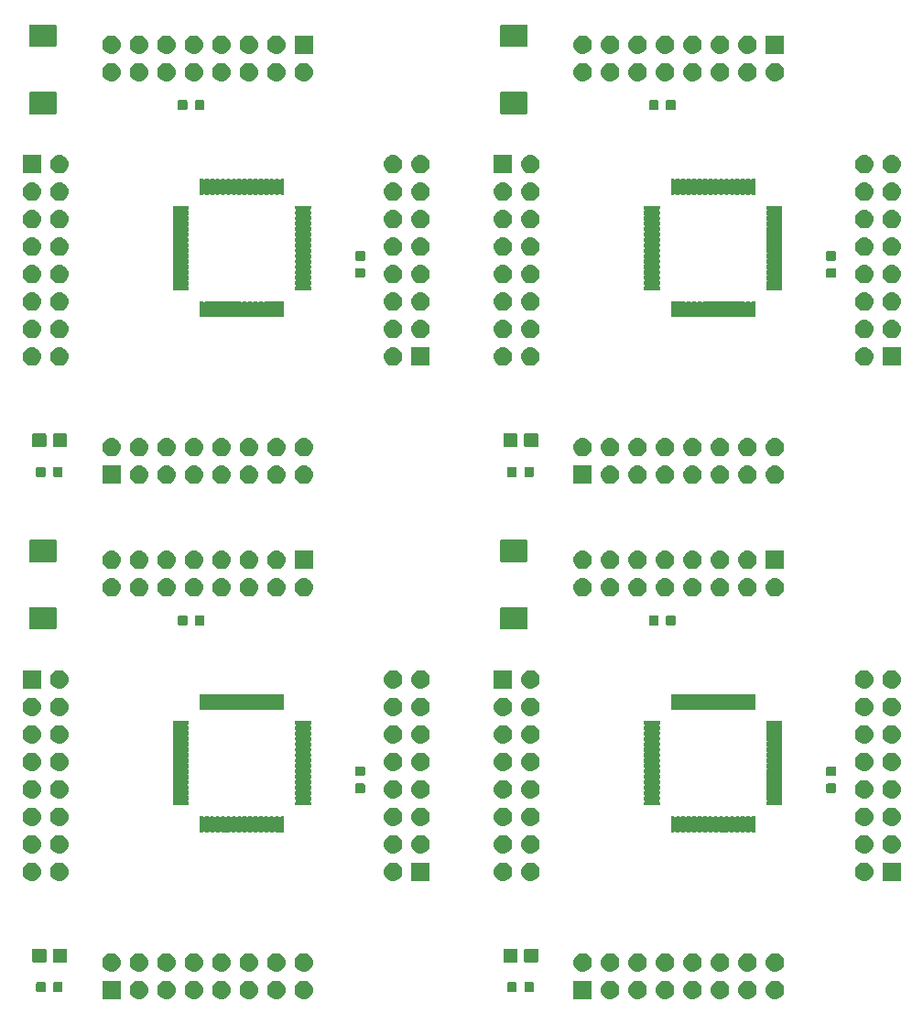
<source format=gts>
G04 #@! TF.GenerationSoftware,KiCad,Pcbnew,5.0.2+dfsg1-1~bpo9+1*
G04 #@! TF.CreationDate,2019-09-20T22:33:43+02:00*
G04 #@! TF.ProjectId,PIC32MZTOMX,50494333-324d-45a5-944f-4d582e6b6963,rev?*
G04 #@! TF.SameCoordinates,Original*
G04 #@! TF.FileFunction,Soldermask,Top*
G04 #@! TF.FilePolarity,Negative*
%FSLAX46Y46*%
G04 Gerber Fmt 4.6, Leading zero omitted, Abs format (unit mm)*
G04 Created by KiCad (PCBNEW 5.0.2+dfsg1-1~bpo9+1) date ven. 20 sept. 2019 22:33:43 CEST*
%MOMM*%
%LPD*%
G01*
G04 APERTURE LIST*
%ADD10C,0.100000*%
G04 APERTURE END LIST*
D10*
G36*
X198921630Y-151689299D02*
X199081855Y-151737903D01*
X199229520Y-151816831D01*
X199358949Y-151923051D01*
X199465169Y-152052480D01*
X199544097Y-152200145D01*
X199592701Y-152360370D01*
X199609112Y-152527000D01*
X199592701Y-152693630D01*
X199544097Y-152853855D01*
X199465169Y-153001520D01*
X199358949Y-153130949D01*
X199229520Y-153237169D01*
X199081855Y-153316097D01*
X198921630Y-153364701D01*
X198796752Y-153377000D01*
X198713248Y-153377000D01*
X198588370Y-153364701D01*
X198428145Y-153316097D01*
X198280480Y-153237169D01*
X198151051Y-153130949D01*
X198044831Y-153001520D01*
X197965903Y-152853855D01*
X197917299Y-152693630D01*
X197900888Y-152527000D01*
X197917299Y-152360370D01*
X197965903Y-152200145D01*
X198044831Y-152052480D01*
X198151051Y-151923051D01*
X198280480Y-151816831D01*
X198428145Y-151737903D01*
X198588370Y-151689299D01*
X198713248Y-151677000D01*
X198796752Y-151677000D01*
X198921630Y-151689299D01*
X198921630Y-151689299D01*
G37*
G36*
X138264000Y-153377000D02*
X136564000Y-153377000D01*
X136564000Y-151677000D01*
X138264000Y-151677000D01*
X138264000Y-153377000D01*
X138264000Y-153377000D01*
G37*
G36*
X155360630Y-151689299D02*
X155520855Y-151737903D01*
X155668520Y-151816831D01*
X155797949Y-151923051D01*
X155904169Y-152052480D01*
X155983097Y-152200145D01*
X156031701Y-152360370D01*
X156048112Y-152527000D01*
X156031701Y-152693630D01*
X155983097Y-152853855D01*
X155904169Y-153001520D01*
X155797949Y-153130949D01*
X155668520Y-153237169D01*
X155520855Y-153316097D01*
X155360630Y-153364701D01*
X155235752Y-153377000D01*
X155152248Y-153377000D01*
X155027370Y-153364701D01*
X154867145Y-153316097D01*
X154719480Y-153237169D01*
X154590051Y-153130949D01*
X154483831Y-153001520D01*
X154404903Y-152853855D01*
X154356299Y-152693630D01*
X154339888Y-152527000D01*
X154356299Y-152360370D01*
X154404903Y-152200145D01*
X154483831Y-152052480D01*
X154590051Y-151923051D01*
X154719480Y-151816831D01*
X154867145Y-151737903D01*
X155027370Y-151689299D01*
X155152248Y-151677000D01*
X155235752Y-151677000D01*
X155360630Y-151689299D01*
X155360630Y-151689299D01*
G37*
G36*
X152820630Y-151689299D02*
X152980855Y-151737903D01*
X153128520Y-151816831D01*
X153257949Y-151923051D01*
X153364169Y-152052480D01*
X153443097Y-152200145D01*
X153491701Y-152360370D01*
X153508112Y-152527000D01*
X153491701Y-152693630D01*
X153443097Y-152853855D01*
X153364169Y-153001520D01*
X153257949Y-153130949D01*
X153128520Y-153237169D01*
X152980855Y-153316097D01*
X152820630Y-153364701D01*
X152695752Y-153377000D01*
X152612248Y-153377000D01*
X152487370Y-153364701D01*
X152327145Y-153316097D01*
X152179480Y-153237169D01*
X152050051Y-153130949D01*
X151943831Y-153001520D01*
X151864903Y-152853855D01*
X151816299Y-152693630D01*
X151799888Y-152527000D01*
X151816299Y-152360370D01*
X151864903Y-152200145D01*
X151943831Y-152052480D01*
X152050051Y-151923051D01*
X152179480Y-151816831D01*
X152327145Y-151737903D01*
X152487370Y-151689299D01*
X152612248Y-151677000D01*
X152695752Y-151677000D01*
X152820630Y-151689299D01*
X152820630Y-151689299D01*
G37*
G36*
X150280630Y-151689299D02*
X150440855Y-151737903D01*
X150588520Y-151816831D01*
X150717949Y-151923051D01*
X150824169Y-152052480D01*
X150903097Y-152200145D01*
X150951701Y-152360370D01*
X150968112Y-152527000D01*
X150951701Y-152693630D01*
X150903097Y-152853855D01*
X150824169Y-153001520D01*
X150717949Y-153130949D01*
X150588520Y-153237169D01*
X150440855Y-153316097D01*
X150280630Y-153364701D01*
X150155752Y-153377000D01*
X150072248Y-153377000D01*
X149947370Y-153364701D01*
X149787145Y-153316097D01*
X149639480Y-153237169D01*
X149510051Y-153130949D01*
X149403831Y-153001520D01*
X149324903Y-152853855D01*
X149276299Y-152693630D01*
X149259888Y-152527000D01*
X149276299Y-152360370D01*
X149324903Y-152200145D01*
X149403831Y-152052480D01*
X149510051Y-151923051D01*
X149639480Y-151816831D01*
X149787145Y-151737903D01*
X149947370Y-151689299D01*
X150072248Y-151677000D01*
X150155752Y-151677000D01*
X150280630Y-151689299D01*
X150280630Y-151689299D01*
G37*
G36*
X147740630Y-151689299D02*
X147900855Y-151737903D01*
X148048520Y-151816831D01*
X148177949Y-151923051D01*
X148284169Y-152052480D01*
X148363097Y-152200145D01*
X148411701Y-152360370D01*
X148428112Y-152527000D01*
X148411701Y-152693630D01*
X148363097Y-152853855D01*
X148284169Y-153001520D01*
X148177949Y-153130949D01*
X148048520Y-153237169D01*
X147900855Y-153316097D01*
X147740630Y-153364701D01*
X147615752Y-153377000D01*
X147532248Y-153377000D01*
X147407370Y-153364701D01*
X147247145Y-153316097D01*
X147099480Y-153237169D01*
X146970051Y-153130949D01*
X146863831Y-153001520D01*
X146784903Y-152853855D01*
X146736299Y-152693630D01*
X146719888Y-152527000D01*
X146736299Y-152360370D01*
X146784903Y-152200145D01*
X146863831Y-152052480D01*
X146970051Y-151923051D01*
X147099480Y-151816831D01*
X147247145Y-151737903D01*
X147407370Y-151689299D01*
X147532248Y-151677000D01*
X147615752Y-151677000D01*
X147740630Y-151689299D01*
X147740630Y-151689299D01*
G37*
G36*
X145200630Y-151689299D02*
X145360855Y-151737903D01*
X145508520Y-151816831D01*
X145637949Y-151923051D01*
X145744169Y-152052480D01*
X145823097Y-152200145D01*
X145871701Y-152360370D01*
X145888112Y-152527000D01*
X145871701Y-152693630D01*
X145823097Y-152853855D01*
X145744169Y-153001520D01*
X145637949Y-153130949D01*
X145508520Y-153237169D01*
X145360855Y-153316097D01*
X145200630Y-153364701D01*
X145075752Y-153377000D01*
X144992248Y-153377000D01*
X144867370Y-153364701D01*
X144707145Y-153316097D01*
X144559480Y-153237169D01*
X144430051Y-153130949D01*
X144323831Y-153001520D01*
X144244903Y-152853855D01*
X144196299Y-152693630D01*
X144179888Y-152527000D01*
X144196299Y-152360370D01*
X144244903Y-152200145D01*
X144323831Y-152052480D01*
X144430051Y-151923051D01*
X144559480Y-151816831D01*
X144707145Y-151737903D01*
X144867370Y-151689299D01*
X144992248Y-151677000D01*
X145075752Y-151677000D01*
X145200630Y-151689299D01*
X145200630Y-151689299D01*
G37*
G36*
X142660630Y-151689299D02*
X142820855Y-151737903D01*
X142968520Y-151816831D01*
X143097949Y-151923051D01*
X143204169Y-152052480D01*
X143283097Y-152200145D01*
X143331701Y-152360370D01*
X143348112Y-152527000D01*
X143331701Y-152693630D01*
X143283097Y-152853855D01*
X143204169Y-153001520D01*
X143097949Y-153130949D01*
X142968520Y-153237169D01*
X142820855Y-153316097D01*
X142660630Y-153364701D01*
X142535752Y-153377000D01*
X142452248Y-153377000D01*
X142327370Y-153364701D01*
X142167145Y-153316097D01*
X142019480Y-153237169D01*
X141890051Y-153130949D01*
X141783831Y-153001520D01*
X141704903Y-152853855D01*
X141656299Y-152693630D01*
X141639888Y-152527000D01*
X141656299Y-152360370D01*
X141704903Y-152200145D01*
X141783831Y-152052480D01*
X141890051Y-151923051D01*
X142019480Y-151816831D01*
X142167145Y-151737903D01*
X142327370Y-151689299D01*
X142452248Y-151677000D01*
X142535752Y-151677000D01*
X142660630Y-151689299D01*
X142660630Y-151689299D01*
G37*
G36*
X140120630Y-151689299D02*
X140280855Y-151737903D01*
X140428520Y-151816831D01*
X140557949Y-151923051D01*
X140664169Y-152052480D01*
X140743097Y-152200145D01*
X140791701Y-152360370D01*
X140808112Y-152527000D01*
X140791701Y-152693630D01*
X140743097Y-152853855D01*
X140664169Y-153001520D01*
X140557949Y-153130949D01*
X140428520Y-153237169D01*
X140280855Y-153316097D01*
X140120630Y-153364701D01*
X139995752Y-153377000D01*
X139912248Y-153377000D01*
X139787370Y-153364701D01*
X139627145Y-153316097D01*
X139479480Y-153237169D01*
X139350051Y-153130949D01*
X139243831Y-153001520D01*
X139164903Y-152853855D01*
X139116299Y-152693630D01*
X139099888Y-152527000D01*
X139116299Y-152360370D01*
X139164903Y-152200145D01*
X139243831Y-152052480D01*
X139350051Y-151923051D01*
X139479480Y-151816831D01*
X139627145Y-151737903D01*
X139787370Y-151689299D01*
X139912248Y-151677000D01*
X139995752Y-151677000D01*
X140120630Y-151689299D01*
X140120630Y-151689299D01*
G37*
G36*
X183681630Y-151689299D02*
X183841855Y-151737903D01*
X183989520Y-151816831D01*
X184118949Y-151923051D01*
X184225169Y-152052480D01*
X184304097Y-152200145D01*
X184352701Y-152360370D01*
X184369112Y-152527000D01*
X184352701Y-152693630D01*
X184304097Y-152853855D01*
X184225169Y-153001520D01*
X184118949Y-153130949D01*
X183989520Y-153237169D01*
X183841855Y-153316097D01*
X183681630Y-153364701D01*
X183556752Y-153377000D01*
X183473248Y-153377000D01*
X183348370Y-153364701D01*
X183188145Y-153316097D01*
X183040480Y-153237169D01*
X182911051Y-153130949D01*
X182804831Y-153001520D01*
X182725903Y-152853855D01*
X182677299Y-152693630D01*
X182660888Y-152527000D01*
X182677299Y-152360370D01*
X182725903Y-152200145D01*
X182804831Y-152052480D01*
X182911051Y-151923051D01*
X183040480Y-151816831D01*
X183188145Y-151737903D01*
X183348370Y-151689299D01*
X183473248Y-151677000D01*
X183556752Y-151677000D01*
X183681630Y-151689299D01*
X183681630Y-151689299D01*
G37*
G36*
X186221630Y-151689299D02*
X186381855Y-151737903D01*
X186529520Y-151816831D01*
X186658949Y-151923051D01*
X186765169Y-152052480D01*
X186844097Y-152200145D01*
X186892701Y-152360370D01*
X186909112Y-152527000D01*
X186892701Y-152693630D01*
X186844097Y-152853855D01*
X186765169Y-153001520D01*
X186658949Y-153130949D01*
X186529520Y-153237169D01*
X186381855Y-153316097D01*
X186221630Y-153364701D01*
X186096752Y-153377000D01*
X186013248Y-153377000D01*
X185888370Y-153364701D01*
X185728145Y-153316097D01*
X185580480Y-153237169D01*
X185451051Y-153130949D01*
X185344831Y-153001520D01*
X185265903Y-152853855D01*
X185217299Y-152693630D01*
X185200888Y-152527000D01*
X185217299Y-152360370D01*
X185265903Y-152200145D01*
X185344831Y-152052480D01*
X185451051Y-151923051D01*
X185580480Y-151816831D01*
X185728145Y-151737903D01*
X185888370Y-151689299D01*
X186013248Y-151677000D01*
X186096752Y-151677000D01*
X186221630Y-151689299D01*
X186221630Y-151689299D01*
G37*
G36*
X188761630Y-151689299D02*
X188921855Y-151737903D01*
X189069520Y-151816831D01*
X189198949Y-151923051D01*
X189305169Y-152052480D01*
X189384097Y-152200145D01*
X189432701Y-152360370D01*
X189449112Y-152527000D01*
X189432701Y-152693630D01*
X189384097Y-152853855D01*
X189305169Y-153001520D01*
X189198949Y-153130949D01*
X189069520Y-153237169D01*
X188921855Y-153316097D01*
X188761630Y-153364701D01*
X188636752Y-153377000D01*
X188553248Y-153377000D01*
X188428370Y-153364701D01*
X188268145Y-153316097D01*
X188120480Y-153237169D01*
X187991051Y-153130949D01*
X187884831Y-153001520D01*
X187805903Y-152853855D01*
X187757299Y-152693630D01*
X187740888Y-152527000D01*
X187757299Y-152360370D01*
X187805903Y-152200145D01*
X187884831Y-152052480D01*
X187991051Y-151923051D01*
X188120480Y-151816831D01*
X188268145Y-151737903D01*
X188428370Y-151689299D01*
X188553248Y-151677000D01*
X188636752Y-151677000D01*
X188761630Y-151689299D01*
X188761630Y-151689299D01*
G37*
G36*
X191301630Y-151689299D02*
X191461855Y-151737903D01*
X191609520Y-151816831D01*
X191738949Y-151923051D01*
X191845169Y-152052480D01*
X191924097Y-152200145D01*
X191972701Y-152360370D01*
X191989112Y-152527000D01*
X191972701Y-152693630D01*
X191924097Y-152853855D01*
X191845169Y-153001520D01*
X191738949Y-153130949D01*
X191609520Y-153237169D01*
X191461855Y-153316097D01*
X191301630Y-153364701D01*
X191176752Y-153377000D01*
X191093248Y-153377000D01*
X190968370Y-153364701D01*
X190808145Y-153316097D01*
X190660480Y-153237169D01*
X190531051Y-153130949D01*
X190424831Y-153001520D01*
X190345903Y-152853855D01*
X190297299Y-152693630D01*
X190280888Y-152527000D01*
X190297299Y-152360370D01*
X190345903Y-152200145D01*
X190424831Y-152052480D01*
X190531051Y-151923051D01*
X190660480Y-151816831D01*
X190808145Y-151737903D01*
X190968370Y-151689299D01*
X191093248Y-151677000D01*
X191176752Y-151677000D01*
X191301630Y-151689299D01*
X191301630Y-151689299D01*
G37*
G36*
X193841630Y-151689299D02*
X194001855Y-151737903D01*
X194149520Y-151816831D01*
X194278949Y-151923051D01*
X194385169Y-152052480D01*
X194464097Y-152200145D01*
X194512701Y-152360370D01*
X194529112Y-152527000D01*
X194512701Y-152693630D01*
X194464097Y-152853855D01*
X194385169Y-153001520D01*
X194278949Y-153130949D01*
X194149520Y-153237169D01*
X194001855Y-153316097D01*
X193841630Y-153364701D01*
X193716752Y-153377000D01*
X193633248Y-153377000D01*
X193508370Y-153364701D01*
X193348145Y-153316097D01*
X193200480Y-153237169D01*
X193071051Y-153130949D01*
X192964831Y-153001520D01*
X192885903Y-152853855D01*
X192837299Y-152693630D01*
X192820888Y-152527000D01*
X192837299Y-152360370D01*
X192885903Y-152200145D01*
X192964831Y-152052480D01*
X193071051Y-151923051D01*
X193200480Y-151816831D01*
X193348145Y-151737903D01*
X193508370Y-151689299D01*
X193633248Y-151677000D01*
X193716752Y-151677000D01*
X193841630Y-151689299D01*
X193841630Y-151689299D01*
G37*
G36*
X196381630Y-151689299D02*
X196541855Y-151737903D01*
X196689520Y-151816831D01*
X196818949Y-151923051D01*
X196925169Y-152052480D01*
X197004097Y-152200145D01*
X197052701Y-152360370D01*
X197069112Y-152527000D01*
X197052701Y-152693630D01*
X197004097Y-152853855D01*
X196925169Y-153001520D01*
X196818949Y-153130949D01*
X196689520Y-153237169D01*
X196541855Y-153316097D01*
X196381630Y-153364701D01*
X196256752Y-153377000D01*
X196173248Y-153377000D01*
X196048370Y-153364701D01*
X195888145Y-153316097D01*
X195740480Y-153237169D01*
X195611051Y-153130949D01*
X195504831Y-153001520D01*
X195425903Y-152853855D01*
X195377299Y-152693630D01*
X195360888Y-152527000D01*
X195377299Y-152360370D01*
X195425903Y-152200145D01*
X195504831Y-152052480D01*
X195611051Y-151923051D01*
X195740480Y-151816831D01*
X195888145Y-151737903D01*
X196048370Y-151689299D01*
X196173248Y-151677000D01*
X196256752Y-151677000D01*
X196381630Y-151689299D01*
X196381630Y-151689299D01*
G37*
G36*
X181825000Y-153377000D02*
X180125000Y-153377000D01*
X180125000Y-151677000D01*
X181825000Y-151677000D01*
X181825000Y-153377000D01*
X181825000Y-153377000D01*
G37*
G36*
X132772616Y-151801595D02*
X132801813Y-151810452D01*
X132828718Y-151824833D01*
X132852308Y-151844192D01*
X132871667Y-151867782D01*
X132886048Y-151894687D01*
X132894905Y-151923884D01*
X132898500Y-151960390D01*
X132898500Y-152585610D01*
X132894905Y-152622116D01*
X132886048Y-152651313D01*
X132871667Y-152678218D01*
X132852308Y-152701808D01*
X132828718Y-152721167D01*
X132801813Y-152735548D01*
X132772616Y-152744405D01*
X132736110Y-152748000D01*
X132185890Y-152748000D01*
X132149384Y-152744405D01*
X132120187Y-152735548D01*
X132093282Y-152721167D01*
X132069692Y-152701808D01*
X132050333Y-152678218D01*
X132035952Y-152651313D01*
X132027095Y-152622116D01*
X132023500Y-152585610D01*
X132023500Y-151960390D01*
X132027095Y-151923884D01*
X132035952Y-151894687D01*
X132050333Y-151867782D01*
X132069692Y-151844192D01*
X132093282Y-151824833D01*
X132120187Y-151810452D01*
X132149384Y-151801595D01*
X132185890Y-151798000D01*
X132736110Y-151798000D01*
X132772616Y-151801595D01*
X132772616Y-151801595D01*
G37*
G36*
X131197616Y-151801595D02*
X131226813Y-151810452D01*
X131253718Y-151824833D01*
X131277308Y-151844192D01*
X131296667Y-151867782D01*
X131311048Y-151894687D01*
X131319905Y-151923884D01*
X131323500Y-151960390D01*
X131323500Y-152585610D01*
X131319905Y-152622116D01*
X131311048Y-152651313D01*
X131296667Y-152678218D01*
X131277308Y-152701808D01*
X131253718Y-152721167D01*
X131226813Y-152735548D01*
X131197616Y-152744405D01*
X131161110Y-152748000D01*
X130610890Y-152748000D01*
X130574384Y-152744405D01*
X130545187Y-152735548D01*
X130518282Y-152721167D01*
X130494692Y-152701808D01*
X130475333Y-152678218D01*
X130460952Y-152651313D01*
X130452095Y-152622116D01*
X130448500Y-152585610D01*
X130448500Y-151960390D01*
X130452095Y-151923884D01*
X130460952Y-151894687D01*
X130475333Y-151867782D01*
X130494692Y-151844192D01*
X130518282Y-151824833D01*
X130545187Y-151810452D01*
X130574384Y-151801595D01*
X130610890Y-151798000D01*
X131161110Y-151798000D01*
X131197616Y-151801595D01*
X131197616Y-151801595D01*
G37*
G36*
X174758616Y-151801595D02*
X174787813Y-151810452D01*
X174814718Y-151824833D01*
X174838308Y-151844192D01*
X174857667Y-151867782D01*
X174872048Y-151894687D01*
X174880905Y-151923884D01*
X174884500Y-151960390D01*
X174884500Y-152585610D01*
X174880905Y-152622116D01*
X174872048Y-152651313D01*
X174857667Y-152678218D01*
X174838308Y-152701808D01*
X174814718Y-152721167D01*
X174787813Y-152735548D01*
X174758616Y-152744405D01*
X174722110Y-152748000D01*
X174171890Y-152748000D01*
X174135384Y-152744405D01*
X174106187Y-152735548D01*
X174079282Y-152721167D01*
X174055692Y-152701808D01*
X174036333Y-152678218D01*
X174021952Y-152651313D01*
X174013095Y-152622116D01*
X174009500Y-152585610D01*
X174009500Y-151960390D01*
X174013095Y-151923884D01*
X174021952Y-151894687D01*
X174036333Y-151867782D01*
X174055692Y-151844192D01*
X174079282Y-151824833D01*
X174106187Y-151810452D01*
X174135384Y-151801595D01*
X174171890Y-151798000D01*
X174722110Y-151798000D01*
X174758616Y-151801595D01*
X174758616Y-151801595D01*
G37*
G36*
X176333616Y-151801595D02*
X176362813Y-151810452D01*
X176389718Y-151824833D01*
X176413308Y-151844192D01*
X176432667Y-151867782D01*
X176447048Y-151894687D01*
X176455905Y-151923884D01*
X176459500Y-151960390D01*
X176459500Y-152585610D01*
X176455905Y-152622116D01*
X176447048Y-152651313D01*
X176432667Y-152678218D01*
X176413308Y-152701808D01*
X176389718Y-152721167D01*
X176362813Y-152735548D01*
X176333616Y-152744405D01*
X176297110Y-152748000D01*
X175746890Y-152748000D01*
X175710384Y-152744405D01*
X175681187Y-152735548D01*
X175654282Y-152721167D01*
X175630692Y-152701808D01*
X175611333Y-152678218D01*
X175596952Y-152651313D01*
X175588095Y-152622116D01*
X175584500Y-152585610D01*
X175584500Y-151960390D01*
X175588095Y-151923884D01*
X175596952Y-151894687D01*
X175611333Y-151867782D01*
X175630692Y-151844192D01*
X175654282Y-151824833D01*
X175681187Y-151810452D01*
X175710384Y-151801595D01*
X175746890Y-151798000D01*
X176297110Y-151798000D01*
X176333616Y-151801595D01*
X176333616Y-151801595D01*
G37*
G36*
X150280630Y-149149299D02*
X150440855Y-149197903D01*
X150588520Y-149276831D01*
X150717949Y-149383051D01*
X150824169Y-149512480D01*
X150903097Y-149660145D01*
X150951701Y-149820370D01*
X150968112Y-149987000D01*
X150951701Y-150153630D01*
X150903097Y-150313855D01*
X150824169Y-150461520D01*
X150717949Y-150590949D01*
X150588520Y-150697169D01*
X150440855Y-150776097D01*
X150280630Y-150824701D01*
X150155752Y-150837000D01*
X150072248Y-150837000D01*
X149947370Y-150824701D01*
X149787145Y-150776097D01*
X149639480Y-150697169D01*
X149510051Y-150590949D01*
X149403831Y-150461520D01*
X149324903Y-150313855D01*
X149276299Y-150153630D01*
X149259888Y-149987000D01*
X149276299Y-149820370D01*
X149324903Y-149660145D01*
X149403831Y-149512480D01*
X149510051Y-149383051D01*
X149639480Y-149276831D01*
X149787145Y-149197903D01*
X149947370Y-149149299D01*
X150072248Y-149137000D01*
X150155752Y-149137000D01*
X150280630Y-149149299D01*
X150280630Y-149149299D01*
G37*
G36*
X183681630Y-149149299D02*
X183841855Y-149197903D01*
X183989520Y-149276831D01*
X184118949Y-149383051D01*
X184225169Y-149512480D01*
X184304097Y-149660145D01*
X184352701Y-149820370D01*
X184369112Y-149987000D01*
X184352701Y-150153630D01*
X184304097Y-150313855D01*
X184225169Y-150461520D01*
X184118949Y-150590949D01*
X183989520Y-150697169D01*
X183841855Y-150776097D01*
X183681630Y-150824701D01*
X183556752Y-150837000D01*
X183473248Y-150837000D01*
X183348370Y-150824701D01*
X183188145Y-150776097D01*
X183040480Y-150697169D01*
X182911051Y-150590949D01*
X182804831Y-150461520D01*
X182725903Y-150313855D01*
X182677299Y-150153630D01*
X182660888Y-149987000D01*
X182677299Y-149820370D01*
X182725903Y-149660145D01*
X182804831Y-149512480D01*
X182911051Y-149383051D01*
X183040480Y-149276831D01*
X183188145Y-149197903D01*
X183348370Y-149149299D01*
X183473248Y-149137000D01*
X183556752Y-149137000D01*
X183681630Y-149149299D01*
X183681630Y-149149299D01*
G37*
G36*
X137580630Y-149149299D02*
X137740855Y-149197903D01*
X137888520Y-149276831D01*
X138017949Y-149383051D01*
X138124169Y-149512480D01*
X138203097Y-149660145D01*
X138251701Y-149820370D01*
X138268112Y-149987000D01*
X138251701Y-150153630D01*
X138203097Y-150313855D01*
X138124169Y-150461520D01*
X138017949Y-150590949D01*
X137888520Y-150697169D01*
X137740855Y-150776097D01*
X137580630Y-150824701D01*
X137455752Y-150837000D01*
X137372248Y-150837000D01*
X137247370Y-150824701D01*
X137087145Y-150776097D01*
X136939480Y-150697169D01*
X136810051Y-150590949D01*
X136703831Y-150461520D01*
X136624903Y-150313855D01*
X136576299Y-150153630D01*
X136559888Y-149987000D01*
X136576299Y-149820370D01*
X136624903Y-149660145D01*
X136703831Y-149512480D01*
X136810051Y-149383051D01*
X136939480Y-149276831D01*
X137087145Y-149197903D01*
X137247370Y-149149299D01*
X137372248Y-149137000D01*
X137455752Y-149137000D01*
X137580630Y-149149299D01*
X137580630Y-149149299D01*
G37*
G36*
X181141630Y-149149299D02*
X181301855Y-149197903D01*
X181449520Y-149276831D01*
X181578949Y-149383051D01*
X181685169Y-149512480D01*
X181764097Y-149660145D01*
X181812701Y-149820370D01*
X181829112Y-149987000D01*
X181812701Y-150153630D01*
X181764097Y-150313855D01*
X181685169Y-150461520D01*
X181578949Y-150590949D01*
X181449520Y-150697169D01*
X181301855Y-150776097D01*
X181141630Y-150824701D01*
X181016752Y-150837000D01*
X180933248Y-150837000D01*
X180808370Y-150824701D01*
X180648145Y-150776097D01*
X180500480Y-150697169D01*
X180371051Y-150590949D01*
X180264831Y-150461520D01*
X180185903Y-150313855D01*
X180137299Y-150153630D01*
X180120888Y-149987000D01*
X180137299Y-149820370D01*
X180185903Y-149660145D01*
X180264831Y-149512480D01*
X180371051Y-149383051D01*
X180500480Y-149276831D01*
X180648145Y-149197903D01*
X180808370Y-149149299D01*
X180933248Y-149137000D01*
X181016752Y-149137000D01*
X181141630Y-149149299D01*
X181141630Y-149149299D01*
G37*
G36*
X155360630Y-149149299D02*
X155520855Y-149197903D01*
X155668520Y-149276831D01*
X155797949Y-149383051D01*
X155904169Y-149512480D01*
X155983097Y-149660145D01*
X156031701Y-149820370D01*
X156048112Y-149987000D01*
X156031701Y-150153630D01*
X155983097Y-150313855D01*
X155904169Y-150461520D01*
X155797949Y-150590949D01*
X155668520Y-150697169D01*
X155520855Y-150776097D01*
X155360630Y-150824701D01*
X155235752Y-150837000D01*
X155152248Y-150837000D01*
X155027370Y-150824701D01*
X154867145Y-150776097D01*
X154719480Y-150697169D01*
X154590051Y-150590949D01*
X154483831Y-150461520D01*
X154404903Y-150313855D01*
X154356299Y-150153630D01*
X154339888Y-149987000D01*
X154356299Y-149820370D01*
X154404903Y-149660145D01*
X154483831Y-149512480D01*
X154590051Y-149383051D01*
X154719480Y-149276831D01*
X154867145Y-149197903D01*
X155027370Y-149149299D01*
X155152248Y-149137000D01*
X155235752Y-149137000D01*
X155360630Y-149149299D01*
X155360630Y-149149299D01*
G37*
G36*
X152820630Y-149149299D02*
X152980855Y-149197903D01*
X153128520Y-149276831D01*
X153257949Y-149383051D01*
X153364169Y-149512480D01*
X153443097Y-149660145D01*
X153491701Y-149820370D01*
X153508112Y-149987000D01*
X153491701Y-150153630D01*
X153443097Y-150313855D01*
X153364169Y-150461520D01*
X153257949Y-150590949D01*
X153128520Y-150697169D01*
X152980855Y-150776097D01*
X152820630Y-150824701D01*
X152695752Y-150837000D01*
X152612248Y-150837000D01*
X152487370Y-150824701D01*
X152327145Y-150776097D01*
X152179480Y-150697169D01*
X152050051Y-150590949D01*
X151943831Y-150461520D01*
X151864903Y-150313855D01*
X151816299Y-150153630D01*
X151799888Y-149987000D01*
X151816299Y-149820370D01*
X151864903Y-149660145D01*
X151943831Y-149512480D01*
X152050051Y-149383051D01*
X152179480Y-149276831D01*
X152327145Y-149197903D01*
X152487370Y-149149299D01*
X152612248Y-149137000D01*
X152695752Y-149137000D01*
X152820630Y-149149299D01*
X152820630Y-149149299D01*
G37*
G36*
X140120630Y-149149299D02*
X140280855Y-149197903D01*
X140428520Y-149276831D01*
X140557949Y-149383051D01*
X140664169Y-149512480D01*
X140743097Y-149660145D01*
X140791701Y-149820370D01*
X140808112Y-149987000D01*
X140791701Y-150153630D01*
X140743097Y-150313855D01*
X140664169Y-150461520D01*
X140557949Y-150590949D01*
X140428520Y-150697169D01*
X140280855Y-150776097D01*
X140120630Y-150824701D01*
X139995752Y-150837000D01*
X139912248Y-150837000D01*
X139787370Y-150824701D01*
X139627145Y-150776097D01*
X139479480Y-150697169D01*
X139350051Y-150590949D01*
X139243831Y-150461520D01*
X139164903Y-150313855D01*
X139116299Y-150153630D01*
X139099888Y-149987000D01*
X139116299Y-149820370D01*
X139164903Y-149660145D01*
X139243831Y-149512480D01*
X139350051Y-149383051D01*
X139479480Y-149276831D01*
X139627145Y-149197903D01*
X139787370Y-149149299D01*
X139912248Y-149137000D01*
X139995752Y-149137000D01*
X140120630Y-149149299D01*
X140120630Y-149149299D01*
G37*
G36*
X186221630Y-149149299D02*
X186381855Y-149197903D01*
X186529520Y-149276831D01*
X186658949Y-149383051D01*
X186765169Y-149512480D01*
X186844097Y-149660145D01*
X186892701Y-149820370D01*
X186909112Y-149987000D01*
X186892701Y-150153630D01*
X186844097Y-150313855D01*
X186765169Y-150461520D01*
X186658949Y-150590949D01*
X186529520Y-150697169D01*
X186381855Y-150776097D01*
X186221630Y-150824701D01*
X186096752Y-150837000D01*
X186013248Y-150837000D01*
X185888370Y-150824701D01*
X185728145Y-150776097D01*
X185580480Y-150697169D01*
X185451051Y-150590949D01*
X185344831Y-150461520D01*
X185265903Y-150313855D01*
X185217299Y-150153630D01*
X185200888Y-149987000D01*
X185217299Y-149820370D01*
X185265903Y-149660145D01*
X185344831Y-149512480D01*
X185451051Y-149383051D01*
X185580480Y-149276831D01*
X185728145Y-149197903D01*
X185888370Y-149149299D01*
X186013248Y-149137000D01*
X186096752Y-149137000D01*
X186221630Y-149149299D01*
X186221630Y-149149299D01*
G37*
G36*
X191301630Y-149149299D02*
X191461855Y-149197903D01*
X191609520Y-149276831D01*
X191738949Y-149383051D01*
X191845169Y-149512480D01*
X191924097Y-149660145D01*
X191972701Y-149820370D01*
X191989112Y-149987000D01*
X191972701Y-150153630D01*
X191924097Y-150313855D01*
X191845169Y-150461520D01*
X191738949Y-150590949D01*
X191609520Y-150697169D01*
X191461855Y-150776097D01*
X191301630Y-150824701D01*
X191176752Y-150837000D01*
X191093248Y-150837000D01*
X190968370Y-150824701D01*
X190808145Y-150776097D01*
X190660480Y-150697169D01*
X190531051Y-150590949D01*
X190424831Y-150461520D01*
X190345903Y-150313855D01*
X190297299Y-150153630D01*
X190280888Y-149987000D01*
X190297299Y-149820370D01*
X190345903Y-149660145D01*
X190424831Y-149512480D01*
X190531051Y-149383051D01*
X190660480Y-149276831D01*
X190808145Y-149197903D01*
X190968370Y-149149299D01*
X191093248Y-149137000D01*
X191176752Y-149137000D01*
X191301630Y-149149299D01*
X191301630Y-149149299D01*
G37*
G36*
X188761630Y-149149299D02*
X188921855Y-149197903D01*
X189069520Y-149276831D01*
X189198949Y-149383051D01*
X189305169Y-149512480D01*
X189384097Y-149660145D01*
X189432701Y-149820370D01*
X189449112Y-149987000D01*
X189432701Y-150153630D01*
X189384097Y-150313855D01*
X189305169Y-150461520D01*
X189198949Y-150590949D01*
X189069520Y-150697169D01*
X188921855Y-150776097D01*
X188761630Y-150824701D01*
X188636752Y-150837000D01*
X188553248Y-150837000D01*
X188428370Y-150824701D01*
X188268145Y-150776097D01*
X188120480Y-150697169D01*
X187991051Y-150590949D01*
X187884831Y-150461520D01*
X187805903Y-150313855D01*
X187757299Y-150153630D01*
X187740888Y-149987000D01*
X187757299Y-149820370D01*
X187805903Y-149660145D01*
X187884831Y-149512480D01*
X187991051Y-149383051D01*
X188120480Y-149276831D01*
X188268145Y-149197903D01*
X188428370Y-149149299D01*
X188553248Y-149137000D01*
X188636752Y-149137000D01*
X188761630Y-149149299D01*
X188761630Y-149149299D01*
G37*
G36*
X198921630Y-149149299D02*
X199081855Y-149197903D01*
X199229520Y-149276831D01*
X199358949Y-149383051D01*
X199465169Y-149512480D01*
X199544097Y-149660145D01*
X199592701Y-149820370D01*
X199609112Y-149987000D01*
X199592701Y-150153630D01*
X199544097Y-150313855D01*
X199465169Y-150461520D01*
X199358949Y-150590949D01*
X199229520Y-150697169D01*
X199081855Y-150776097D01*
X198921630Y-150824701D01*
X198796752Y-150837000D01*
X198713248Y-150837000D01*
X198588370Y-150824701D01*
X198428145Y-150776097D01*
X198280480Y-150697169D01*
X198151051Y-150590949D01*
X198044831Y-150461520D01*
X197965903Y-150313855D01*
X197917299Y-150153630D01*
X197900888Y-149987000D01*
X197917299Y-149820370D01*
X197965903Y-149660145D01*
X198044831Y-149512480D01*
X198151051Y-149383051D01*
X198280480Y-149276831D01*
X198428145Y-149197903D01*
X198588370Y-149149299D01*
X198713248Y-149137000D01*
X198796752Y-149137000D01*
X198921630Y-149149299D01*
X198921630Y-149149299D01*
G37*
G36*
X147740630Y-149149299D02*
X147900855Y-149197903D01*
X148048520Y-149276831D01*
X148177949Y-149383051D01*
X148284169Y-149512480D01*
X148363097Y-149660145D01*
X148411701Y-149820370D01*
X148428112Y-149987000D01*
X148411701Y-150153630D01*
X148363097Y-150313855D01*
X148284169Y-150461520D01*
X148177949Y-150590949D01*
X148048520Y-150697169D01*
X147900855Y-150776097D01*
X147740630Y-150824701D01*
X147615752Y-150837000D01*
X147532248Y-150837000D01*
X147407370Y-150824701D01*
X147247145Y-150776097D01*
X147099480Y-150697169D01*
X146970051Y-150590949D01*
X146863831Y-150461520D01*
X146784903Y-150313855D01*
X146736299Y-150153630D01*
X146719888Y-149987000D01*
X146736299Y-149820370D01*
X146784903Y-149660145D01*
X146863831Y-149512480D01*
X146970051Y-149383051D01*
X147099480Y-149276831D01*
X147247145Y-149197903D01*
X147407370Y-149149299D01*
X147532248Y-149137000D01*
X147615752Y-149137000D01*
X147740630Y-149149299D01*
X147740630Y-149149299D01*
G37*
G36*
X196381630Y-149149299D02*
X196541855Y-149197903D01*
X196689520Y-149276831D01*
X196818949Y-149383051D01*
X196925169Y-149512480D01*
X197004097Y-149660145D01*
X197052701Y-149820370D01*
X197069112Y-149987000D01*
X197052701Y-150153630D01*
X197004097Y-150313855D01*
X196925169Y-150461520D01*
X196818949Y-150590949D01*
X196689520Y-150697169D01*
X196541855Y-150776097D01*
X196381630Y-150824701D01*
X196256752Y-150837000D01*
X196173248Y-150837000D01*
X196048370Y-150824701D01*
X195888145Y-150776097D01*
X195740480Y-150697169D01*
X195611051Y-150590949D01*
X195504831Y-150461520D01*
X195425903Y-150313855D01*
X195377299Y-150153630D01*
X195360888Y-149987000D01*
X195377299Y-149820370D01*
X195425903Y-149660145D01*
X195504831Y-149512480D01*
X195611051Y-149383051D01*
X195740480Y-149276831D01*
X195888145Y-149197903D01*
X196048370Y-149149299D01*
X196173248Y-149137000D01*
X196256752Y-149137000D01*
X196381630Y-149149299D01*
X196381630Y-149149299D01*
G37*
G36*
X145200630Y-149149299D02*
X145360855Y-149197903D01*
X145508520Y-149276831D01*
X145637949Y-149383051D01*
X145744169Y-149512480D01*
X145823097Y-149660145D01*
X145871701Y-149820370D01*
X145888112Y-149987000D01*
X145871701Y-150153630D01*
X145823097Y-150313855D01*
X145744169Y-150461520D01*
X145637949Y-150590949D01*
X145508520Y-150697169D01*
X145360855Y-150776097D01*
X145200630Y-150824701D01*
X145075752Y-150837000D01*
X144992248Y-150837000D01*
X144867370Y-150824701D01*
X144707145Y-150776097D01*
X144559480Y-150697169D01*
X144430051Y-150590949D01*
X144323831Y-150461520D01*
X144244903Y-150313855D01*
X144196299Y-150153630D01*
X144179888Y-149987000D01*
X144196299Y-149820370D01*
X144244903Y-149660145D01*
X144323831Y-149512480D01*
X144430051Y-149383051D01*
X144559480Y-149276831D01*
X144707145Y-149197903D01*
X144867370Y-149149299D01*
X144992248Y-149137000D01*
X145075752Y-149137000D01*
X145200630Y-149149299D01*
X145200630Y-149149299D01*
G37*
G36*
X193841630Y-149149299D02*
X194001855Y-149197903D01*
X194149520Y-149276831D01*
X194278949Y-149383051D01*
X194385169Y-149512480D01*
X194464097Y-149660145D01*
X194512701Y-149820370D01*
X194529112Y-149987000D01*
X194512701Y-150153630D01*
X194464097Y-150313855D01*
X194385169Y-150461520D01*
X194278949Y-150590949D01*
X194149520Y-150697169D01*
X194001855Y-150776097D01*
X193841630Y-150824701D01*
X193716752Y-150837000D01*
X193633248Y-150837000D01*
X193508370Y-150824701D01*
X193348145Y-150776097D01*
X193200480Y-150697169D01*
X193071051Y-150590949D01*
X192964831Y-150461520D01*
X192885903Y-150313855D01*
X192837299Y-150153630D01*
X192820888Y-149987000D01*
X192837299Y-149820370D01*
X192885903Y-149660145D01*
X192964831Y-149512480D01*
X193071051Y-149383051D01*
X193200480Y-149276831D01*
X193348145Y-149197903D01*
X193508370Y-149149299D01*
X193633248Y-149137000D01*
X193716752Y-149137000D01*
X193841630Y-149149299D01*
X193841630Y-149149299D01*
G37*
G36*
X142660630Y-149149299D02*
X142820855Y-149197903D01*
X142968520Y-149276831D01*
X143097949Y-149383051D01*
X143204169Y-149512480D01*
X143283097Y-149660145D01*
X143331701Y-149820370D01*
X143348112Y-149987000D01*
X143331701Y-150153630D01*
X143283097Y-150313855D01*
X143204169Y-150461520D01*
X143097949Y-150590949D01*
X142968520Y-150697169D01*
X142820855Y-150776097D01*
X142660630Y-150824701D01*
X142535752Y-150837000D01*
X142452248Y-150837000D01*
X142327370Y-150824701D01*
X142167145Y-150776097D01*
X142019480Y-150697169D01*
X141890051Y-150590949D01*
X141783831Y-150461520D01*
X141704903Y-150313855D01*
X141656299Y-150153630D01*
X141639888Y-149987000D01*
X141656299Y-149820370D01*
X141704903Y-149660145D01*
X141783831Y-149512480D01*
X141890051Y-149383051D01*
X142019480Y-149276831D01*
X142167145Y-149197903D01*
X142327370Y-149149299D01*
X142452248Y-149137000D01*
X142535752Y-149137000D01*
X142660630Y-149149299D01*
X142660630Y-149149299D01*
G37*
G36*
X131259570Y-148705918D02*
X131291922Y-148715733D01*
X131321744Y-148731672D01*
X131347879Y-148753121D01*
X131369328Y-148779256D01*
X131385267Y-148809078D01*
X131395082Y-148841430D01*
X131399000Y-148881215D01*
X131399000Y-149822785D01*
X131395082Y-149862570D01*
X131385267Y-149894922D01*
X131369328Y-149924744D01*
X131347879Y-149950879D01*
X131321744Y-149972328D01*
X131291922Y-149988267D01*
X131259570Y-149998082D01*
X131219785Y-150002000D01*
X130253215Y-150002000D01*
X130213430Y-149998082D01*
X130181078Y-149988267D01*
X130151256Y-149972328D01*
X130125121Y-149950879D01*
X130103672Y-149924744D01*
X130087733Y-149894922D01*
X130077918Y-149862570D01*
X130074000Y-149822785D01*
X130074000Y-148881215D01*
X130077918Y-148841430D01*
X130087733Y-148809078D01*
X130103672Y-148779256D01*
X130125121Y-148753121D01*
X130151256Y-148731672D01*
X130181078Y-148715733D01*
X130213430Y-148705918D01*
X130253215Y-148702000D01*
X131219785Y-148702000D01*
X131259570Y-148705918D01*
X131259570Y-148705918D01*
G37*
G36*
X174820570Y-148705918D02*
X174852922Y-148715733D01*
X174882744Y-148731672D01*
X174908879Y-148753121D01*
X174930328Y-148779256D01*
X174946267Y-148809078D01*
X174956082Y-148841430D01*
X174960000Y-148881215D01*
X174960000Y-149822785D01*
X174956082Y-149862570D01*
X174946267Y-149894922D01*
X174930328Y-149924744D01*
X174908879Y-149950879D01*
X174882744Y-149972328D01*
X174852922Y-149988267D01*
X174820570Y-149998082D01*
X174780785Y-150002000D01*
X173814215Y-150002000D01*
X173774430Y-149998082D01*
X173742078Y-149988267D01*
X173712256Y-149972328D01*
X173686121Y-149950879D01*
X173664672Y-149924744D01*
X173648733Y-149894922D01*
X173638918Y-149862570D01*
X173635000Y-149822785D01*
X173635000Y-148881215D01*
X173638918Y-148841430D01*
X173648733Y-148809078D01*
X173664672Y-148779256D01*
X173686121Y-148753121D01*
X173712256Y-148731672D01*
X173742078Y-148715733D01*
X173774430Y-148705918D01*
X173814215Y-148702000D01*
X174780785Y-148702000D01*
X174820570Y-148705918D01*
X174820570Y-148705918D01*
G37*
G36*
X176745570Y-148705918D02*
X176777922Y-148715733D01*
X176807744Y-148731672D01*
X176833879Y-148753121D01*
X176855328Y-148779256D01*
X176871267Y-148809078D01*
X176881082Y-148841430D01*
X176885000Y-148881215D01*
X176885000Y-149822785D01*
X176881082Y-149862570D01*
X176871267Y-149894922D01*
X176855328Y-149924744D01*
X176833879Y-149950879D01*
X176807744Y-149972328D01*
X176777922Y-149988267D01*
X176745570Y-149998082D01*
X176705785Y-150002000D01*
X175739215Y-150002000D01*
X175699430Y-149998082D01*
X175667078Y-149988267D01*
X175637256Y-149972328D01*
X175611121Y-149950879D01*
X175589672Y-149924744D01*
X175573733Y-149894922D01*
X175563918Y-149862570D01*
X175560000Y-149822785D01*
X175560000Y-148881215D01*
X175563918Y-148841430D01*
X175573733Y-148809078D01*
X175589672Y-148779256D01*
X175611121Y-148753121D01*
X175637256Y-148731672D01*
X175667078Y-148715733D01*
X175699430Y-148705918D01*
X175739215Y-148702000D01*
X176705785Y-148702000D01*
X176745570Y-148705918D01*
X176745570Y-148705918D01*
G37*
G36*
X133184570Y-148705918D02*
X133216922Y-148715733D01*
X133246744Y-148731672D01*
X133272879Y-148753121D01*
X133294328Y-148779256D01*
X133310267Y-148809078D01*
X133320082Y-148841430D01*
X133324000Y-148881215D01*
X133324000Y-149822785D01*
X133320082Y-149862570D01*
X133310267Y-149894922D01*
X133294328Y-149924744D01*
X133272879Y-149950879D01*
X133246744Y-149972328D01*
X133216922Y-149988267D01*
X133184570Y-149998082D01*
X133144785Y-150002000D01*
X132178215Y-150002000D01*
X132138430Y-149998082D01*
X132106078Y-149988267D01*
X132076256Y-149972328D01*
X132050121Y-149950879D01*
X132028672Y-149924744D01*
X132012733Y-149894922D01*
X132002918Y-149862570D01*
X131999000Y-149822785D01*
X131999000Y-148881215D01*
X132002918Y-148841430D01*
X132012733Y-148809078D01*
X132028672Y-148779256D01*
X132050121Y-148753121D01*
X132076256Y-148731672D01*
X132106078Y-148715733D01*
X132138430Y-148705918D01*
X132178215Y-148702000D01*
X133144785Y-148702000D01*
X133184570Y-148705918D01*
X133184570Y-148705918D01*
G37*
G36*
X210400000Y-142455000D02*
X208700000Y-142455000D01*
X208700000Y-140755000D01*
X210400000Y-140755000D01*
X210400000Y-142455000D01*
X210400000Y-142455000D01*
G37*
G36*
X130214630Y-140767299D02*
X130374855Y-140815903D01*
X130522520Y-140894831D01*
X130651949Y-141001051D01*
X130758169Y-141130480D01*
X130837097Y-141278145D01*
X130885701Y-141438370D01*
X130902112Y-141605000D01*
X130885701Y-141771630D01*
X130837097Y-141931855D01*
X130758169Y-142079520D01*
X130651949Y-142208949D01*
X130522520Y-142315169D01*
X130374855Y-142394097D01*
X130214630Y-142442701D01*
X130089752Y-142455000D01*
X130006248Y-142455000D01*
X129881370Y-142442701D01*
X129721145Y-142394097D01*
X129573480Y-142315169D01*
X129444051Y-142208949D01*
X129337831Y-142079520D01*
X129258903Y-141931855D01*
X129210299Y-141771630D01*
X129193888Y-141605000D01*
X129210299Y-141438370D01*
X129258903Y-141278145D01*
X129337831Y-141130480D01*
X129444051Y-141001051D01*
X129573480Y-140894831D01*
X129721145Y-140815903D01*
X129881370Y-140767299D01*
X130006248Y-140755000D01*
X130089752Y-140755000D01*
X130214630Y-140767299D01*
X130214630Y-140767299D01*
G37*
G36*
X132754630Y-140767299D02*
X132914855Y-140815903D01*
X133062520Y-140894831D01*
X133191949Y-141001051D01*
X133298169Y-141130480D01*
X133377097Y-141278145D01*
X133425701Y-141438370D01*
X133442112Y-141605000D01*
X133425701Y-141771630D01*
X133377097Y-141931855D01*
X133298169Y-142079520D01*
X133191949Y-142208949D01*
X133062520Y-142315169D01*
X132914855Y-142394097D01*
X132754630Y-142442701D01*
X132629752Y-142455000D01*
X132546248Y-142455000D01*
X132421370Y-142442701D01*
X132261145Y-142394097D01*
X132113480Y-142315169D01*
X131984051Y-142208949D01*
X131877831Y-142079520D01*
X131798903Y-141931855D01*
X131750299Y-141771630D01*
X131733888Y-141605000D01*
X131750299Y-141438370D01*
X131798903Y-141278145D01*
X131877831Y-141130480D01*
X131984051Y-141001051D01*
X132113480Y-140894831D01*
X132261145Y-140815903D01*
X132421370Y-140767299D01*
X132546248Y-140755000D01*
X132629752Y-140755000D01*
X132754630Y-140767299D01*
X132754630Y-140767299D01*
G37*
G36*
X163615630Y-140767299D02*
X163775855Y-140815903D01*
X163923520Y-140894831D01*
X164052949Y-141001051D01*
X164159169Y-141130480D01*
X164238097Y-141278145D01*
X164286701Y-141438370D01*
X164303112Y-141605000D01*
X164286701Y-141771630D01*
X164238097Y-141931855D01*
X164159169Y-142079520D01*
X164052949Y-142208949D01*
X163923520Y-142315169D01*
X163775855Y-142394097D01*
X163615630Y-142442701D01*
X163490752Y-142455000D01*
X163407248Y-142455000D01*
X163282370Y-142442701D01*
X163122145Y-142394097D01*
X162974480Y-142315169D01*
X162845051Y-142208949D01*
X162738831Y-142079520D01*
X162659903Y-141931855D01*
X162611299Y-141771630D01*
X162594888Y-141605000D01*
X162611299Y-141438370D01*
X162659903Y-141278145D01*
X162738831Y-141130480D01*
X162845051Y-141001051D01*
X162974480Y-140894831D01*
X163122145Y-140815903D01*
X163282370Y-140767299D01*
X163407248Y-140755000D01*
X163490752Y-140755000D01*
X163615630Y-140767299D01*
X163615630Y-140767299D01*
G37*
G36*
X166839000Y-142455000D02*
X165139000Y-142455000D01*
X165139000Y-140755000D01*
X166839000Y-140755000D01*
X166839000Y-142455000D01*
X166839000Y-142455000D01*
G37*
G36*
X173775630Y-140767299D02*
X173935855Y-140815903D01*
X174083520Y-140894831D01*
X174212949Y-141001051D01*
X174319169Y-141130480D01*
X174398097Y-141278145D01*
X174446701Y-141438370D01*
X174463112Y-141605000D01*
X174446701Y-141771630D01*
X174398097Y-141931855D01*
X174319169Y-142079520D01*
X174212949Y-142208949D01*
X174083520Y-142315169D01*
X173935855Y-142394097D01*
X173775630Y-142442701D01*
X173650752Y-142455000D01*
X173567248Y-142455000D01*
X173442370Y-142442701D01*
X173282145Y-142394097D01*
X173134480Y-142315169D01*
X173005051Y-142208949D01*
X172898831Y-142079520D01*
X172819903Y-141931855D01*
X172771299Y-141771630D01*
X172754888Y-141605000D01*
X172771299Y-141438370D01*
X172819903Y-141278145D01*
X172898831Y-141130480D01*
X173005051Y-141001051D01*
X173134480Y-140894831D01*
X173282145Y-140815903D01*
X173442370Y-140767299D01*
X173567248Y-140755000D01*
X173650752Y-140755000D01*
X173775630Y-140767299D01*
X173775630Y-140767299D01*
G37*
G36*
X176315630Y-140767299D02*
X176475855Y-140815903D01*
X176623520Y-140894831D01*
X176752949Y-141001051D01*
X176859169Y-141130480D01*
X176938097Y-141278145D01*
X176986701Y-141438370D01*
X177003112Y-141605000D01*
X176986701Y-141771630D01*
X176938097Y-141931855D01*
X176859169Y-142079520D01*
X176752949Y-142208949D01*
X176623520Y-142315169D01*
X176475855Y-142394097D01*
X176315630Y-142442701D01*
X176190752Y-142455000D01*
X176107248Y-142455000D01*
X175982370Y-142442701D01*
X175822145Y-142394097D01*
X175674480Y-142315169D01*
X175545051Y-142208949D01*
X175438831Y-142079520D01*
X175359903Y-141931855D01*
X175311299Y-141771630D01*
X175294888Y-141605000D01*
X175311299Y-141438370D01*
X175359903Y-141278145D01*
X175438831Y-141130480D01*
X175545051Y-141001051D01*
X175674480Y-140894831D01*
X175822145Y-140815903D01*
X175982370Y-140767299D01*
X176107248Y-140755000D01*
X176190752Y-140755000D01*
X176315630Y-140767299D01*
X176315630Y-140767299D01*
G37*
G36*
X207176630Y-140767299D02*
X207336855Y-140815903D01*
X207484520Y-140894831D01*
X207613949Y-141001051D01*
X207720169Y-141130480D01*
X207799097Y-141278145D01*
X207847701Y-141438370D01*
X207864112Y-141605000D01*
X207847701Y-141771630D01*
X207799097Y-141931855D01*
X207720169Y-142079520D01*
X207613949Y-142208949D01*
X207484520Y-142315169D01*
X207336855Y-142394097D01*
X207176630Y-142442701D01*
X207051752Y-142455000D01*
X206968248Y-142455000D01*
X206843370Y-142442701D01*
X206683145Y-142394097D01*
X206535480Y-142315169D01*
X206406051Y-142208949D01*
X206299831Y-142079520D01*
X206220903Y-141931855D01*
X206172299Y-141771630D01*
X206155888Y-141605000D01*
X206172299Y-141438370D01*
X206220903Y-141278145D01*
X206299831Y-141130480D01*
X206406051Y-141001051D01*
X206535480Y-140894831D01*
X206683145Y-140815903D01*
X206843370Y-140767299D01*
X206968248Y-140755000D01*
X207051752Y-140755000D01*
X207176630Y-140767299D01*
X207176630Y-140767299D01*
G37*
G36*
X163615630Y-138227299D02*
X163775855Y-138275903D01*
X163923520Y-138354831D01*
X164052949Y-138461051D01*
X164159169Y-138590480D01*
X164238097Y-138738145D01*
X164286701Y-138898370D01*
X164303112Y-139065000D01*
X164286701Y-139231630D01*
X164238097Y-139391855D01*
X164159169Y-139539520D01*
X164052949Y-139668949D01*
X163923520Y-139775169D01*
X163775855Y-139854097D01*
X163615630Y-139902701D01*
X163490752Y-139915000D01*
X163407248Y-139915000D01*
X163282370Y-139902701D01*
X163122145Y-139854097D01*
X162974480Y-139775169D01*
X162845051Y-139668949D01*
X162738831Y-139539520D01*
X162659903Y-139391855D01*
X162611299Y-139231630D01*
X162594888Y-139065000D01*
X162611299Y-138898370D01*
X162659903Y-138738145D01*
X162738831Y-138590480D01*
X162845051Y-138461051D01*
X162974480Y-138354831D01*
X163122145Y-138275903D01*
X163282370Y-138227299D01*
X163407248Y-138215000D01*
X163490752Y-138215000D01*
X163615630Y-138227299D01*
X163615630Y-138227299D01*
G37*
G36*
X132754630Y-138227299D02*
X132914855Y-138275903D01*
X133062520Y-138354831D01*
X133191949Y-138461051D01*
X133298169Y-138590480D01*
X133377097Y-138738145D01*
X133425701Y-138898370D01*
X133442112Y-139065000D01*
X133425701Y-139231630D01*
X133377097Y-139391855D01*
X133298169Y-139539520D01*
X133191949Y-139668949D01*
X133062520Y-139775169D01*
X132914855Y-139854097D01*
X132754630Y-139902701D01*
X132629752Y-139915000D01*
X132546248Y-139915000D01*
X132421370Y-139902701D01*
X132261145Y-139854097D01*
X132113480Y-139775169D01*
X131984051Y-139668949D01*
X131877831Y-139539520D01*
X131798903Y-139391855D01*
X131750299Y-139231630D01*
X131733888Y-139065000D01*
X131750299Y-138898370D01*
X131798903Y-138738145D01*
X131877831Y-138590480D01*
X131984051Y-138461051D01*
X132113480Y-138354831D01*
X132261145Y-138275903D01*
X132421370Y-138227299D01*
X132546248Y-138215000D01*
X132629752Y-138215000D01*
X132754630Y-138227299D01*
X132754630Y-138227299D01*
G37*
G36*
X166155630Y-138227299D02*
X166315855Y-138275903D01*
X166463520Y-138354831D01*
X166592949Y-138461051D01*
X166699169Y-138590480D01*
X166778097Y-138738145D01*
X166826701Y-138898370D01*
X166843112Y-139065000D01*
X166826701Y-139231630D01*
X166778097Y-139391855D01*
X166699169Y-139539520D01*
X166592949Y-139668949D01*
X166463520Y-139775169D01*
X166315855Y-139854097D01*
X166155630Y-139902701D01*
X166030752Y-139915000D01*
X165947248Y-139915000D01*
X165822370Y-139902701D01*
X165662145Y-139854097D01*
X165514480Y-139775169D01*
X165385051Y-139668949D01*
X165278831Y-139539520D01*
X165199903Y-139391855D01*
X165151299Y-139231630D01*
X165134888Y-139065000D01*
X165151299Y-138898370D01*
X165199903Y-138738145D01*
X165278831Y-138590480D01*
X165385051Y-138461051D01*
X165514480Y-138354831D01*
X165662145Y-138275903D01*
X165822370Y-138227299D01*
X165947248Y-138215000D01*
X166030752Y-138215000D01*
X166155630Y-138227299D01*
X166155630Y-138227299D01*
G37*
G36*
X130214630Y-138227299D02*
X130374855Y-138275903D01*
X130522520Y-138354831D01*
X130651949Y-138461051D01*
X130758169Y-138590480D01*
X130837097Y-138738145D01*
X130885701Y-138898370D01*
X130902112Y-139065000D01*
X130885701Y-139231630D01*
X130837097Y-139391855D01*
X130758169Y-139539520D01*
X130651949Y-139668949D01*
X130522520Y-139775169D01*
X130374855Y-139854097D01*
X130214630Y-139902701D01*
X130089752Y-139915000D01*
X130006248Y-139915000D01*
X129881370Y-139902701D01*
X129721145Y-139854097D01*
X129573480Y-139775169D01*
X129444051Y-139668949D01*
X129337831Y-139539520D01*
X129258903Y-139391855D01*
X129210299Y-139231630D01*
X129193888Y-139065000D01*
X129210299Y-138898370D01*
X129258903Y-138738145D01*
X129337831Y-138590480D01*
X129444051Y-138461051D01*
X129573480Y-138354831D01*
X129721145Y-138275903D01*
X129881370Y-138227299D01*
X130006248Y-138215000D01*
X130089752Y-138215000D01*
X130214630Y-138227299D01*
X130214630Y-138227299D01*
G37*
G36*
X176315630Y-138227299D02*
X176475855Y-138275903D01*
X176623520Y-138354831D01*
X176752949Y-138461051D01*
X176859169Y-138590480D01*
X176938097Y-138738145D01*
X176986701Y-138898370D01*
X177003112Y-139065000D01*
X176986701Y-139231630D01*
X176938097Y-139391855D01*
X176859169Y-139539520D01*
X176752949Y-139668949D01*
X176623520Y-139775169D01*
X176475855Y-139854097D01*
X176315630Y-139902701D01*
X176190752Y-139915000D01*
X176107248Y-139915000D01*
X175982370Y-139902701D01*
X175822145Y-139854097D01*
X175674480Y-139775169D01*
X175545051Y-139668949D01*
X175438831Y-139539520D01*
X175359903Y-139391855D01*
X175311299Y-139231630D01*
X175294888Y-139065000D01*
X175311299Y-138898370D01*
X175359903Y-138738145D01*
X175438831Y-138590480D01*
X175545051Y-138461051D01*
X175674480Y-138354831D01*
X175822145Y-138275903D01*
X175982370Y-138227299D01*
X176107248Y-138215000D01*
X176190752Y-138215000D01*
X176315630Y-138227299D01*
X176315630Y-138227299D01*
G37*
G36*
X209716630Y-138227299D02*
X209876855Y-138275903D01*
X210024520Y-138354831D01*
X210153949Y-138461051D01*
X210260169Y-138590480D01*
X210339097Y-138738145D01*
X210387701Y-138898370D01*
X210404112Y-139065000D01*
X210387701Y-139231630D01*
X210339097Y-139391855D01*
X210260169Y-139539520D01*
X210153949Y-139668949D01*
X210024520Y-139775169D01*
X209876855Y-139854097D01*
X209716630Y-139902701D01*
X209591752Y-139915000D01*
X209508248Y-139915000D01*
X209383370Y-139902701D01*
X209223145Y-139854097D01*
X209075480Y-139775169D01*
X208946051Y-139668949D01*
X208839831Y-139539520D01*
X208760903Y-139391855D01*
X208712299Y-139231630D01*
X208695888Y-139065000D01*
X208712299Y-138898370D01*
X208760903Y-138738145D01*
X208839831Y-138590480D01*
X208946051Y-138461051D01*
X209075480Y-138354831D01*
X209223145Y-138275903D01*
X209383370Y-138227299D01*
X209508248Y-138215000D01*
X209591752Y-138215000D01*
X209716630Y-138227299D01*
X209716630Y-138227299D01*
G37*
G36*
X207176630Y-138227299D02*
X207336855Y-138275903D01*
X207484520Y-138354831D01*
X207613949Y-138461051D01*
X207720169Y-138590480D01*
X207799097Y-138738145D01*
X207847701Y-138898370D01*
X207864112Y-139065000D01*
X207847701Y-139231630D01*
X207799097Y-139391855D01*
X207720169Y-139539520D01*
X207613949Y-139668949D01*
X207484520Y-139775169D01*
X207336855Y-139854097D01*
X207176630Y-139902701D01*
X207051752Y-139915000D01*
X206968248Y-139915000D01*
X206843370Y-139902701D01*
X206683145Y-139854097D01*
X206535480Y-139775169D01*
X206406051Y-139668949D01*
X206299831Y-139539520D01*
X206220903Y-139391855D01*
X206172299Y-139231630D01*
X206155888Y-139065000D01*
X206172299Y-138898370D01*
X206220903Y-138738145D01*
X206299831Y-138590480D01*
X206406051Y-138461051D01*
X206535480Y-138354831D01*
X206683145Y-138275903D01*
X206843370Y-138227299D01*
X206968248Y-138215000D01*
X207051752Y-138215000D01*
X207176630Y-138227299D01*
X207176630Y-138227299D01*
G37*
G36*
X173775630Y-138227299D02*
X173935855Y-138275903D01*
X174083520Y-138354831D01*
X174212949Y-138461051D01*
X174319169Y-138590480D01*
X174398097Y-138738145D01*
X174446701Y-138898370D01*
X174463112Y-139065000D01*
X174446701Y-139231630D01*
X174398097Y-139391855D01*
X174319169Y-139539520D01*
X174212949Y-139668949D01*
X174083520Y-139775169D01*
X173935855Y-139854097D01*
X173775630Y-139902701D01*
X173650752Y-139915000D01*
X173567248Y-139915000D01*
X173442370Y-139902701D01*
X173282145Y-139854097D01*
X173134480Y-139775169D01*
X173005051Y-139668949D01*
X172898831Y-139539520D01*
X172819903Y-139391855D01*
X172771299Y-139231630D01*
X172754888Y-139065000D01*
X172771299Y-138898370D01*
X172819903Y-138738145D01*
X172898831Y-138590480D01*
X173005051Y-138461051D01*
X173134480Y-138354831D01*
X173282145Y-138275903D01*
X173442370Y-138227299D01*
X173567248Y-138215000D01*
X173650752Y-138215000D01*
X173775630Y-138227299D01*
X173775630Y-138227299D01*
G37*
G36*
X189429818Y-136497833D02*
X189432053Y-136498511D01*
X189434107Y-136499609D01*
X189435911Y-136501089D01*
X189443374Y-136510183D01*
X189460701Y-136527510D01*
X189481076Y-136541123D01*
X189503715Y-136550501D01*
X189527749Y-136555281D01*
X189552253Y-136555281D01*
X189576286Y-136550500D01*
X189598925Y-136541123D01*
X189619300Y-136527509D01*
X189636626Y-136510183D01*
X189644089Y-136501089D01*
X189645893Y-136499609D01*
X189647947Y-136498511D01*
X189650182Y-136497833D01*
X189658640Y-136497000D01*
X189921360Y-136497000D01*
X189929818Y-136497833D01*
X189932053Y-136498511D01*
X189934107Y-136499609D01*
X189935911Y-136501089D01*
X189943374Y-136510183D01*
X189960701Y-136527510D01*
X189981076Y-136541123D01*
X190003715Y-136550501D01*
X190027749Y-136555281D01*
X190052253Y-136555281D01*
X190076286Y-136550500D01*
X190098925Y-136541123D01*
X190119300Y-136527509D01*
X190136626Y-136510183D01*
X190144089Y-136501089D01*
X190145893Y-136499609D01*
X190147947Y-136498511D01*
X190150182Y-136497833D01*
X190158640Y-136497000D01*
X190421360Y-136497000D01*
X190429818Y-136497833D01*
X190432053Y-136498511D01*
X190434107Y-136499609D01*
X190435911Y-136501089D01*
X190443374Y-136510183D01*
X190460701Y-136527510D01*
X190481076Y-136541123D01*
X190503715Y-136550501D01*
X190527749Y-136555281D01*
X190552253Y-136555281D01*
X190576286Y-136550500D01*
X190598925Y-136541123D01*
X190619300Y-136527509D01*
X190636626Y-136510183D01*
X190644089Y-136501089D01*
X190645893Y-136499609D01*
X190647947Y-136498511D01*
X190650182Y-136497833D01*
X190658640Y-136497000D01*
X190921360Y-136497000D01*
X190929818Y-136497833D01*
X190932053Y-136498511D01*
X190934107Y-136499609D01*
X190935911Y-136501089D01*
X190943374Y-136510183D01*
X190960701Y-136527510D01*
X190981076Y-136541123D01*
X191003715Y-136550501D01*
X191027749Y-136555281D01*
X191052253Y-136555281D01*
X191076286Y-136550500D01*
X191098925Y-136541123D01*
X191119300Y-136527509D01*
X191136626Y-136510183D01*
X191144089Y-136501089D01*
X191145893Y-136499609D01*
X191147947Y-136498511D01*
X191150182Y-136497833D01*
X191158640Y-136497000D01*
X191421360Y-136497000D01*
X191429818Y-136497833D01*
X191432053Y-136498511D01*
X191434107Y-136499609D01*
X191435911Y-136501089D01*
X191443374Y-136510183D01*
X191460701Y-136527510D01*
X191481076Y-136541123D01*
X191503715Y-136550501D01*
X191527749Y-136555281D01*
X191552253Y-136555281D01*
X191576286Y-136550500D01*
X191598925Y-136541123D01*
X191619300Y-136527509D01*
X191636626Y-136510183D01*
X191644089Y-136501089D01*
X191645893Y-136499609D01*
X191647947Y-136498511D01*
X191650182Y-136497833D01*
X191658640Y-136497000D01*
X191921360Y-136497000D01*
X191929818Y-136497833D01*
X191932053Y-136498511D01*
X191934107Y-136499609D01*
X191935911Y-136501089D01*
X191943374Y-136510183D01*
X191960701Y-136527510D01*
X191981076Y-136541123D01*
X192003715Y-136550501D01*
X192027749Y-136555281D01*
X192052253Y-136555281D01*
X192076286Y-136550500D01*
X192098925Y-136541123D01*
X192119300Y-136527509D01*
X192136626Y-136510183D01*
X192144089Y-136501089D01*
X192145893Y-136499609D01*
X192147947Y-136498511D01*
X192150182Y-136497833D01*
X192158640Y-136497000D01*
X192421360Y-136497000D01*
X192429818Y-136497833D01*
X192432053Y-136498511D01*
X192434107Y-136499609D01*
X192435911Y-136501089D01*
X192443374Y-136510183D01*
X192460701Y-136527510D01*
X192481076Y-136541123D01*
X192503715Y-136550501D01*
X192527749Y-136555281D01*
X192552253Y-136555281D01*
X192576286Y-136550500D01*
X192598925Y-136541123D01*
X192619300Y-136527509D01*
X192636626Y-136510183D01*
X192644089Y-136501089D01*
X192645893Y-136499609D01*
X192647947Y-136498511D01*
X192650182Y-136497833D01*
X192658640Y-136497000D01*
X192921360Y-136497000D01*
X192929818Y-136497833D01*
X192932053Y-136498511D01*
X192934107Y-136499609D01*
X192935911Y-136501089D01*
X192943374Y-136510183D01*
X192960701Y-136527510D01*
X192981076Y-136541123D01*
X193003715Y-136550501D01*
X193027749Y-136555281D01*
X193052253Y-136555281D01*
X193076286Y-136550500D01*
X193098925Y-136541123D01*
X193119300Y-136527509D01*
X193136626Y-136510183D01*
X193144089Y-136501089D01*
X193145893Y-136499609D01*
X193147947Y-136498511D01*
X193150182Y-136497833D01*
X193158640Y-136497000D01*
X193421360Y-136497000D01*
X193429818Y-136497833D01*
X193432053Y-136498511D01*
X193434107Y-136499609D01*
X193435911Y-136501089D01*
X193443374Y-136510183D01*
X193460701Y-136527510D01*
X193481076Y-136541123D01*
X193503715Y-136550501D01*
X193527749Y-136555281D01*
X193552253Y-136555281D01*
X193576286Y-136550500D01*
X193598925Y-136541123D01*
X193619300Y-136527509D01*
X193636626Y-136510183D01*
X193644089Y-136501089D01*
X193645893Y-136499609D01*
X193647947Y-136498511D01*
X193650182Y-136497833D01*
X193658640Y-136497000D01*
X193921360Y-136497000D01*
X193929818Y-136497833D01*
X193932053Y-136498511D01*
X193934107Y-136499609D01*
X193935911Y-136501089D01*
X193943374Y-136510183D01*
X193960701Y-136527510D01*
X193981076Y-136541123D01*
X194003715Y-136550501D01*
X194027749Y-136555281D01*
X194052253Y-136555281D01*
X194076286Y-136550500D01*
X194098925Y-136541123D01*
X194119300Y-136527509D01*
X194136626Y-136510183D01*
X194144089Y-136501089D01*
X194145893Y-136499609D01*
X194147947Y-136498511D01*
X194150182Y-136497833D01*
X194158640Y-136497000D01*
X194421360Y-136497000D01*
X194429818Y-136497833D01*
X194432053Y-136498511D01*
X194434107Y-136499609D01*
X194435911Y-136501089D01*
X194443374Y-136510183D01*
X194460701Y-136527510D01*
X194481076Y-136541123D01*
X194503715Y-136550501D01*
X194527749Y-136555281D01*
X194552253Y-136555281D01*
X194576286Y-136550500D01*
X194598925Y-136541123D01*
X194619300Y-136527509D01*
X194636626Y-136510183D01*
X194644089Y-136501089D01*
X194645893Y-136499609D01*
X194647947Y-136498511D01*
X194650182Y-136497833D01*
X194658640Y-136497000D01*
X194921360Y-136497000D01*
X194929818Y-136497833D01*
X194932053Y-136498511D01*
X194934107Y-136499609D01*
X194935911Y-136501089D01*
X194943374Y-136510183D01*
X194960701Y-136527510D01*
X194981076Y-136541123D01*
X195003715Y-136550501D01*
X195027749Y-136555281D01*
X195052253Y-136555281D01*
X195076286Y-136550500D01*
X195098925Y-136541123D01*
X195119300Y-136527509D01*
X195136626Y-136510183D01*
X195144089Y-136501089D01*
X195145893Y-136499609D01*
X195147947Y-136498511D01*
X195150182Y-136497833D01*
X195158640Y-136497000D01*
X195421360Y-136497000D01*
X195429818Y-136497833D01*
X195432053Y-136498511D01*
X195434107Y-136499609D01*
X195435911Y-136501089D01*
X195443374Y-136510183D01*
X195460701Y-136527510D01*
X195481076Y-136541123D01*
X195503715Y-136550501D01*
X195527749Y-136555281D01*
X195552253Y-136555281D01*
X195576286Y-136550500D01*
X195598925Y-136541123D01*
X195619300Y-136527509D01*
X195636626Y-136510183D01*
X195644089Y-136501089D01*
X195645893Y-136499609D01*
X195647947Y-136498511D01*
X195650182Y-136497833D01*
X195658640Y-136497000D01*
X195921360Y-136497000D01*
X195929818Y-136497833D01*
X195932053Y-136498511D01*
X195934107Y-136499609D01*
X195935911Y-136501089D01*
X195943374Y-136510183D01*
X195960701Y-136527510D01*
X195981076Y-136541123D01*
X196003715Y-136550501D01*
X196027749Y-136555281D01*
X196052253Y-136555281D01*
X196076286Y-136550500D01*
X196098925Y-136541123D01*
X196119300Y-136527509D01*
X196136626Y-136510183D01*
X196144089Y-136501089D01*
X196145893Y-136499609D01*
X196147947Y-136498511D01*
X196150182Y-136497833D01*
X196158640Y-136497000D01*
X196421360Y-136497000D01*
X196429818Y-136497833D01*
X196432053Y-136498511D01*
X196434107Y-136499609D01*
X196435911Y-136501089D01*
X196443374Y-136510183D01*
X196460701Y-136527510D01*
X196481076Y-136541123D01*
X196503715Y-136550501D01*
X196527749Y-136555281D01*
X196552253Y-136555281D01*
X196576286Y-136550500D01*
X196598925Y-136541123D01*
X196619300Y-136527509D01*
X196636626Y-136510183D01*
X196644089Y-136501089D01*
X196645893Y-136499609D01*
X196647947Y-136498511D01*
X196650182Y-136497833D01*
X196658640Y-136497000D01*
X196921360Y-136497000D01*
X196929818Y-136497833D01*
X196932053Y-136498511D01*
X196934107Y-136499609D01*
X196935911Y-136501089D01*
X196937391Y-136502893D01*
X196938489Y-136504947D01*
X196939167Y-136507182D01*
X196940000Y-136515640D01*
X196940000Y-137953360D01*
X196939167Y-137961818D01*
X196938489Y-137964053D01*
X196937391Y-137966107D01*
X196935911Y-137967911D01*
X196934107Y-137969391D01*
X196932053Y-137970489D01*
X196929818Y-137971167D01*
X196921360Y-137972000D01*
X196658640Y-137972000D01*
X196650182Y-137971167D01*
X196647947Y-137970489D01*
X196645893Y-137969391D01*
X196644089Y-137967911D01*
X196636626Y-137958817D01*
X196619299Y-137941490D01*
X196598924Y-137927877D01*
X196576285Y-137918499D01*
X196552251Y-137913719D01*
X196527747Y-137913719D01*
X196503714Y-137918500D01*
X196481075Y-137927877D01*
X196460700Y-137941491D01*
X196443374Y-137958817D01*
X196435911Y-137967911D01*
X196434107Y-137969391D01*
X196432053Y-137970489D01*
X196429818Y-137971167D01*
X196421360Y-137972000D01*
X196158640Y-137972000D01*
X196150182Y-137971167D01*
X196147947Y-137970489D01*
X196145893Y-137969391D01*
X196144089Y-137967911D01*
X196136626Y-137958817D01*
X196119299Y-137941490D01*
X196098924Y-137927877D01*
X196076285Y-137918499D01*
X196052251Y-137913719D01*
X196027747Y-137913719D01*
X196003714Y-137918500D01*
X195981075Y-137927877D01*
X195960700Y-137941491D01*
X195943374Y-137958817D01*
X195935911Y-137967911D01*
X195934107Y-137969391D01*
X195932053Y-137970489D01*
X195929818Y-137971167D01*
X195921360Y-137972000D01*
X195658640Y-137972000D01*
X195650182Y-137971167D01*
X195647947Y-137970489D01*
X195645893Y-137969391D01*
X195644089Y-137967911D01*
X195636626Y-137958817D01*
X195619299Y-137941490D01*
X195598924Y-137927877D01*
X195576285Y-137918499D01*
X195552251Y-137913719D01*
X195527747Y-137913719D01*
X195503714Y-137918500D01*
X195481075Y-137927877D01*
X195460700Y-137941491D01*
X195443374Y-137958817D01*
X195435911Y-137967911D01*
X195434107Y-137969391D01*
X195432053Y-137970489D01*
X195429818Y-137971167D01*
X195421360Y-137972000D01*
X195158640Y-137972000D01*
X195150182Y-137971167D01*
X195147947Y-137970489D01*
X195145893Y-137969391D01*
X195144089Y-137967911D01*
X195136626Y-137958817D01*
X195119299Y-137941490D01*
X195098924Y-137927877D01*
X195076285Y-137918499D01*
X195052251Y-137913719D01*
X195027747Y-137913719D01*
X195003714Y-137918500D01*
X194981075Y-137927877D01*
X194960700Y-137941491D01*
X194943374Y-137958817D01*
X194935911Y-137967911D01*
X194934107Y-137969391D01*
X194932053Y-137970489D01*
X194929818Y-137971167D01*
X194921360Y-137972000D01*
X194658640Y-137972000D01*
X194650182Y-137971167D01*
X194647947Y-137970489D01*
X194645893Y-137969391D01*
X194644089Y-137967911D01*
X194636626Y-137958817D01*
X194619299Y-137941490D01*
X194598924Y-137927877D01*
X194576285Y-137918499D01*
X194552251Y-137913719D01*
X194527747Y-137913719D01*
X194503714Y-137918500D01*
X194481075Y-137927877D01*
X194460700Y-137941491D01*
X194443374Y-137958817D01*
X194435911Y-137967911D01*
X194434107Y-137969391D01*
X194432053Y-137970489D01*
X194429818Y-137971167D01*
X194421360Y-137972000D01*
X194158640Y-137972000D01*
X194150182Y-137971167D01*
X194147947Y-137970489D01*
X194145893Y-137969391D01*
X194144089Y-137967911D01*
X194136626Y-137958817D01*
X194119299Y-137941490D01*
X194098924Y-137927877D01*
X194076285Y-137918499D01*
X194052251Y-137913719D01*
X194027747Y-137913719D01*
X194003714Y-137918500D01*
X193981075Y-137927877D01*
X193960700Y-137941491D01*
X193943374Y-137958817D01*
X193935911Y-137967911D01*
X193934107Y-137969391D01*
X193932053Y-137970489D01*
X193929818Y-137971167D01*
X193921360Y-137972000D01*
X193658640Y-137972000D01*
X193650182Y-137971167D01*
X193647947Y-137970489D01*
X193645893Y-137969391D01*
X193644089Y-137967911D01*
X193636626Y-137958817D01*
X193619299Y-137941490D01*
X193598924Y-137927877D01*
X193576285Y-137918499D01*
X193552251Y-137913719D01*
X193527747Y-137913719D01*
X193503714Y-137918500D01*
X193481075Y-137927877D01*
X193460700Y-137941491D01*
X193443374Y-137958817D01*
X193435911Y-137967911D01*
X193434107Y-137969391D01*
X193432053Y-137970489D01*
X193429818Y-137971167D01*
X193421360Y-137972000D01*
X193158640Y-137972000D01*
X193150182Y-137971167D01*
X193147947Y-137970489D01*
X193145893Y-137969391D01*
X193144089Y-137967911D01*
X193136626Y-137958817D01*
X193119299Y-137941490D01*
X193098924Y-137927877D01*
X193076285Y-137918499D01*
X193052251Y-137913719D01*
X193027747Y-137913719D01*
X193003714Y-137918500D01*
X192981075Y-137927877D01*
X192960700Y-137941491D01*
X192943374Y-137958817D01*
X192935911Y-137967911D01*
X192934107Y-137969391D01*
X192932053Y-137970489D01*
X192929818Y-137971167D01*
X192921360Y-137972000D01*
X192658640Y-137972000D01*
X192650182Y-137971167D01*
X192647947Y-137970489D01*
X192645893Y-137969391D01*
X192644089Y-137967911D01*
X192636626Y-137958817D01*
X192619299Y-137941490D01*
X192598924Y-137927877D01*
X192576285Y-137918499D01*
X192552251Y-137913719D01*
X192527747Y-137913719D01*
X192503714Y-137918500D01*
X192481075Y-137927877D01*
X192460700Y-137941491D01*
X192443374Y-137958817D01*
X192435911Y-137967911D01*
X192434107Y-137969391D01*
X192432053Y-137970489D01*
X192429818Y-137971167D01*
X192421360Y-137972000D01*
X192158640Y-137972000D01*
X192150182Y-137971167D01*
X192147947Y-137970489D01*
X192145893Y-137969391D01*
X192144089Y-137967911D01*
X192136626Y-137958817D01*
X192119299Y-137941490D01*
X192098924Y-137927877D01*
X192076285Y-137918499D01*
X192052251Y-137913719D01*
X192027747Y-137913719D01*
X192003714Y-137918500D01*
X191981075Y-137927877D01*
X191960700Y-137941491D01*
X191943374Y-137958817D01*
X191935911Y-137967911D01*
X191934107Y-137969391D01*
X191932053Y-137970489D01*
X191929818Y-137971167D01*
X191921360Y-137972000D01*
X191658640Y-137972000D01*
X191650182Y-137971167D01*
X191647947Y-137970489D01*
X191645893Y-137969391D01*
X191644089Y-137967911D01*
X191636626Y-137958817D01*
X191619299Y-137941490D01*
X191598924Y-137927877D01*
X191576285Y-137918499D01*
X191552251Y-137913719D01*
X191527747Y-137913719D01*
X191503714Y-137918500D01*
X191481075Y-137927877D01*
X191460700Y-137941491D01*
X191443374Y-137958817D01*
X191435911Y-137967911D01*
X191434107Y-137969391D01*
X191432053Y-137970489D01*
X191429818Y-137971167D01*
X191421360Y-137972000D01*
X191158640Y-137972000D01*
X191150182Y-137971167D01*
X191147947Y-137970489D01*
X191145893Y-137969391D01*
X191144089Y-137967911D01*
X191136626Y-137958817D01*
X191119299Y-137941490D01*
X191098924Y-137927877D01*
X191076285Y-137918499D01*
X191052251Y-137913719D01*
X191027747Y-137913719D01*
X191003714Y-137918500D01*
X190981075Y-137927877D01*
X190960700Y-137941491D01*
X190943374Y-137958817D01*
X190935911Y-137967911D01*
X190934107Y-137969391D01*
X190932053Y-137970489D01*
X190929818Y-137971167D01*
X190921360Y-137972000D01*
X190658640Y-137972000D01*
X190650182Y-137971167D01*
X190647947Y-137970489D01*
X190645893Y-137969391D01*
X190644089Y-137967911D01*
X190636626Y-137958817D01*
X190619299Y-137941490D01*
X190598924Y-137927877D01*
X190576285Y-137918499D01*
X190552251Y-137913719D01*
X190527747Y-137913719D01*
X190503714Y-137918500D01*
X190481075Y-137927877D01*
X190460700Y-137941491D01*
X190443374Y-137958817D01*
X190435911Y-137967911D01*
X190434107Y-137969391D01*
X190432053Y-137970489D01*
X190429818Y-137971167D01*
X190421360Y-137972000D01*
X190158640Y-137972000D01*
X190150182Y-137971167D01*
X190147947Y-137970489D01*
X190145893Y-137969391D01*
X190144089Y-137967911D01*
X190136626Y-137958817D01*
X190119299Y-137941490D01*
X190098924Y-137927877D01*
X190076285Y-137918499D01*
X190052251Y-137913719D01*
X190027747Y-137913719D01*
X190003714Y-137918500D01*
X189981075Y-137927877D01*
X189960700Y-137941491D01*
X189943374Y-137958817D01*
X189935911Y-137967911D01*
X189934107Y-137969391D01*
X189932053Y-137970489D01*
X189929818Y-137971167D01*
X189921360Y-137972000D01*
X189658640Y-137972000D01*
X189650182Y-137971167D01*
X189647947Y-137970489D01*
X189645893Y-137969391D01*
X189644089Y-137967911D01*
X189636626Y-137958817D01*
X189619299Y-137941490D01*
X189598924Y-137927877D01*
X189576285Y-137918499D01*
X189552251Y-137913719D01*
X189527747Y-137913719D01*
X189503714Y-137918500D01*
X189481075Y-137927877D01*
X189460700Y-137941491D01*
X189443374Y-137958817D01*
X189435911Y-137967911D01*
X189434107Y-137969391D01*
X189432053Y-137970489D01*
X189429818Y-137971167D01*
X189421360Y-137972000D01*
X189158640Y-137972000D01*
X189150182Y-137971167D01*
X189147947Y-137970489D01*
X189145893Y-137969391D01*
X189144089Y-137967911D01*
X189142609Y-137966107D01*
X189141511Y-137964053D01*
X189140833Y-137961818D01*
X189140000Y-137953360D01*
X189140000Y-136515640D01*
X189140833Y-136507182D01*
X189141511Y-136504947D01*
X189142609Y-136502893D01*
X189144089Y-136501089D01*
X189145893Y-136499609D01*
X189147947Y-136498511D01*
X189150182Y-136497833D01*
X189158640Y-136497000D01*
X189421360Y-136497000D01*
X189429818Y-136497833D01*
X189429818Y-136497833D01*
G37*
G36*
X145868818Y-136497833D02*
X145871053Y-136498511D01*
X145873107Y-136499609D01*
X145874911Y-136501089D01*
X145882374Y-136510183D01*
X145899701Y-136527510D01*
X145920076Y-136541123D01*
X145942715Y-136550501D01*
X145966749Y-136555281D01*
X145991253Y-136555281D01*
X146015286Y-136550500D01*
X146037925Y-136541123D01*
X146058300Y-136527509D01*
X146075626Y-136510183D01*
X146083089Y-136501089D01*
X146084893Y-136499609D01*
X146086947Y-136498511D01*
X146089182Y-136497833D01*
X146097640Y-136497000D01*
X146360360Y-136497000D01*
X146368818Y-136497833D01*
X146371053Y-136498511D01*
X146373107Y-136499609D01*
X146374911Y-136501089D01*
X146382374Y-136510183D01*
X146399701Y-136527510D01*
X146420076Y-136541123D01*
X146442715Y-136550501D01*
X146466749Y-136555281D01*
X146491253Y-136555281D01*
X146515286Y-136550500D01*
X146537925Y-136541123D01*
X146558300Y-136527509D01*
X146575626Y-136510183D01*
X146583089Y-136501089D01*
X146584893Y-136499609D01*
X146586947Y-136498511D01*
X146589182Y-136497833D01*
X146597640Y-136497000D01*
X146860360Y-136497000D01*
X146868818Y-136497833D01*
X146871053Y-136498511D01*
X146873107Y-136499609D01*
X146874911Y-136501089D01*
X146882374Y-136510183D01*
X146899701Y-136527510D01*
X146920076Y-136541123D01*
X146942715Y-136550501D01*
X146966749Y-136555281D01*
X146991253Y-136555281D01*
X147015286Y-136550500D01*
X147037925Y-136541123D01*
X147058300Y-136527509D01*
X147075626Y-136510183D01*
X147083089Y-136501089D01*
X147084893Y-136499609D01*
X147086947Y-136498511D01*
X147089182Y-136497833D01*
X147097640Y-136497000D01*
X147360360Y-136497000D01*
X147368818Y-136497833D01*
X147371053Y-136498511D01*
X147373107Y-136499609D01*
X147374911Y-136501089D01*
X147382374Y-136510183D01*
X147399701Y-136527510D01*
X147420076Y-136541123D01*
X147442715Y-136550501D01*
X147466749Y-136555281D01*
X147491253Y-136555281D01*
X147515286Y-136550500D01*
X147537925Y-136541123D01*
X147558300Y-136527509D01*
X147575626Y-136510183D01*
X147583089Y-136501089D01*
X147584893Y-136499609D01*
X147586947Y-136498511D01*
X147589182Y-136497833D01*
X147597640Y-136497000D01*
X147860360Y-136497000D01*
X147868818Y-136497833D01*
X147871053Y-136498511D01*
X147873107Y-136499609D01*
X147874911Y-136501089D01*
X147882374Y-136510183D01*
X147899701Y-136527510D01*
X147920076Y-136541123D01*
X147942715Y-136550501D01*
X147966749Y-136555281D01*
X147991253Y-136555281D01*
X148015286Y-136550500D01*
X148037925Y-136541123D01*
X148058300Y-136527509D01*
X148075626Y-136510183D01*
X148083089Y-136501089D01*
X148084893Y-136499609D01*
X148086947Y-136498511D01*
X148089182Y-136497833D01*
X148097640Y-136497000D01*
X148360360Y-136497000D01*
X148368818Y-136497833D01*
X148371053Y-136498511D01*
X148373107Y-136499609D01*
X148374911Y-136501089D01*
X148382374Y-136510183D01*
X148399701Y-136527510D01*
X148420076Y-136541123D01*
X148442715Y-136550501D01*
X148466749Y-136555281D01*
X148491253Y-136555281D01*
X148515286Y-136550500D01*
X148537925Y-136541123D01*
X148558300Y-136527509D01*
X148575626Y-136510183D01*
X148583089Y-136501089D01*
X148584893Y-136499609D01*
X148586947Y-136498511D01*
X148589182Y-136497833D01*
X148597640Y-136497000D01*
X148860360Y-136497000D01*
X148868818Y-136497833D01*
X148871053Y-136498511D01*
X148873107Y-136499609D01*
X148874911Y-136501089D01*
X148882374Y-136510183D01*
X148899701Y-136527510D01*
X148920076Y-136541123D01*
X148942715Y-136550501D01*
X148966749Y-136555281D01*
X148991253Y-136555281D01*
X149015286Y-136550500D01*
X149037925Y-136541123D01*
X149058300Y-136527509D01*
X149075626Y-136510183D01*
X149083089Y-136501089D01*
X149084893Y-136499609D01*
X149086947Y-136498511D01*
X149089182Y-136497833D01*
X149097640Y-136497000D01*
X149360360Y-136497000D01*
X149368818Y-136497833D01*
X149371053Y-136498511D01*
X149373107Y-136499609D01*
X149374911Y-136501089D01*
X149382374Y-136510183D01*
X149399701Y-136527510D01*
X149420076Y-136541123D01*
X149442715Y-136550501D01*
X149466749Y-136555281D01*
X149491253Y-136555281D01*
X149515286Y-136550500D01*
X149537925Y-136541123D01*
X149558300Y-136527509D01*
X149575626Y-136510183D01*
X149583089Y-136501089D01*
X149584893Y-136499609D01*
X149586947Y-136498511D01*
X149589182Y-136497833D01*
X149597640Y-136497000D01*
X149860360Y-136497000D01*
X149868818Y-136497833D01*
X149871053Y-136498511D01*
X149873107Y-136499609D01*
X149874911Y-136501089D01*
X149882374Y-136510183D01*
X149899701Y-136527510D01*
X149920076Y-136541123D01*
X149942715Y-136550501D01*
X149966749Y-136555281D01*
X149991253Y-136555281D01*
X150015286Y-136550500D01*
X150037925Y-136541123D01*
X150058300Y-136527509D01*
X150075626Y-136510183D01*
X150083089Y-136501089D01*
X150084893Y-136499609D01*
X150086947Y-136498511D01*
X150089182Y-136497833D01*
X150097640Y-136497000D01*
X150360360Y-136497000D01*
X150368818Y-136497833D01*
X150371053Y-136498511D01*
X150373107Y-136499609D01*
X150374911Y-136501089D01*
X150382374Y-136510183D01*
X150399701Y-136527510D01*
X150420076Y-136541123D01*
X150442715Y-136550501D01*
X150466749Y-136555281D01*
X150491253Y-136555281D01*
X150515286Y-136550500D01*
X150537925Y-136541123D01*
X150558300Y-136527509D01*
X150575626Y-136510183D01*
X150583089Y-136501089D01*
X150584893Y-136499609D01*
X150586947Y-136498511D01*
X150589182Y-136497833D01*
X150597640Y-136497000D01*
X150860360Y-136497000D01*
X150868818Y-136497833D01*
X150871053Y-136498511D01*
X150873107Y-136499609D01*
X150874911Y-136501089D01*
X150882374Y-136510183D01*
X150899701Y-136527510D01*
X150920076Y-136541123D01*
X150942715Y-136550501D01*
X150966749Y-136555281D01*
X150991253Y-136555281D01*
X151015286Y-136550500D01*
X151037925Y-136541123D01*
X151058300Y-136527509D01*
X151075626Y-136510183D01*
X151083089Y-136501089D01*
X151084893Y-136499609D01*
X151086947Y-136498511D01*
X151089182Y-136497833D01*
X151097640Y-136497000D01*
X151360360Y-136497000D01*
X151368818Y-136497833D01*
X151371053Y-136498511D01*
X151373107Y-136499609D01*
X151374911Y-136501089D01*
X151382374Y-136510183D01*
X151399701Y-136527510D01*
X151420076Y-136541123D01*
X151442715Y-136550501D01*
X151466749Y-136555281D01*
X151491253Y-136555281D01*
X151515286Y-136550500D01*
X151537925Y-136541123D01*
X151558300Y-136527509D01*
X151575626Y-136510183D01*
X151583089Y-136501089D01*
X151584893Y-136499609D01*
X151586947Y-136498511D01*
X151589182Y-136497833D01*
X151597640Y-136497000D01*
X151860360Y-136497000D01*
X151868818Y-136497833D01*
X151871053Y-136498511D01*
X151873107Y-136499609D01*
X151874911Y-136501089D01*
X151882374Y-136510183D01*
X151899701Y-136527510D01*
X151920076Y-136541123D01*
X151942715Y-136550501D01*
X151966749Y-136555281D01*
X151991253Y-136555281D01*
X152015286Y-136550500D01*
X152037925Y-136541123D01*
X152058300Y-136527509D01*
X152075626Y-136510183D01*
X152083089Y-136501089D01*
X152084893Y-136499609D01*
X152086947Y-136498511D01*
X152089182Y-136497833D01*
X152097640Y-136497000D01*
X152360360Y-136497000D01*
X152368818Y-136497833D01*
X152371053Y-136498511D01*
X152373107Y-136499609D01*
X152374911Y-136501089D01*
X152382374Y-136510183D01*
X152399701Y-136527510D01*
X152420076Y-136541123D01*
X152442715Y-136550501D01*
X152466749Y-136555281D01*
X152491253Y-136555281D01*
X152515286Y-136550500D01*
X152537925Y-136541123D01*
X152558300Y-136527509D01*
X152575626Y-136510183D01*
X152583089Y-136501089D01*
X152584893Y-136499609D01*
X152586947Y-136498511D01*
X152589182Y-136497833D01*
X152597640Y-136497000D01*
X152860360Y-136497000D01*
X152868818Y-136497833D01*
X152871053Y-136498511D01*
X152873107Y-136499609D01*
X152874911Y-136501089D01*
X152882374Y-136510183D01*
X152899701Y-136527510D01*
X152920076Y-136541123D01*
X152942715Y-136550501D01*
X152966749Y-136555281D01*
X152991253Y-136555281D01*
X153015286Y-136550500D01*
X153037925Y-136541123D01*
X153058300Y-136527509D01*
X153075626Y-136510183D01*
X153083089Y-136501089D01*
X153084893Y-136499609D01*
X153086947Y-136498511D01*
X153089182Y-136497833D01*
X153097640Y-136497000D01*
X153360360Y-136497000D01*
X153368818Y-136497833D01*
X153371053Y-136498511D01*
X153373107Y-136499609D01*
X153374911Y-136501089D01*
X153376391Y-136502893D01*
X153377489Y-136504947D01*
X153378167Y-136507182D01*
X153379000Y-136515640D01*
X153379000Y-137953360D01*
X153378167Y-137961818D01*
X153377489Y-137964053D01*
X153376391Y-137966107D01*
X153374911Y-137967911D01*
X153373107Y-137969391D01*
X153371053Y-137970489D01*
X153368818Y-137971167D01*
X153360360Y-137972000D01*
X153097640Y-137972000D01*
X153089182Y-137971167D01*
X153086947Y-137970489D01*
X153084893Y-137969391D01*
X153083089Y-137967911D01*
X153075626Y-137958817D01*
X153058299Y-137941490D01*
X153037924Y-137927877D01*
X153015285Y-137918499D01*
X152991251Y-137913719D01*
X152966747Y-137913719D01*
X152942714Y-137918500D01*
X152920075Y-137927877D01*
X152899700Y-137941491D01*
X152882374Y-137958817D01*
X152874911Y-137967911D01*
X152873107Y-137969391D01*
X152871053Y-137970489D01*
X152868818Y-137971167D01*
X152860360Y-137972000D01*
X152597640Y-137972000D01*
X152589182Y-137971167D01*
X152586947Y-137970489D01*
X152584893Y-137969391D01*
X152583089Y-137967911D01*
X152575626Y-137958817D01*
X152558299Y-137941490D01*
X152537924Y-137927877D01*
X152515285Y-137918499D01*
X152491251Y-137913719D01*
X152466747Y-137913719D01*
X152442714Y-137918500D01*
X152420075Y-137927877D01*
X152399700Y-137941491D01*
X152382374Y-137958817D01*
X152374911Y-137967911D01*
X152373107Y-137969391D01*
X152371053Y-137970489D01*
X152368818Y-137971167D01*
X152360360Y-137972000D01*
X152097640Y-137972000D01*
X152089182Y-137971167D01*
X152086947Y-137970489D01*
X152084893Y-137969391D01*
X152083089Y-137967911D01*
X152075626Y-137958817D01*
X152058299Y-137941490D01*
X152037924Y-137927877D01*
X152015285Y-137918499D01*
X151991251Y-137913719D01*
X151966747Y-137913719D01*
X151942714Y-137918500D01*
X151920075Y-137927877D01*
X151899700Y-137941491D01*
X151882374Y-137958817D01*
X151874911Y-137967911D01*
X151873107Y-137969391D01*
X151871053Y-137970489D01*
X151868818Y-137971167D01*
X151860360Y-137972000D01*
X151597640Y-137972000D01*
X151589182Y-137971167D01*
X151586947Y-137970489D01*
X151584893Y-137969391D01*
X151583089Y-137967911D01*
X151575626Y-137958817D01*
X151558299Y-137941490D01*
X151537924Y-137927877D01*
X151515285Y-137918499D01*
X151491251Y-137913719D01*
X151466747Y-137913719D01*
X151442714Y-137918500D01*
X151420075Y-137927877D01*
X151399700Y-137941491D01*
X151382374Y-137958817D01*
X151374911Y-137967911D01*
X151373107Y-137969391D01*
X151371053Y-137970489D01*
X151368818Y-137971167D01*
X151360360Y-137972000D01*
X151097640Y-137972000D01*
X151089182Y-137971167D01*
X151086947Y-137970489D01*
X151084893Y-137969391D01*
X151083089Y-137967911D01*
X151075626Y-137958817D01*
X151058299Y-137941490D01*
X151037924Y-137927877D01*
X151015285Y-137918499D01*
X150991251Y-137913719D01*
X150966747Y-137913719D01*
X150942714Y-137918500D01*
X150920075Y-137927877D01*
X150899700Y-137941491D01*
X150882374Y-137958817D01*
X150874911Y-137967911D01*
X150873107Y-137969391D01*
X150871053Y-137970489D01*
X150868818Y-137971167D01*
X150860360Y-137972000D01*
X150597640Y-137972000D01*
X150589182Y-137971167D01*
X150586947Y-137970489D01*
X150584893Y-137969391D01*
X150583089Y-137967911D01*
X150575626Y-137958817D01*
X150558299Y-137941490D01*
X150537924Y-137927877D01*
X150515285Y-137918499D01*
X150491251Y-137913719D01*
X150466747Y-137913719D01*
X150442714Y-137918500D01*
X150420075Y-137927877D01*
X150399700Y-137941491D01*
X150382374Y-137958817D01*
X150374911Y-137967911D01*
X150373107Y-137969391D01*
X150371053Y-137970489D01*
X150368818Y-137971167D01*
X150360360Y-137972000D01*
X150097640Y-137972000D01*
X150089182Y-137971167D01*
X150086947Y-137970489D01*
X150084893Y-137969391D01*
X150083089Y-137967911D01*
X150075626Y-137958817D01*
X150058299Y-137941490D01*
X150037924Y-137927877D01*
X150015285Y-137918499D01*
X149991251Y-137913719D01*
X149966747Y-137913719D01*
X149942714Y-137918500D01*
X149920075Y-137927877D01*
X149899700Y-137941491D01*
X149882374Y-137958817D01*
X149874911Y-137967911D01*
X149873107Y-137969391D01*
X149871053Y-137970489D01*
X149868818Y-137971167D01*
X149860360Y-137972000D01*
X149597640Y-137972000D01*
X149589182Y-137971167D01*
X149586947Y-137970489D01*
X149584893Y-137969391D01*
X149583089Y-137967911D01*
X149575626Y-137958817D01*
X149558299Y-137941490D01*
X149537924Y-137927877D01*
X149515285Y-137918499D01*
X149491251Y-137913719D01*
X149466747Y-137913719D01*
X149442714Y-137918500D01*
X149420075Y-137927877D01*
X149399700Y-137941491D01*
X149382374Y-137958817D01*
X149374911Y-137967911D01*
X149373107Y-137969391D01*
X149371053Y-137970489D01*
X149368818Y-137971167D01*
X149360360Y-137972000D01*
X149097640Y-137972000D01*
X149089182Y-137971167D01*
X149086947Y-137970489D01*
X149084893Y-137969391D01*
X149083089Y-137967911D01*
X149075626Y-137958817D01*
X149058299Y-137941490D01*
X149037924Y-137927877D01*
X149015285Y-137918499D01*
X148991251Y-137913719D01*
X148966747Y-137913719D01*
X148942714Y-137918500D01*
X148920075Y-137927877D01*
X148899700Y-137941491D01*
X148882374Y-137958817D01*
X148874911Y-137967911D01*
X148873107Y-137969391D01*
X148871053Y-137970489D01*
X148868818Y-137971167D01*
X148860360Y-137972000D01*
X148597640Y-137972000D01*
X148589182Y-137971167D01*
X148586947Y-137970489D01*
X148584893Y-137969391D01*
X148583089Y-137967911D01*
X148575626Y-137958817D01*
X148558299Y-137941490D01*
X148537924Y-137927877D01*
X148515285Y-137918499D01*
X148491251Y-137913719D01*
X148466747Y-137913719D01*
X148442714Y-137918500D01*
X148420075Y-137927877D01*
X148399700Y-137941491D01*
X148382374Y-137958817D01*
X148374911Y-137967911D01*
X148373107Y-137969391D01*
X148371053Y-137970489D01*
X148368818Y-137971167D01*
X148360360Y-137972000D01*
X148097640Y-137972000D01*
X148089182Y-137971167D01*
X148086947Y-137970489D01*
X148084893Y-137969391D01*
X148083089Y-137967911D01*
X148075626Y-137958817D01*
X148058299Y-137941490D01*
X148037924Y-137927877D01*
X148015285Y-137918499D01*
X147991251Y-137913719D01*
X147966747Y-137913719D01*
X147942714Y-137918500D01*
X147920075Y-137927877D01*
X147899700Y-137941491D01*
X147882374Y-137958817D01*
X147874911Y-137967911D01*
X147873107Y-137969391D01*
X147871053Y-137970489D01*
X147868818Y-137971167D01*
X147860360Y-137972000D01*
X147597640Y-137972000D01*
X147589182Y-137971167D01*
X147586947Y-137970489D01*
X147584893Y-137969391D01*
X147583089Y-137967911D01*
X147575626Y-137958817D01*
X147558299Y-137941490D01*
X147537924Y-137927877D01*
X147515285Y-137918499D01*
X147491251Y-137913719D01*
X147466747Y-137913719D01*
X147442714Y-137918500D01*
X147420075Y-137927877D01*
X147399700Y-137941491D01*
X147382374Y-137958817D01*
X147374911Y-137967911D01*
X147373107Y-137969391D01*
X147371053Y-137970489D01*
X147368818Y-137971167D01*
X147360360Y-137972000D01*
X147097640Y-137972000D01*
X147089182Y-137971167D01*
X147086947Y-137970489D01*
X147084893Y-137969391D01*
X147083089Y-137967911D01*
X147075626Y-137958817D01*
X147058299Y-137941490D01*
X147037924Y-137927877D01*
X147015285Y-137918499D01*
X146991251Y-137913719D01*
X146966747Y-137913719D01*
X146942714Y-137918500D01*
X146920075Y-137927877D01*
X146899700Y-137941491D01*
X146882374Y-137958817D01*
X146874911Y-137967911D01*
X146873107Y-137969391D01*
X146871053Y-137970489D01*
X146868818Y-137971167D01*
X146860360Y-137972000D01*
X146597640Y-137972000D01*
X146589182Y-137971167D01*
X146586947Y-137970489D01*
X146584893Y-137969391D01*
X146583089Y-137967911D01*
X146575626Y-137958817D01*
X146558299Y-137941490D01*
X146537924Y-137927877D01*
X146515285Y-137918499D01*
X146491251Y-137913719D01*
X146466747Y-137913719D01*
X146442714Y-137918500D01*
X146420075Y-137927877D01*
X146399700Y-137941491D01*
X146382374Y-137958817D01*
X146374911Y-137967911D01*
X146373107Y-137969391D01*
X146371053Y-137970489D01*
X146368818Y-137971167D01*
X146360360Y-137972000D01*
X146097640Y-137972000D01*
X146089182Y-137971167D01*
X146086947Y-137970489D01*
X146084893Y-137969391D01*
X146083089Y-137967911D01*
X146075626Y-137958817D01*
X146058299Y-137941490D01*
X146037924Y-137927877D01*
X146015285Y-137918499D01*
X145991251Y-137913719D01*
X145966747Y-137913719D01*
X145942714Y-137918500D01*
X145920075Y-137927877D01*
X145899700Y-137941491D01*
X145882374Y-137958817D01*
X145874911Y-137967911D01*
X145873107Y-137969391D01*
X145871053Y-137970489D01*
X145868818Y-137971167D01*
X145860360Y-137972000D01*
X145597640Y-137972000D01*
X145589182Y-137971167D01*
X145586947Y-137970489D01*
X145584893Y-137969391D01*
X145583089Y-137967911D01*
X145581609Y-137966107D01*
X145580511Y-137964053D01*
X145579833Y-137961818D01*
X145579000Y-137953360D01*
X145579000Y-136515640D01*
X145579833Y-136507182D01*
X145580511Y-136504947D01*
X145581609Y-136502893D01*
X145583089Y-136501089D01*
X145584893Y-136499609D01*
X145586947Y-136498511D01*
X145589182Y-136497833D01*
X145597640Y-136497000D01*
X145860360Y-136497000D01*
X145868818Y-136497833D01*
X145868818Y-136497833D01*
G37*
G36*
X176315630Y-135687299D02*
X176475855Y-135735903D01*
X176623520Y-135814831D01*
X176752949Y-135921051D01*
X176859169Y-136050480D01*
X176938097Y-136198145D01*
X176986701Y-136358370D01*
X177003112Y-136525000D01*
X176986701Y-136691630D01*
X176938097Y-136851855D01*
X176859169Y-136999520D01*
X176752949Y-137128949D01*
X176623520Y-137235169D01*
X176475855Y-137314097D01*
X176315630Y-137362701D01*
X176190752Y-137375000D01*
X176107248Y-137375000D01*
X175982370Y-137362701D01*
X175822145Y-137314097D01*
X175674480Y-137235169D01*
X175545051Y-137128949D01*
X175438831Y-136999520D01*
X175359903Y-136851855D01*
X175311299Y-136691630D01*
X175294888Y-136525000D01*
X175311299Y-136358370D01*
X175359903Y-136198145D01*
X175438831Y-136050480D01*
X175545051Y-135921051D01*
X175674480Y-135814831D01*
X175822145Y-135735903D01*
X175982370Y-135687299D01*
X176107248Y-135675000D01*
X176190752Y-135675000D01*
X176315630Y-135687299D01*
X176315630Y-135687299D01*
G37*
G36*
X163615630Y-135687299D02*
X163775855Y-135735903D01*
X163923520Y-135814831D01*
X164052949Y-135921051D01*
X164159169Y-136050480D01*
X164238097Y-136198145D01*
X164286701Y-136358370D01*
X164303112Y-136525000D01*
X164286701Y-136691630D01*
X164238097Y-136851855D01*
X164159169Y-136999520D01*
X164052949Y-137128949D01*
X163923520Y-137235169D01*
X163775855Y-137314097D01*
X163615630Y-137362701D01*
X163490752Y-137375000D01*
X163407248Y-137375000D01*
X163282370Y-137362701D01*
X163122145Y-137314097D01*
X162974480Y-137235169D01*
X162845051Y-137128949D01*
X162738831Y-136999520D01*
X162659903Y-136851855D01*
X162611299Y-136691630D01*
X162594888Y-136525000D01*
X162611299Y-136358370D01*
X162659903Y-136198145D01*
X162738831Y-136050480D01*
X162845051Y-135921051D01*
X162974480Y-135814831D01*
X163122145Y-135735903D01*
X163282370Y-135687299D01*
X163407248Y-135675000D01*
X163490752Y-135675000D01*
X163615630Y-135687299D01*
X163615630Y-135687299D01*
G37*
G36*
X166155630Y-135687299D02*
X166315855Y-135735903D01*
X166463520Y-135814831D01*
X166592949Y-135921051D01*
X166699169Y-136050480D01*
X166778097Y-136198145D01*
X166826701Y-136358370D01*
X166843112Y-136525000D01*
X166826701Y-136691630D01*
X166778097Y-136851855D01*
X166699169Y-136999520D01*
X166592949Y-137128949D01*
X166463520Y-137235169D01*
X166315855Y-137314097D01*
X166155630Y-137362701D01*
X166030752Y-137375000D01*
X165947248Y-137375000D01*
X165822370Y-137362701D01*
X165662145Y-137314097D01*
X165514480Y-137235169D01*
X165385051Y-137128949D01*
X165278831Y-136999520D01*
X165199903Y-136851855D01*
X165151299Y-136691630D01*
X165134888Y-136525000D01*
X165151299Y-136358370D01*
X165199903Y-136198145D01*
X165278831Y-136050480D01*
X165385051Y-135921051D01*
X165514480Y-135814831D01*
X165662145Y-135735903D01*
X165822370Y-135687299D01*
X165947248Y-135675000D01*
X166030752Y-135675000D01*
X166155630Y-135687299D01*
X166155630Y-135687299D01*
G37*
G36*
X209716630Y-135687299D02*
X209876855Y-135735903D01*
X210024520Y-135814831D01*
X210153949Y-135921051D01*
X210260169Y-136050480D01*
X210339097Y-136198145D01*
X210387701Y-136358370D01*
X210404112Y-136525000D01*
X210387701Y-136691630D01*
X210339097Y-136851855D01*
X210260169Y-136999520D01*
X210153949Y-137128949D01*
X210024520Y-137235169D01*
X209876855Y-137314097D01*
X209716630Y-137362701D01*
X209591752Y-137375000D01*
X209508248Y-137375000D01*
X209383370Y-137362701D01*
X209223145Y-137314097D01*
X209075480Y-137235169D01*
X208946051Y-137128949D01*
X208839831Y-136999520D01*
X208760903Y-136851855D01*
X208712299Y-136691630D01*
X208695888Y-136525000D01*
X208712299Y-136358370D01*
X208760903Y-136198145D01*
X208839831Y-136050480D01*
X208946051Y-135921051D01*
X209075480Y-135814831D01*
X209223145Y-135735903D01*
X209383370Y-135687299D01*
X209508248Y-135675000D01*
X209591752Y-135675000D01*
X209716630Y-135687299D01*
X209716630Y-135687299D01*
G37*
G36*
X207176630Y-135687299D02*
X207336855Y-135735903D01*
X207484520Y-135814831D01*
X207613949Y-135921051D01*
X207720169Y-136050480D01*
X207799097Y-136198145D01*
X207847701Y-136358370D01*
X207864112Y-136525000D01*
X207847701Y-136691630D01*
X207799097Y-136851855D01*
X207720169Y-136999520D01*
X207613949Y-137128949D01*
X207484520Y-137235169D01*
X207336855Y-137314097D01*
X207176630Y-137362701D01*
X207051752Y-137375000D01*
X206968248Y-137375000D01*
X206843370Y-137362701D01*
X206683145Y-137314097D01*
X206535480Y-137235169D01*
X206406051Y-137128949D01*
X206299831Y-136999520D01*
X206220903Y-136851855D01*
X206172299Y-136691630D01*
X206155888Y-136525000D01*
X206172299Y-136358370D01*
X206220903Y-136198145D01*
X206299831Y-136050480D01*
X206406051Y-135921051D01*
X206535480Y-135814831D01*
X206683145Y-135735903D01*
X206843370Y-135687299D01*
X206968248Y-135675000D01*
X207051752Y-135675000D01*
X207176630Y-135687299D01*
X207176630Y-135687299D01*
G37*
G36*
X132754630Y-135687299D02*
X132914855Y-135735903D01*
X133062520Y-135814831D01*
X133191949Y-135921051D01*
X133298169Y-136050480D01*
X133377097Y-136198145D01*
X133425701Y-136358370D01*
X133442112Y-136525000D01*
X133425701Y-136691630D01*
X133377097Y-136851855D01*
X133298169Y-136999520D01*
X133191949Y-137128949D01*
X133062520Y-137235169D01*
X132914855Y-137314097D01*
X132754630Y-137362701D01*
X132629752Y-137375000D01*
X132546248Y-137375000D01*
X132421370Y-137362701D01*
X132261145Y-137314097D01*
X132113480Y-137235169D01*
X131984051Y-137128949D01*
X131877831Y-136999520D01*
X131798903Y-136851855D01*
X131750299Y-136691630D01*
X131733888Y-136525000D01*
X131750299Y-136358370D01*
X131798903Y-136198145D01*
X131877831Y-136050480D01*
X131984051Y-135921051D01*
X132113480Y-135814831D01*
X132261145Y-135735903D01*
X132421370Y-135687299D01*
X132546248Y-135675000D01*
X132629752Y-135675000D01*
X132754630Y-135687299D01*
X132754630Y-135687299D01*
G37*
G36*
X130214630Y-135687299D02*
X130374855Y-135735903D01*
X130522520Y-135814831D01*
X130651949Y-135921051D01*
X130758169Y-136050480D01*
X130837097Y-136198145D01*
X130885701Y-136358370D01*
X130902112Y-136525000D01*
X130885701Y-136691630D01*
X130837097Y-136851855D01*
X130758169Y-136999520D01*
X130651949Y-137128949D01*
X130522520Y-137235169D01*
X130374855Y-137314097D01*
X130214630Y-137362701D01*
X130089752Y-137375000D01*
X130006248Y-137375000D01*
X129881370Y-137362701D01*
X129721145Y-137314097D01*
X129573480Y-137235169D01*
X129444051Y-137128949D01*
X129337831Y-136999520D01*
X129258903Y-136851855D01*
X129210299Y-136691630D01*
X129193888Y-136525000D01*
X129210299Y-136358370D01*
X129258903Y-136198145D01*
X129337831Y-136050480D01*
X129444051Y-135921051D01*
X129573480Y-135814831D01*
X129721145Y-135735903D01*
X129881370Y-135687299D01*
X130006248Y-135675000D01*
X130089752Y-135675000D01*
X130214630Y-135687299D01*
X130214630Y-135687299D01*
G37*
G36*
X173775630Y-135687299D02*
X173935855Y-135735903D01*
X174083520Y-135814831D01*
X174212949Y-135921051D01*
X174319169Y-136050480D01*
X174398097Y-136198145D01*
X174446701Y-136358370D01*
X174463112Y-136525000D01*
X174446701Y-136691630D01*
X174398097Y-136851855D01*
X174319169Y-136999520D01*
X174212949Y-137128949D01*
X174083520Y-137235169D01*
X173935855Y-137314097D01*
X173775630Y-137362701D01*
X173650752Y-137375000D01*
X173567248Y-137375000D01*
X173442370Y-137362701D01*
X173282145Y-137314097D01*
X173134480Y-137235169D01*
X173005051Y-137128949D01*
X172898831Y-136999520D01*
X172819903Y-136851855D01*
X172771299Y-136691630D01*
X172754888Y-136525000D01*
X172771299Y-136358370D01*
X172819903Y-136198145D01*
X172898831Y-136050480D01*
X173005051Y-135921051D01*
X173134480Y-135814831D01*
X173282145Y-135735903D01*
X173442370Y-135687299D01*
X173567248Y-135675000D01*
X173650752Y-135675000D01*
X173775630Y-135687299D01*
X173775630Y-135687299D01*
G37*
G36*
X188104818Y-127672833D02*
X188107053Y-127673511D01*
X188109107Y-127674609D01*
X188110911Y-127676089D01*
X188112391Y-127677893D01*
X188113489Y-127679947D01*
X188114167Y-127682182D01*
X188115000Y-127690640D01*
X188115000Y-127953360D01*
X188114167Y-127961818D01*
X188113489Y-127964053D01*
X188112391Y-127966107D01*
X188110911Y-127967911D01*
X188101817Y-127975374D01*
X188084490Y-127992701D01*
X188070877Y-128013076D01*
X188061499Y-128035715D01*
X188056719Y-128059749D01*
X188056719Y-128084253D01*
X188061500Y-128108286D01*
X188070877Y-128130925D01*
X188084491Y-128151300D01*
X188101817Y-128168626D01*
X188110911Y-128176089D01*
X188112391Y-128177893D01*
X188113489Y-128179947D01*
X188114167Y-128182182D01*
X188115000Y-128190640D01*
X188115000Y-128453360D01*
X188114167Y-128461818D01*
X188113489Y-128464053D01*
X188112391Y-128466107D01*
X188110911Y-128467911D01*
X188101817Y-128475374D01*
X188084490Y-128492701D01*
X188070877Y-128513076D01*
X188061499Y-128535715D01*
X188056719Y-128559749D01*
X188056719Y-128584253D01*
X188061500Y-128608286D01*
X188070877Y-128630925D01*
X188084491Y-128651300D01*
X188101817Y-128668626D01*
X188110911Y-128676089D01*
X188112391Y-128677893D01*
X188113489Y-128679947D01*
X188114167Y-128682182D01*
X188115000Y-128690640D01*
X188115000Y-128953360D01*
X188114167Y-128961818D01*
X188113489Y-128964053D01*
X188112391Y-128966107D01*
X188110911Y-128967911D01*
X188101817Y-128975374D01*
X188084490Y-128992701D01*
X188070877Y-129013076D01*
X188061499Y-129035715D01*
X188056719Y-129059749D01*
X188056719Y-129084253D01*
X188061500Y-129108286D01*
X188070877Y-129130925D01*
X188084491Y-129151300D01*
X188101817Y-129168626D01*
X188110911Y-129176089D01*
X188112391Y-129177893D01*
X188113489Y-129179947D01*
X188114167Y-129182182D01*
X188115000Y-129190640D01*
X188115000Y-129453360D01*
X188114167Y-129461818D01*
X188113489Y-129464053D01*
X188112391Y-129466107D01*
X188110911Y-129467911D01*
X188101817Y-129475374D01*
X188084490Y-129492701D01*
X188070877Y-129513076D01*
X188061499Y-129535715D01*
X188056719Y-129559749D01*
X188056719Y-129584253D01*
X188061500Y-129608286D01*
X188070877Y-129630925D01*
X188084491Y-129651300D01*
X188101817Y-129668626D01*
X188110911Y-129676089D01*
X188112391Y-129677893D01*
X188113489Y-129679947D01*
X188114167Y-129682182D01*
X188115000Y-129690640D01*
X188115000Y-129953360D01*
X188114167Y-129961818D01*
X188113489Y-129964053D01*
X188112391Y-129966107D01*
X188110911Y-129967911D01*
X188101817Y-129975374D01*
X188084490Y-129992701D01*
X188070877Y-130013076D01*
X188061499Y-130035715D01*
X188056719Y-130059749D01*
X188056719Y-130084253D01*
X188061500Y-130108286D01*
X188070877Y-130130925D01*
X188084491Y-130151300D01*
X188101817Y-130168626D01*
X188110911Y-130176089D01*
X188112391Y-130177893D01*
X188113489Y-130179947D01*
X188114167Y-130182182D01*
X188115000Y-130190640D01*
X188115000Y-130453360D01*
X188114167Y-130461818D01*
X188113489Y-130464053D01*
X188112391Y-130466107D01*
X188110911Y-130467911D01*
X188101817Y-130475374D01*
X188084490Y-130492701D01*
X188070877Y-130513076D01*
X188061499Y-130535715D01*
X188056719Y-130559749D01*
X188056719Y-130584253D01*
X188061500Y-130608286D01*
X188070877Y-130630925D01*
X188084491Y-130651300D01*
X188101817Y-130668626D01*
X188110911Y-130676089D01*
X188112391Y-130677893D01*
X188113489Y-130679947D01*
X188114167Y-130682182D01*
X188115000Y-130690640D01*
X188115000Y-130953360D01*
X188114167Y-130961818D01*
X188113489Y-130964053D01*
X188112391Y-130966107D01*
X188110911Y-130967911D01*
X188101817Y-130975374D01*
X188084490Y-130992701D01*
X188070877Y-131013076D01*
X188061499Y-131035715D01*
X188056719Y-131059749D01*
X188056719Y-131084253D01*
X188061500Y-131108286D01*
X188070877Y-131130925D01*
X188084491Y-131151300D01*
X188101817Y-131168626D01*
X188110911Y-131176089D01*
X188112391Y-131177893D01*
X188113489Y-131179947D01*
X188114167Y-131182182D01*
X188115000Y-131190640D01*
X188115000Y-131453360D01*
X188114167Y-131461818D01*
X188113489Y-131464053D01*
X188112391Y-131466107D01*
X188110911Y-131467911D01*
X188101817Y-131475374D01*
X188084490Y-131492701D01*
X188070877Y-131513076D01*
X188061499Y-131535715D01*
X188056719Y-131559749D01*
X188056719Y-131584253D01*
X188061500Y-131608286D01*
X188070877Y-131630925D01*
X188084491Y-131651300D01*
X188101817Y-131668626D01*
X188110911Y-131676089D01*
X188112391Y-131677893D01*
X188113489Y-131679947D01*
X188114167Y-131682182D01*
X188115000Y-131690640D01*
X188115000Y-131953360D01*
X188114167Y-131961818D01*
X188113489Y-131964053D01*
X188112391Y-131966107D01*
X188110911Y-131967911D01*
X188101817Y-131975374D01*
X188084490Y-131992701D01*
X188070877Y-132013076D01*
X188061499Y-132035715D01*
X188056719Y-132059749D01*
X188056719Y-132084253D01*
X188061500Y-132108286D01*
X188070877Y-132130925D01*
X188084491Y-132151300D01*
X188101817Y-132168626D01*
X188110911Y-132176089D01*
X188112391Y-132177893D01*
X188113489Y-132179947D01*
X188114167Y-132182182D01*
X188115000Y-132190640D01*
X188115000Y-132453360D01*
X188114167Y-132461818D01*
X188113489Y-132464053D01*
X188112391Y-132466107D01*
X188110911Y-132467911D01*
X188101817Y-132475374D01*
X188084490Y-132492701D01*
X188070877Y-132513076D01*
X188061499Y-132535715D01*
X188056719Y-132559749D01*
X188056719Y-132584253D01*
X188061500Y-132608286D01*
X188070877Y-132630925D01*
X188084491Y-132651300D01*
X188101817Y-132668626D01*
X188110911Y-132676089D01*
X188112391Y-132677893D01*
X188113489Y-132679947D01*
X188114167Y-132682182D01*
X188115000Y-132690640D01*
X188115000Y-132953360D01*
X188114167Y-132961818D01*
X188113489Y-132964053D01*
X188112391Y-132966107D01*
X188110911Y-132967911D01*
X188101817Y-132975374D01*
X188084490Y-132992701D01*
X188070877Y-133013076D01*
X188061499Y-133035715D01*
X188056719Y-133059749D01*
X188056719Y-133084253D01*
X188061500Y-133108286D01*
X188070877Y-133130925D01*
X188084491Y-133151300D01*
X188101817Y-133168626D01*
X188110911Y-133176089D01*
X188112391Y-133177893D01*
X188113489Y-133179947D01*
X188114167Y-133182182D01*
X188115000Y-133190640D01*
X188115000Y-133453360D01*
X188114167Y-133461818D01*
X188113489Y-133464053D01*
X188112391Y-133466107D01*
X188110911Y-133467911D01*
X188101817Y-133475374D01*
X188084490Y-133492701D01*
X188070877Y-133513076D01*
X188061499Y-133535715D01*
X188056719Y-133559749D01*
X188056719Y-133584253D01*
X188061500Y-133608286D01*
X188070877Y-133630925D01*
X188084491Y-133651300D01*
X188101817Y-133668626D01*
X188110911Y-133676089D01*
X188112391Y-133677893D01*
X188113489Y-133679947D01*
X188114167Y-133682182D01*
X188115000Y-133690640D01*
X188115000Y-133953360D01*
X188114167Y-133961818D01*
X188113489Y-133964053D01*
X188112391Y-133966107D01*
X188110911Y-133967911D01*
X188101817Y-133975374D01*
X188084490Y-133992701D01*
X188070877Y-134013076D01*
X188061499Y-134035715D01*
X188056719Y-134059749D01*
X188056719Y-134084253D01*
X188061500Y-134108286D01*
X188070877Y-134130925D01*
X188084491Y-134151300D01*
X188101817Y-134168626D01*
X188110911Y-134176089D01*
X188112391Y-134177893D01*
X188113489Y-134179947D01*
X188114167Y-134182182D01*
X188115000Y-134190640D01*
X188115000Y-134453360D01*
X188114167Y-134461818D01*
X188113489Y-134464053D01*
X188112391Y-134466107D01*
X188110911Y-134467911D01*
X188101817Y-134475374D01*
X188084490Y-134492701D01*
X188070877Y-134513076D01*
X188061499Y-134535715D01*
X188056719Y-134559749D01*
X188056719Y-134584253D01*
X188061500Y-134608286D01*
X188070877Y-134630925D01*
X188084491Y-134651300D01*
X188101817Y-134668626D01*
X188110911Y-134676089D01*
X188112391Y-134677893D01*
X188113489Y-134679947D01*
X188114167Y-134682182D01*
X188115000Y-134690640D01*
X188115000Y-134953360D01*
X188114167Y-134961818D01*
X188113489Y-134964053D01*
X188112391Y-134966107D01*
X188110911Y-134967911D01*
X188101817Y-134975374D01*
X188084490Y-134992701D01*
X188070877Y-135013076D01*
X188061499Y-135035715D01*
X188056719Y-135059749D01*
X188056719Y-135084253D01*
X188061500Y-135108286D01*
X188070877Y-135130925D01*
X188084491Y-135151300D01*
X188101817Y-135168626D01*
X188110911Y-135176089D01*
X188112391Y-135177893D01*
X188113489Y-135179947D01*
X188114167Y-135182182D01*
X188115000Y-135190640D01*
X188115000Y-135453360D01*
X188114167Y-135461818D01*
X188113489Y-135464053D01*
X188112391Y-135466107D01*
X188110911Y-135467911D01*
X188109107Y-135469391D01*
X188107053Y-135470489D01*
X188104818Y-135471167D01*
X188096360Y-135472000D01*
X186658640Y-135472000D01*
X186650182Y-135471167D01*
X186647947Y-135470489D01*
X186645893Y-135469391D01*
X186644089Y-135467911D01*
X186642609Y-135466107D01*
X186641511Y-135464053D01*
X186640833Y-135461818D01*
X186640000Y-135453360D01*
X186640000Y-135190640D01*
X186640833Y-135182182D01*
X186641511Y-135179947D01*
X186642609Y-135177893D01*
X186644089Y-135176089D01*
X186653183Y-135168626D01*
X186670510Y-135151299D01*
X186684123Y-135130924D01*
X186693501Y-135108285D01*
X186698281Y-135084251D01*
X186698281Y-135059747D01*
X186693500Y-135035714D01*
X186684123Y-135013075D01*
X186670509Y-134992700D01*
X186653183Y-134975374D01*
X186644089Y-134967911D01*
X186642609Y-134966107D01*
X186641511Y-134964053D01*
X186640833Y-134961818D01*
X186640000Y-134953360D01*
X186640000Y-134690640D01*
X186640833Y-134682182D01*
X186641511Y-134679947D01*
X186642609Y-134677893D01*
X186644089Y-134676089D01*
X186653183Y-134668626D01*
X186670510Y-134651299D01*
X186684123Y-134630924D01*
X186693501Y-134608285D01*
X186698281Y-134584251D01*
X186698281Y-134559747D01*
X186693500Y-134535714D01*
X186684123Y-134513075D01*
X186670509Y-134492700D01*
X186653183Y-134475374D01*
X186644089Y-134467911D01*
X186642609Y-134466107D01*
X186641511Y-134464053D01*
X186640833Y-134461818D01*
X186640000Y-134453360D01*
X186640000Y-134190640D01*
X186640833Y-134182182D01*
X186641511Y-134179947D01*
X186642609Y-134177893D01*
X186644089Y-134176089D01*
X186653183Y-134168626D01*
X186670510Y-134151299D01*
X186684123Y-134130924D01*
X186693501Y-134108285D01*
X186698281Y-134084251D01*
X186698281Y-134059747D01*
X186693500Y-134035714D01*
X186684123Y-134013075D01*
X186670509Y-133992700D01*
X186653183Y-133975374D01*
X186644089Y-133967911D01*
X186642609Y-133966107D01*
X186641511Y-133964053D01*
X186640833Y-133961818D01*
X186640000Y-133953360D01*
X186640000Y-133690640D01*
X186640833Y-133682182D01*
X186641511Y-133679947D01*
X186642609Y-133677893D01*
X186644089Y-133676089D01*
X186653183Y-133668626D01*
X186670510Y-133651299D01*
X186684123Y-133630924D01*
X186693501Y-133608285D01*
X186698281Y-133584251D01*
X186698281Y-133559747D01*
X186693500Y-133535714D01*
X186684123Y-133513075D01*
X186670509Y-133492700D01*
X186653183Y-133475374D01*
X186644089Y-133467911D01*
X186642609Y-133466107D01*
X186641511Y-133464053D01*
X186640833Y-133461818D01*
X186640000Y-133453360D01*
X186640000Y-133190640D01*
X186640833Y-133182182D01*
X186641511Y-133179947D01*
X186642609Y-133177893D01*
X186644089Y-133176089D01*
X186653183Y-133168626D01*
X186670510Y-133151299D01*
X186684123Y-133130924D01*
X186693501Y-133108285D01*
X186698281Y-133084251D01*
X186698281Y-133059747D01*
X186693500Y-133035714D01*
X186684123Y-133013075D01*
X186670509Y-132992700D01*
X186653183Y-132975374D01*
X186644089Y-132967911D01*
X186642609Y-132966107D01*
X186641511Y-132964053D01*
X186640833Y-132961818D01*
X186640000Y-132953360D01*
X186640000Y-132690640D01*
X186640833Y-132682182D01*
X186641511Y-132679947D01*
X186642609Y-132677893D01*
X186644089Y-132676089D01*
X186653183Y-132668626D01*
X186670510Y-132651299D01*
X186684123Y-132630924D01*
X186693501Y-132608285D01*
X186698281Y-132584251D01*
X186698281Y-132559747D01*
X186693500Y-132535714D01*
X186684123Y-132513075D01*
X186670509Y-132492700D01*
X186653183Y-132475374D01*
X186644089Y-132467911D01*
X186642609Y-132466107D01*
X186641511Y-132464053D01*
X186640833Y-132461818D01*
X186640000Y-132453360D01*
X186640000Y-132190640D01*
X186640833Y-132182182D01*
X186641511Y-132179947D01*
X186642609Y-132177893D01*
X186644089Y-132176089D01*
X186653183Y-132168626D01*
X186670510Y-132151299D01*
X186684123Y-132130924D01*
X186693501Y-132108285D01*
X186698281Y-132084251D01*
X186698281Y-132059747D01*
X186693500Y-132035714D01*
X186684123Y-132013075D01*
X186670509Y-131992700D01*
X186653183Y-131975374D01*
X186644089Y-131967911D01*
X186642609Y-131966107D01*
X186641511Y-131964053D01*
X186640833Y-131961818D01*
X186640000Y-131953360D01*
X186640000Y-131690640D01*
X186640833Y-131682182D01*
X186641511Y-131679947D01*
X186642609Y-131677893D01*
X186644089Y-131676089D01*
X186653183Y-131668626D01*
X186670510Y-131651299D01*
X186684123Y-131630924D01*
X186693501Y-131608285D01*
X186698281Y-131584251D01*
X186698281Y-131559747D01*
X186693500Y-131535714D01*
X186684123Y-131513075D01*
X186670509Y-131492700D01*
X186653183Y-131475374D01*
X186644089Y-131467911D01*
X186642609Y-131466107D01*
X186641511Y-131464053D01*
X186640833Y-131461818D01*
X186640000Y-131453360D01*
X186640000Y-131190640D01*
X186640833Y-131182182D01*
X186641511Y-131179947D01*
X186642609Y-131177893D01*
X186644089Y-131176089D01*
X186653183Y-131168626D01*
X186670510Y-131151299D01*
X186684123Y-131130924D01*
X186693501Y-131108285D01*
X186698281Y-131084251D01*
X186698281Y-131059747D01*
X186693500Y-131035714D01*
X186684123Y-131013075D01*
X186670509Y-130992700D01*
X186653183Y-130975374D01*
X186644089Y-130967911D01*
X186642609Y-130966107D01*
X186641511Y-130964053D01*
X186640833Y-130961818D01*
X186640000Y-130953360D01*
X186640000Y-130690640D01*
X186640833Y-130682182D01*
X186641511Y-130679947D01*
X186642609Y-130677893D01*
X186644089Y-130676089D01*
X186653183Y-130668626D01*
X186670510Y-130651299D01*
X186684123Y-130630924D01*
X186693501Y-130608285D01*
X186698281Y-130584251D01*
X186698281Y-130559747D01*
X186693500Y-130535714D01*
X186684123Y-130513075D01*
X186670509Y-130492700D01*
X186653183Y-130475374D01*
X186644089Y-130467911D01*
X186642609Y-130466107D01*
X186641511Y-130464053D01*
X186640833Y-130461818D01*
X186640000Y-130453360D01*
X186640000Y-130190640D01*
X186640833Y-130182182D01*
X186641511Y-130179947D01*
X186642609Y-130177893D01*
X186644089Y-130176089D01*
X186653183Y-130168626D01*
X186670510Y-130151299D01*
X186684123Y-130130924D01*
X186693501Y-130108285D01*
X186698281Y-130084251D01*
X186698281Y-130059747D01*
X186693500Y-130035714D01*
X186684123Y-130013075D01*
X186670509Y-129992700D01*
X186653183Y-129975374D01*
X186644089Y-129967911D01*
X186642609Y-129966107D01*
X186641511Y-129964053D01*
X186640833Y-129961818D01*
X186640000Y-129953360D01*
X186640000Y-129690640D01*
X186640833Y-129682182D01*
X186641511Y-129679947D01*
X186642609Y-129677893D01*
X186644089Y-129676089D01*
X186653183Y-129668626D01*
X186670510Y-129651299D01*
X186684123Y-129630924D01*
X186693501Y-129608285D01*
X186698281Y-129584251D01*
X186698281Y-129559747D01*
X186693500Y-129535714D01*
X186684123Y-129513075D01*
X186670509Y-129492700D01*
X186653183Y-129475374D01*
X186644089Y-129467911D01*
X186642609Y-129466107D01*
X186641511Y-129464053D01*
X186640833Y-129461818D01*
X186640000Y-129453360D01*
X186640000Y-129190640D01*
X186640833Y-129182182D01*
X186641511Y-129179947D01*
X186642609Y-129177893D01*
X186644089Y-129176089D01*
X186653183Y-129168626D01*
X186670510Y-129151299D01*
X186684123Y-129130924D01*
X186693501Y-129108285D01*
X186698281Y-129084251D01*
X186698281Y-129059747D01*
X186693500Y-129035714D01*
X186684123Y-129013075D01*
X186670509Y-128992700D01*
X186653183Y-128975374D01*
X186644089Y-128967911D01*
X186642609Y-128966107D01*
X186641511Y-128964053D01*
X186640833Y-128961818D01*
X186640000Y-128953360D01*
X186640000Y-128690640D01*
X186640833Y-128682182D01*
X186641511Y-128679947D01*
X186642609Y-128677893D01*
X186644089Y-128676089D01*
X186653183Y-128668626D01*
X186670510Y-128651299D01*
X186684123Y-128630924D01*
X186693501Y-128608285D01*
X186698281Y-128584251D01*
X186698281Y-128559747D01*
X186693500Y-128535714D01*
X186684123Y-128513075D01*
X186670509Y-128492700D01*
X186653183Y-128475374D01*
X186644089Y-128467911D01*
X186642609Y-128466107D01*
X186641511Y-128464053D01*
X186640833Y-128461818D01*
X186640000Y-128453360D01*
X186640000Y-128190640D01*
X186640833Y-128182182D01*
X186641511Y-128179947D01*
X186642609Y-128177893D01*
X186644089Y-128176089D01*
X186653183Y-128168626D01*
X186670510Y-128151299D01*
X186684123Y-128130924D01*
X186693501Y-128108285D01*
X186698281Y-128084251D01*
X186698281Y-128059747D01*
X186693500Y-128035714D01*
X186684123Y-128013075D01*
X186670509Y-127992700D01*
X186653183Y-127975374D01*
X186644089Y-127967911D01*
X186642609Y-127966107D01*
X186641511Y-127964053D01*
X186640833Y-127961818D01*
X186640000Y-127953360D01*
X186640000Y-127690640D01*
X186640833Y-127682182D01*
X186641511Y-127679947D01*
X186642609Y-127677893D01*
X186644089Y-127676089D01*
X186645893Y-127674609D01*
X186647947Y-127673511D01*
X186650182Y-127672833D01*
X186658640Y-127672000D01*
X188096360Y-127672000D01*
X188104818Y-127672833D01*
X188104818Y-127672833D01*
G37*
G36*
X199429818Y-127672833D02*
X199432053Y-127673511D01*
X199434107Y-127674609D01*
X199435911Y-127676089D01*
X199437391Y-127677893D01*
X199438489Y-127679947D01*
X199439167Y-127682182D01*
X199440000Y-127690640D01*
X199440000Y-127953360D01*
X199439167Y-127961818D01*
X199438489Y-127964053D01*
X199437391Y-127966107D01*
X199435911Y-127967911D01*
X199426817Y-127975374D01*
X199409490Y-127992701D01*
X199395877Y-128013076D01*
X199386499Y-128035715D01*
X199381719Y-128059749D01*
X199381719Y-128084253D01*
X199386500Y-128108286D01*
X199395877Y-128130925D01*
X199409491Y-128151300D01*
X199426817Y-128168626D01*
X199435911Y-128176089D01*
X199437391Y-128177893D01*
X199438489Y-128179947D01*
X199439167Y-128182182D01*
X199440000Y-128190640D01*
X199440000Y-128453360D01*
X199439167Y-128461818D01*
X199438489Y-128464053D01*
X199437391Y-128466107D01*
X199435911Y-128467911D01*
X199426817Y-128475374D01*
X199409490Y-128492701D01*
X199395877Y-128513076D01*
X199386499Y-128535715D01*
X199381719Y-128559749D01*
X199381719Y-128584253D01*
X199386500Y-128608286D01*
X199395877Y-128630925D01*
X199409491Y-128651300D01*
X199426817Y-128668626D01*
X199435911Y-128676089D01*
X199437391Y-128677893D01*
X199438489Y-128679947D01*
X199439167Y-128682182D01*
X199440000Y-128690640D01*
X199440000Y-128953360D01*
X199439167Y-128961818D01*
X199438489Y-128964053D01*
X199437391Y-128966107D01*
X199435911Y-128967911D01*
X199426817Y-128975374D01*
X199409490Y-128992701D01*
X199395877Y-129013076D01*
X199386499Y-129035715D01*
X199381719Y-129059749D01*
X199381719Y-129084253D01*
X199386500Y-129108286D01*
X199395877Y-129130925D01*
X199409491Y-129151300D01*
X199426817Y-129168626D01*
X199435911Y-129176089D01*
X199437391Y-129177893D01*
X199438489Y-129179947D01*
X199439167Y-129182182D01*
X199440000Y-129190640D01*
X199440000Y-129453360D01*
X199439167Y-129461818D01*
X199438489Y-129464053D01*
X199437391Y-129466107D01*
X199435911Y-129467911D01*
X199426817Y-129475374D01*
X199409490Y-129492701D01*
X199395877Y-129513076D01*
X199386499Y-129535715D01*
X199381719Y-129559749D01*
X199381719Y-129584253D01*
X199386500Y-129608286D01*
X199395877Y-129630925D01*
X199409491Y-129651300D01*
X199426817Y-129668626D01*
X199435911Y-129676089D01*
X199437391Y-129677893D01*
X199438489Y-129679947D01*
X199439167Y-129682182D01*
X199440000Y-129690640D01*
X199440000Y-129953360D01*
X199439167Y-129961818D01*
X199438489Y-129964053D01*
X199437391Y-129966107D01*
X199435911Y-129967911D01*
X199426817Y-129975374D01*
X199409490Y-129992701D01*
X199395877Y-130013076D01*
X199386499Y-130035715D01*
X199381719Y-130059749D01*
X199381719Y-130084253D01*
X199386500Y-130108286D01*
X199395877Y-130130925D01*
X199409491Y-130151300D01*
X199426817Y-130168626D01*
X199435911Y-130176089D01*
X199437391Y-130177893D01*
X199438489Y-130179947D01*
X199439167Y-130182182D01*
X199440000Y-130190640D01*
X199440000Y-130453360D01*
X199439167Y-130461818D01*
X199438489Y-130464053D01*
X199437391Y-130466107D01*
X199435911Y-130467911D01*
X199426817Y-130475374D01*
X199409490Y-130492701D01*
X199395877Y-130513076D01*
X199386499Y-130535715D01*
X199381719Y-130559749D01*
X199381719Y-130584253D01*
X199386500Y-130608286D01*
X199395877Y-130630925D01*
X199409491Y-130651300D01*
X199426817Y-130668626D01*
X199435911Y-130676089D01*
X199437391Y-130677893D01*
X199438489Y-130679947D01*
X199439167Y-130682182D01*
X199440000Y-130690640D01*
X199440000Y-130953360D01*
X199439167Y-130961818D01*
X199438489Y-130964053D01*
X199437391Y-130966107D01*
X199435911Y-130967911D01*
X199426817Y-130975374D01*
X199409490Y-130992701D01*
X199395877Y-131013076D01*
X199386499Y-131035715D01*
X199381719Y-131059749D01*
X199381719Y-131084253D01*
X199386500Y-131108286D01*
X199395877Y-131130925D01*
X199409491Y-131151300D01*
X199426817Y-131168626D01*
X199435911Y-131176089D01*
X199437391Y-131177893D01*
X199438489Y-131179947D01*
X199439167Y-131182182D01*
X199440000Y-131190640D01*
X199440000Y-131453360D01*
X199439167Y-131461818D01*
X199438489Y-131464053D01*
X199437391Y-131466107D01*
X199435911Y-131467911D01*
X199426817Y-131475374D01*
X199409490Y-131492701D01*
X199395877Y-131513076D01*
X199386499Y-131535715D01*
X199381719Y-131559749D01*
X199381719Y-131584253D01*
X199386500Y-131608286D01*
X199395877Y-131630925D01*
X199409491Y-131651300D01*
X199426817Y-131668626D01*
X199435911Y-131676089D01*
X199437391Y-131677893D01*
X199438489Y-131679947D01*
X199439167Y-131682182D01*
X199440000Y-131690640D01*
X199440000Y-131953360D01*
X199439167Y-131961818D01*
X199438489Y-131964053D01*
X199437391Y-131966107D01*
X199435911Y-131967911D01*
X199426817Y-131975374D01*
X199409490Y-131992701D01*
X199395877Y-132013076D01*
X199386499Y-132035715D01*
X199381719Y-132059749D01*
X199381719Y-132084253D01*
X199386500Y-132108286D01*
X199395877Y-132130925D01*
X199409491Y-132151300D01*
X199426817Y-132168626D01*
X199435911Y-132176089D01*
X199437391Y-132177893D01*
X199438489Y-132179947D01*
X199439167Y-132182182D01*
X199440000Y-132190640D01*
X199440000Y-132453360D01*
X199439167Y-132461818D01*
X199438489Y-132464053D01*
X199437391Y-132466107D01*
X199435911Y-132467911D01*
X199426817Y-132475374D01*
X199409490Y-132492701D01*
X199395877Y-132513076D01*
X199386499Y-132535715D01*
X199381719Y-132559749D01*
X199381719Y-132584253D01*
X199386500Y-132608286D01*
X199395877Y-132630925D01*
X199409491Y-132651300D01*
X199426817Y-132668626D01*
X199435911Y-132676089D01*
X199437391Y-132677893D01*
X199438489Y-132679947D01*
X199439167Y-132682182D01*
X199440000Y-132690640D01*
X199440000Y-132953360D01*
X199439167Y-132961818D01*
X199438489Y-132964053D01*
X199437391Y-132966107D01*
X199435911Y-132967911D01*
X199426817Y-132975374D01*
X199409490Y-132992701D01*
X199395877Y-133013076D01*
X199386499Y-133035715D01*
X199381719Y-133059749D01*
X199381719Y-133084253D01*
X199386500Y-133108286D01*
X199395877Y-133130925D01*
X199409491Y-133151300D01*
X199426817Y-133168626D01*
X199435911Y-133176089D01*
X199437391Y-133177893D01*
X199438489Y-133179947D01*
X199439167Y-133182182D01*
X199440000Y-133190640D01*
X199440000Y-133453360D01*
X199439167Y-133461818D01*
X199438489Y-133464053D01*
X199437391Y-133466107D01*
X199435911Y-133467911D01*
X199426817Y-133475374D01*
X199409490Y-133492701D01*
X199395877Y-133513076D01*
X199386499Y-133535715D01*
X199381719Y-133559749D01*
X199381719Y-133584253D01*
X199386500Y-133608286D01*
X199395877Y-133630925D01*
X199409491Y-133651300D01*
X199426817Y-133668626D01*
X199435911Y-133676089D01*
X199437391Y-133677893D01*
X199438489Y-133679947D01*
X199439167Y-133682182D01*
X199440000Y-133690640D01*
X199440000Y-133953360D01*
X199439167Y-133961818D01*
X199438489Y-133964053D01*
X199437391Y-133966107D01*
X199435911Y-133967911D01*
X199426817Y-133975374D01*
X199409490Y-133992701D01*
X199395877Y-134013076D01*
X199386499Y-134035715D01*
X199381719Y-134059749D01*
X199381719Y-134084253D01*
X199386500Y-134108286D01*
X199395877Y-134130925D01*
X199409491Y-134151300D01*
X199426817Y-134168626D01*
X199435911Y-134176089D01*
X199437391Y-134177893D01*
X199438489Y-134179947D01*
X199439167Y-134182182D01*
X199440000Y-134190640D01*
X199440000Y-134453360D01*
X199439167Y-134461818D01*
X199438489Y-134464053D01*
X199437391Y-134466107D01*
X199435911Y-134467911D01*
X199426817Y-134475374D01*
X199409490Y-134492701D01*
X199395877Y-134513076D01*
X199386499Y-134535715D01*
X199381719Y-134559749D01*
X199381719Y-134584253D01*
X199386500Y-134608286D01*
X199395877Y-134630925D01*
X199409491Y-134651300D01*
X199426817Y-134668626D01*
X199435911Y-134676089D01*
X199437391Y-134677893D01*
X199438489Y-134679947D01*
X199439167Y-134682182D01*
X199440000Y-134690640D01*
X199440000Y-134953360D01*
X199439167Y-134961818D01*
X199438489Y-134964053D01*
X199437391Y-134966107D01*
X199435911Y-134967911D01*
X199426817Y-134975374D01*
X199409490Y-134992701D01*
X199395877Y-135013076D01*
X199386499Y-135035715D01*
X199381719Y-135059749D01*
X199381719Y-135084253D01*
X199386500Y-135108286D01*
X199395877Y-135130925D01*
X199409491Y-135151300D01*
X199426817Y-135168626D01*
X199435911Y-135176089D01*
X199437391Y-135177893D01*
X199438489Y-135179947D01*
X199439167Y-135182182D01*
X199440000Y-135190640D01*
X199440000Y-135453360D01*
X199439167Y-135461818D01*
X199438489Y-135464053D01*
X199437391Y-135466107D01*
X199435911Y-135467911D01*
X199434107Y-135469391D01*
X199432053Y-135470489D01*
X199429818Y-135471167D01*
X199421360Y-135472000D01*
X197983640Y-135472000D01*
X197975182Y-135471167D01*
X197972947Y-135470489D01*
X197970893Y-135469391D01*
X197969089Y-135467911D01*
X197967609Y-135466107D01*
X197966511Y-135464053D01*
X197965833Y-135461818D01*
X197965000Y-135453360D01*
X197965000Y-135190640D01*
X197965833Y-135182182D01*
X197966511Y-135179947D01*
X197967609Y-135177893D01*
X197969089Y-135176089D01*
X197978183Y-135168626D01*
X197995510Y-135151299D01*
X198009123Y-135130924D01*
X198018501Y-135108285D01*
X198023281Y-135084251D01*
X198023281Y-135059747D01*
X198018500Y-135035714D01*
X198009123Y-135013075D01*
X197995509Y-134992700D01*
X197978183Y-134975374D01*
X197969089Y-134967911D01*
X197967609Y-134966107D01*
X197966511Y-134964053D01*
X197965833Y-134961818D01*
X197965000Y-134953360D01*
X197965000Y-134690640D01*
X197965833Y-134682182D01*
X197966511Y-134679947D01*
X197967609Y-134677893D01*
X197969089Y-134676089D01*
X197978183Y-134668626D01*
X197995510Y-134651299D01*
X198009123Y-134630924D01*
X198018501Y-134608285D01*
X198023281Y-134584251D01*
X198023281Y-134559747D01*
X198018500Y-134535714D01*
X198009123Y-134513075D01*
X197995509Y-134492700D01*
X197978183Y-134475374D01*
X197969089Y-134467911D01*
X197967609Y-134466107D01*
X197966511Y-134464053D01*
X197965833Y-134461818D01*
X197965000Y-134453360D01*
X197965000Y-134190640D01*
X197965833Y-134182182D01*
X197966511Y-134179947D01*
X197967609Y-134177893D01*
X197969089Y-134176089D01*
X197978183Y-134168626D01*
X197995510Y-134151299D01*
X198009123Y-134130924D01*
X198018501Y-134108285D01*
X198023281Y-134084251D01*
X198023281Y-134059747D01*
X198018500Y-134035714D01*
X198009123Y-134013075D01*
X197995509Y-133992700D01*
X197978183Y-133975374D01*
X197969089Y-133967911D01*
X197967609Y-133966107D01*
X197966511Y-133964053D01*
X197965833Y-133961818D01*
X197965000Y-133953360D01*
X197965000Y-133690640D01*
X197965833Y-133682182D01*
X197966511Y-133679947D01*
X197967609Y-133677893D01*
X197969089Y-133676089D01*
X197978183Y-133668626D01*
X197995510Y-133651299D01*
X198009123Y-133630924D01*
X198018501Y-133608285D01*
X198023281Y-133584251D01*
X198023281Y-133559747D01*
X198018500Y-133535714D01*
X198009123Y-133513075D01*
X197995509Y-133492700D01*
X197978183Y-133475374D01*
X197969089Y-133467911D01*
X197967609Y-133466107D01*
X197966511Y-133464053D01*
X197965833Y-133461818D01*
X197965000Y-133453360D01*
X197965000Y-133190640D01*
X197965833Y-133182182D01*
X197966511Y-133179947D01*
X197967609Y-133177893D01*
X197969089Y-133176089D01*
X197978183Y-133168626D01*
X197995510Y-133151299D01*
X198009123Y-133130924D01*
X198018501Y-133108285D01*
X198023281Y-133084251D01*
X198023281Y-133059747D01*
X198018500Y-133035714D01*
X198009123Y-133013075D01*
X197995509Y-132992700D01*
X197978183Y-132975374D01*
X197969089Y-132967911D01*
X197967609Y-132966107D01*
X197966511Y-132964053D01*
X197965833Y-132961818D01*
X197965000Y-132953360D01*
X197965000Y-132690640D01*
X197965833Y-132682182D01*
X197966511Y-132679947D01*
X197967609Y-132677893D01*
X197969089Y-132676089D01*
X197978183Y-132668626D01*
X197995510Y-132651299D01*
X198009123Y-132630924D01*
X198018501Y-132608285D01*
X198023281Y-132584251D01*
X198023281Y-132559747D01*
X198018500Y-132535714D01*
X198009123Y-132513075D01*
X197995509Y-132492700D01*
X197978183Y-132475374D01*
X197969089Y-132467911D01*
X197967609Y-132466107D01*
X197966511Y-132464053D01*
X197965833Y-132461818D01*
X197965000Y-132453360D01*
X197965000Y-132190640D01*
X197965833Y-132182182D01*
X197966511Y-132179947D01*
X197967609Y-132177893D01*
X197969089Y-132176089D01*
X197978183Y-132168626D01*
X197995510Y-132151299D01*
X198009123Y-132130924D01*
X198018501Y-132108285D01*
X198023281Y-132084251D01*
X198023281Y-132059747D01*
X198018500Y-132035714D01*
X198009123Y-132013075D01*
X197995509Y-131992700D01*
X197978183Y-131975374D01*
X197969089Y-131967911D01*
X197967609Y-131966107D01*
X197966511Y-131964053D01*
X197965833Y-131961818D01*
X197965000Y-131953360D01*
X197965000Y-131690640D01*
X197965833Y-131682182D01*
X197966511Y-131679947D01*
X197967609Y-131677893D01*
X197969089Y-131676089D01*
X197978183Y-131668626D01*
X197995510Y-131651299D01*
X198009123Y-131630924D01*
X198018501Y-131608285D01*
X198023281Y-131584251D01*
X198023281Y-131559747D01*
X198018500Y-131535714D01*
X198009123Y-131513075D01*
X197995509Y-131492700D01*
X197978183Y-131475374D01*
X197969089Y-131467911D01*
X197967609Y-131466107D01*
X197966511Y-131464053D01*
X197965833Y-131461818D01*
X197965000Y-131453360D01*
X197965000Y-131190640D01*
X197965833Y-131182182D01*
X197966511Y-131179947D01*
X197967609Y-131177893D01*
X197969089Y-131176089D01*
X197978183Y-131168626D01*
X197995510Y-131151299D01*
X198009123Y-131130924D01*
X198018501Y-131108285D01*
X198023281Y-131084251D01*
X198023281Y-131059747D01*
X198018500Y-131035714D01*
X198009123Y-131013075D01*
X197995509Y-130992700D01*
X197978183Y-130975374D01*
X197969089Y-130967911D01*
X197967609Y-130966107D01*
X197966511Y-130964053D01*
X197965833Y-130961818D01*
X197965000Y-130953360D01*
X197965000Y-130690640D01*
X197965833Y-130682182D01*
X197966511Y-130679947D01*
X197967609Y-130677893D01*
X197969089Y-130676089D01*
X197978183Y-130668626D01*
X197995510Y-130651299D01*
X198009123Y-130630924D01*
X198018501Y-130608285D01*
X198023281Y-130584251D01*
X198023281Y-130559747D01*
X198018500Y-130535714D01*
X198009123Y-130513075D01*
X197995509Y-130492700D01*
X197978183Y-130475374D01*
X197969089Y-130467911D01*
X197967609Y-130466107D01*
X197966511Y-130464053D01*
X197965833Y-130461818D01*
X197965000Y-130453360D01*
X197965000Y-130190640D01*
X197965833Y-130182182D01*
X197966511Y-130179947D01*
X197967609Y-130177893D01*
X197969089Y-130176089D01*
X197978183Y-130168626D01*
X197995510Y-130151299D01*
X198009123Y-130130924D01*
X198018501Y-130108285D01*
X198023281Y-130084251D01*
X198023281Y-130059747D01*
X198018500Y-130035714D01*
X198009123Y-130013075D01*
X197995509Y-129992700D01*
X197978183Y-129975374D01*
X197969089Y-129967911D01*
X197967609Y-129966107D01*
X197966511Y-129964053D01*
X197965833Y-129961818D01*
X197965000Y-129953360D01*
X197965000Y-129690640D01*
X197965833Y-129682182D01*
X197966511Y-129679947D01*
X197967609Y-129677893D01*
X197969089Y-129676089D01*
X197978183Y-129668626D01*
X197995510Y-129651299D01*
X198009123Y-129630924D01*
X198018501Y-129608285D01*
X198023281Y-129584251D01*
X198023281Y-129559747D01*
X198018500Y-129535714D01*
X198009123Y-129513075D01*
X197995509Y-129492700D01*
X197978183Y-129475374D01*
X197969089Y-129467911D01*
X197967609Y-129466107D01*
X197966511Y-129464053D01*
X197965833Y-129461818D01*
X197965000Y-129453360D01*
X197965000Y-129190640D01*
X197965833Y-129182182D01*
X197966511Y-129179947D01*
X197967609Y-129177893D01*
X197969089Y-129176089D01*
X197978183Y-129168626D01*
X197995510Y-129151299D01*
X198009123Y-129130924D01*
X198018501Y-129108285D01*
X198023281Y-129084251D01*
X198023281Y-129059747D01*
X198018500Y-129035714D01*
X198009123Y-129013075D01*
X197995509Y-128992700D01*
X197978183Y-128975374D01*
X197969089Y-128967911D01*
X197967609Y-128966107D01*
X197966511Y-128964053D01*
X197965833Y-128961818D01*
X197965000Y-128953360D01*
X197965000Y-128690640D01*
X197965833Y-128682182D01*
X197966511Y-128679947D01*
X197967609Y-128677893D01*
X197969089Y-128676089D01*
X197978183Y-128668626D01*
X197995510Y-128651299D01*
X198009123Y-128630924D01*
X198018501Y-128608285D01*
X198023281Y-128584251D01*
X198023281Y-128559747D01*
X198018500Y-128535714D01*
X198009123Y-128513075D01*
X197995509Y-128492700D01*
X197978183Y-128475374D01*
X197969089Y-128467911D01*
X197967609Y-128466107D01*
X197966511Y-128464053D01*
X197965833Y-128461818D01*
X197965000Y-128453360D01*
X197965000Y-128190640D01*
X197965833Y-128182182D01*
X197966511Y-128179947D01*
X197967609Y-128177893D01*
X197969089Y-128176089D01*
X197978183Y-128168626D01*
X197995510Y-128151299D01*
X198009123Y-128130924D01*
X198018501Y-128108285D01*
X198023281Y-128084251D01*
X198023281Y-128059747D01*
X198018500Y-128035714D01*
X198009123Y-128013075D01*
X197995509Y-127992700D01*
X197978183Y-127975374D01*
X197969089Y-127967911D01*
X197967609Y-127966107D01*
X197966511Y-127964053D01*
X197965833Y-127961818D01*
X197965000Y-127953360D01*
X197965000Y-127690640D01*
X197965833Y-127682182D01*
X197966511Y-127679947D01*
X197967609Y-127677893D01*
X197969089Y-127676089D01*
X197970893Y-127674609D01*
X197972947Y-127673511D01*
X197975182Y-127672833D01*
X197983640Y-127672000D01*
X199421360Y-127672000D01*
X199429818Y-127672833D01*
X199429818Y-127672833D01*
G37*
G36*
X155868818Y-127672833D02*
X155871053Y-127673511D01*
X155873107Y-127674609D01*
X155874911Y-127676089D01*
X155876391Y-127677893D01*
X155877489Y-127679947D01*
X155878167Y-127682182D01*
X155879000Y-127690640D01*
X155879000Y-127953360D01*
X155878167Y-127961818D01*
X155877489Y-127964053D01*
X155876391Y-127966107D01*
X155874911Y-127967911D01*
X155865817Y-127975374D01*
X155848490Y-127992701D01*
X155834877Y-128013076D01*
X155825499Y-128035715D01*
X155820719Y-128059749D01*
X155820719Y-128084253D01*
X155825500Y-128108286D01*
X155834877Y-128130925D01*
X155848491Y-128151300D01*
X155865817Y-128168626D01*
X155874911Y-128176089D01*
X155876391Y-128177893D01*
X155877489Y-128179947D01*
X155878167Y-128182182D01*
X155879000Y-128190640D01*
X155879000Y-128453360D01*
X155878167Y-128461818D01*
X155877489Y-128464053D01*
X155876391Y-128466107D01*
X155874911Y-128467911D01*
X155865817Y-128475374D01*
X155848490Y-128492701D01*
X155834877Y-128513076D01*
X155825499Y-128535715D01*
X155820719Y-128559749D01*
X155820719Y-128584253D01*
X155825500Y-128608286D01*
X155834877Y-128630925D01*
X155848491Y-128651300D01*
X155865817Y-128668626D01*
X155874911Y-128676089D01*
X155876391Y-128677893D01*
X155877489Y-128679947D01*
X155878167Y-128682182D01*
X155879000Y-128690640D01*
X155879000Y-128953360D01*
X155878167Y-128961818D01*
X155877489Y-128964053D01*
X155876391Y-128966107D01*
X155874911Y-128967911D01*
X155865817Y-128975374D01*
X155848490Y-128992701D01*
X155834877Y-129013076D01*
X155825499Y-129035715D01*
X155820719Y-129059749D01*
X155820719Y-129084253D01*
X155825500Y-129108286D01*
X155834877Y-129130925D01*
X155848491Y-129151300D01*
X155865817Y-129168626D01*
X155874911Y-129176089D01*
X155876391Y-129177893D01*
X155877489Y-129179947D01*
X155878167Y-129182182D01*
X155879000Y-129190640D01*
X155879000Y-129453360D01*
X155878167Y-129461818D01*
X155877489Y-129464053D01*
X155876391Y-129466107D01*
X155874911Y-129467911D01*
X155865817Y-129475374D01*
X155848490Y-129492701D01*
X155834877Y-129513076D01*
X155825499Y-129535715D01*
X155820719Y-129559749D01*
X155820719Y-129584253D01*
X155825500Y-129608286D01*
X155834877Y-129630925D01*
X155848491Y-129651300D01*
X155865817Y-129668626D01*
X155874911Y-129676089D01*
X155876391Y-129677893D01*
X155877489Y-129679947D01*
X155878167Y-129682182D01*
X155879000Y-129690640D01*
X155879000Y-129953360D01*
X155878167Y-129961818D01*
X155877489Y-129964053D01*
X155876391Y-129966107D01*
X155874911Y-129967911D01*
X155865817Y-129975374D01*
X155848490Y-129992701D01*
X155834877Y-130013076D01*
X155825499Y-130035715D01*
X155820719Y-130059749D01*
X155820719Y-130084253D01*
X155825500Y-130108286D01*
X155834877Y-130130925D01*
X155848491Y-130151300D01*
X155865817Y-130168626D01*
X155874911Y-130176089D01*
X155876391Y-130177893D01*
X155877489Y-130179947D01*
X155878167Y-130182182D01*
X155879000Y-130190640D01*
X155879000Y-130453360D01*
X155878167Y-130461818D01*
X155877489Y-130464053D01*
X155876391Y-130466107D01*
X155874911Y-130467911D01*
X155865817Y-130475374D01*
X155848490Y-130492701D01*
X155834877Y-130513076D01*
X155825499Y-130535715D01*
X155820719Y-130559749D01*
X155820719Y-130584253D01*
X155825500Y-130608286D01*
X155834877Y-130630925D01*
X155848491Y-130651300D01*
X155865817Y-130668626D01*
X155874911Y-130676089D01*
X155876391Y-130677893D01*
X155877489Y-130679947D01*
X155878167Y-130682182D01*
X155879000Y-130690640D01*
X155879000Y-130953360D01*
X155878167Y-130961818D01*
X155877489Y-130964053D01*
X155876391Y-130966107D01*
X155874911Y-130967911D01*
X155865817Y-130975374D01*
X155848490Y-130992701D01*
X155834877Y-131013076D01*
X155825499Y-131035715D01*
X155820719Y-131059749D01*
X155820719Y-131084253D01*
X155825500Y-131108286D01*
X155834877Y-131130925D01*
X155848491Y-131151300D01*
X155865817Y-131168626D01*
X155874911Y-131176089D01*
X155876391Y-131177893D01*
X155877489Y-131179947D01*
X155878167Y-131182182D01*
X155879000Y-131190640D01*
X155879000Y-131453360D01*
X155878167Y-131461818D01*
X155877489Y-131464053D01*
X155876391Y-131466107D01*
X155874911Y-131467911D01*
X155865817Y-131475374D01*
X155848490Y-131492701D01*
X155834877Y-131513076D01*
X155825499Y-131535715D01*
X155820719Y-131559749D01*
X155820719Y-131584253D01*
X155825500Y-131608286D01*
X155834877Y-131630925D01*
X155848491Y-131651300D01*
X155865817Y-131668626D01*
X155874911Y-131676089D01*
X155876391Y-131677893D01*
X155877489Y-131679947D01*
X155878167Y-131682182D01*
X155879000Y-131690640D01*
X155879000Y-131953360D01*
X155878167Y-131961818D01*
X155877489Y-131964053D01*
X155876391Y-131966107D01*
X155874911Y-131967911D01*
X155865817Y-131975374D01*
X155848490Y-131992701D01*
X155834877Y-132013076D01*
X155825499Y-132035715D01*
X155820719Y-132059749D01*
X155820719Y-132084253D01*
X155825500Y-132108286D01*
X155834877Y-132130925D01*
X155848491Y-132151300D01*
X155865817Y-132168626D01*
X155874911Y-132176089D01*
X155876391Y-132177893D01*
X155877489Y-132179947D01*
X155878167Y-132182182D01*
X155879000Y-132190640D01*
X155879000Y-132453360D01*
X155878167Y-132461818D01*
X155877489Y-132464053D01*
X155876391Y-132466107D01*
X155874911Y-132467911D01*
X155865817Y-132475374D01*
X155848490Y-132492701D01*
X155834877Y-132513076D01*
X155825499Y-132535715D01*
X155820719Y-132559749D01*
X155820719Y-132584253D01*
X155825500Y-132608286D01*
X155834877Y-132630925D01*
X155848491Y-132651300D01*
X155865817Y-132668626D01*
X155874911Y-132676089D01*
X155876391Y-132677893D01*
X155877489Y-132679947D01*
X155878167Y-132682182D01*
X155879000Y-132690640D01*
X155879000Y-132953360D01*
X155878167Y-132961818D01*
X155877489Y-132964053D01*
X155876391Y-132966107D01*
X155874911Y-132967911D01*
X155865817Y-132975374D01*
X155848490Y-132992701D01*
X155834877Y-133013076D01*
X155825499Y-133035715D01*
X155820719Y-133059749D01*
X155820719Y-133084253D01*
X155825500Y-133108286D01*
X155834877Y-133130925D01*
X155848491Y-133151300D01*
X155865817Y-133168626D01*
X155874911Y-133176089D01*
X155876391Y-133177893D01*
X155877489Y-133179947D01*
X155878167Y-133182182D01*
X155879000Y-133190640D01*
X155879000Y-133453360D01*
X155878167Y-133461818D01*
X155877489Y-133464053D01*
X155876391Y-133466107D01*
X155874911Y-133467911D01*
X155865817Y-133475374D01*
X155848490Y-133492701D01*
X155834877Y-133513076D01*
X155825499Y-133535715D01*
X155820719Y-133559749D01*
X155820719Y-133584253D01*
X155825500Y-133608286D01*
X155834877Y-133630925D01*
X155848491Y-133651300D01*
X155865817Y-133668626D01*
X155874911Y-133676089D01*
X155876391Y-133677893D01*
X155877489Y-133679947D01*
X155878167Y-133682182D01*
X155879000Y-133690640D01*
X155879000Y-133953360D01*
X155878167Y-133961818D01*
X155877489Y-133964053D01*
X155876391Y-133966107D01*
X155874911Y-133967911D01*
X155865817Y-133975374D01*
X155848490Y-133992701D01*
X155834877Y-134013076D01*
X155825499Y-134035715D01*
X155820719Y-134059749D01*
X155820719Y-134084253D01*
X155825500Y-134108286D01*
X155834877Y-134130925D01*
X155848491Y-134151300D01*
X155865817Y-134168626D01*
X155874911Y-134176089D01*
X155876391Y-134177893D01*
X155877489Y-134179947D01*
X155878167Y-134182182D01*
X155879000Y-134190640D01*
X155879000Y-134453360D01*
X155878167Y-134461818D01*
X155877489Y-134464053D01*
X155876391Y-134466107D01*
X155874911Y-134467911D01*
X155865817Y-134475374D01*
X155848490Y-134492701D01*
X155834877Y-134513076D01*
X155825499Y-134535715D01*
X155820719Y-134559749D01*
X155820719Y-134584253D01*
X155825500Y-134608286D01*
X155834877Y-134630925D01*
X155848491Y-134651300D01*
X155865817Y-134668626D01*
X155874911Y-134676089D01*
X155876391Y-134677893D01*
X155877489Y-134679947D01*
X155878167Y-134682182D01*
X155879000Y-134690640D01*
X155879000Y-134953360D01*
X155878167Y-134961818D01*
X155877489Y-134964053D01*
X155876391Y-134966107D01*
X155874911Y-134967911D01*
X155865817Y-134975374D01*
X155848490Y-134992701D01*
X155834877Y-135013076D01*
X155825499Y-135035715D01*
X155820719Y-135059749D01*
X155820719Y-135084253D01*
X155825500Y-135108286D01*
X155834877Y-135130925D01*
X155848491Y-135151300D01*
X155865817Y-135168626D01*
X155874911Y-135176089D01*
X155876391Y-135177893D01*
X155877489Y-135179947D01*
X155878167Y-135182182D01*
X155879000Y-135190640D01*
X155879000Y-135453360D01*
X155878167Y-135461818D01*
X155877489Y-135464053D01*
X155876391Y-135466107D01*
X155874911Y-135467911D01*
X155873107Y-135469391D01*
X155871053Y-135470489D01*
X155868818Y-135471167D01*
X155860360Y-135472000D01*
X154422640Y-135472000D01*
X154414182Y-135471167D01*
X154411947Y-135470489D01*
X154409893Y-135469391D01*
X154408089Y-135467911D01*
X154406609Y-135466107D01*
X154405511Y-135464053D01*
X154404833Y-135461818D01*
X154404000Y-135453360D01*
X154404000Y-135190640D01*
X154404833Y-135182182D01*
X154405511Y-135179947D01*
X154406609Y-135177893D01*
X154408089Y-135176089D01*
X154417183Y-135168626D01*
X154434510Y-135151299D01*
X154448123Y-135130924D01*
X154457501Y-135108285D01*
X154462281Y-135084251D01*
X154462281Y-135059747D01*
X154457500Y-135035714D01*
X154448123Y-135013075D01*
X154434509Y-134992700D01*
X154417183Y-134975374D01*
X154408089Y-134967911D01*
X154406609Y-134966107D01*
X154405511Y-134964053D01*
X154404833Y-134961818D01*
X154404000Y-134953360D01*
X154404000Y-134690640D01*
X154404833Y-134682182D01*
X154405511Y-134679947D01*
X154406609Y-134677893D01*
X154408089Y-134676089D01*
X154417183Y-134668626D01*
X154434510Y-134651299D01*
X154448123Y-134630924D01*
X154457501Y-134608285D01*
X154462281Y-134584251D01*
X154462281Y-134559747D01*
X154457500Y-134535714D01*
X154448123Y-134513075D01*
X154434509Y-134492700D01*
X154417183Y-134475374D01*
X154408089Y-134467911D01*
X154406609Y-134466107D01*
X154405511Y-134464053D01*
X154404833Y-134461818D01*
X154404000Y-134453360D01*
X154404000Y-134190640D01*
X154404833Y-134182182D01*
X154405511Y-134179947D01*
X154406609Y-134177893D01*
X154408089Y-134176089D01*
X154417183Y-134168626D01*
X154434510Y-134151299D01*
X154448123Y-134130924D01*
X154457501Y-134108285D01*
X154462281Y-134084251D01*
X154462281Y-134059747D01*
X154457500Y-134035714D01*
X154448123Y-134013075D01*
X154434509Y-133992700D01*
X154417183Y-133975374D01*
X154408089Y-133967911D01*
X154406609Y-133966107D01*
X154405511Y-133964053D01*
X154404833Y-133961818D01*
X154404000Y-133953360D01*
X154404000Y-133690640D01*
X154404833Y-133682182D01*
X154405511Y-133679947D01*
X154406609Y-133677893D01*
X154408089Y-133676089D01*
X154417183Y-133668626D01*
X154434510Y-133651299D01*
X154448123Y-133630924D01*
X154457501Y-133608285D01*
X154462281Y-133584251D01*
X154462281Y-133559747D01*
X154457500Y-133535714D01*
X154448123Y-133513075D01*
X154434509Y-133492700D01*
X154417183Y-133475374D01*
X154408089Y-133467911D01*
X154406609Y-133466107D01*
X154405511Y-133464053D01*
X154404833Y-133461818D01*
X154404000Y-133453360D01*
X154404000Y-133190640D01*
X154404833Y-133182182D01*
X154405511Y-133179947D01*
X154406609Y-133177893D01*
X154408089Y-133176089D01*
X154417183Y-133168626D01*
X154434510Y-133151299D01*
X154448123Y-133130924D01*
X154457501Y-133108285D01*
X154462281Y-133084251D01*
X154462281Y-133059747D01*
X154457500Y-133035714D01*
X154448123Y-133013075D01*
X154434509Y-132992700D01*
X154417183Y-132975374D01*
X154408089Y-132967911D01*
X154406609Y-132966107D01*
X154405511Y-132964053D01*
X154404833Y-132961818D01*
X154404000Y-132953360D01*
X154404000Y-132690640D01*
X154404833Y-132682182D01*
X154405511Y-132679947D01*
X154406609Y-132677893D01*
X154408089Y-132676089D01*
X154417183Y-132668626D01*
X154434510Y-132651299D01*
X154448123Y-132630924D01*
X154457501Y-132608285D01*
X154462281Y-132584251D01*
X154462281Y-132559747D01*
X154457500Y-132535714D01*
X154448123Y-132513075D01*
X154434509Y-132492700D01*
X154417183Y-132475374D01*
X154408089Y-132467911D01*
X154406609Y-132466107D01*
X154405511Y-132464053D01*
X154404833Y-132461818D01*
X154404000Y-132453360D01*
X154404000Y-132190640D01*
X154404833Y-132182182D01*
X154405511Y-132179947D01*
X154406609Y-132177893D01*
X154408089Y-132176089D01*
X154417183Y-132168626D01*
X154434510Y-132151299D01*
X154448123Y-132130924D01*
X154457501Y-132108285D01*
X154462281Y-132084251D01*
X154462281Y-132059747D01*
X154457500Y-132035714D01*
X154448123Y-132013075D01*
X154434509Y-131992700D01*
X154417183Y-131975374D01*
X154408089Y-131967911D01*
X154406609Y-131966107D01*
X154405511Y-131964053D01*
X154404833Y-131961818D01*
X154404000Y-131953360D01*
X154404000Y-131690640D01*
X154404833Y-131682182D01*
X154405511Y-131679947D01*
X154406609Y-131677893D01*
X154408089Y-131676089D01*
X154417183Y-131668626D01*
X154434510Y-131651299D01*
X154448123Y-131630924D01*
X154457501Y-131608285D01*
X154462281Y-131584251D01*
X154462281Y-131559747D01*
X154457500Y-131535714D01*
X154448123Y-131513075D01*
X154434509Y-131492700D01*
X154417183Y-131475374D01*
X154408089Y-131467911D01*
X154406609Y-131466107D01*
X154405511Y-131464053D01*
X154404833Y-131461818D01*
X154404000Y-131453360D01*
X154404000Y-131190640D01*
X154404833Y-131182182D01*
X154405511Y-131179947D01*
X154406609Y-131177893D01*
X154408089Y-131176089D01*
X154417183Y-131168626D01*
X154434510Y-131151299D01*
X154448123Y-131130924D01*
X154457501Y-131108285D01*
X154462281Y-131084251D01*
X154462281Y-131059747D01*
X154457500Y-131035714D01*
X154448123Y-131013075D01*
X154434509Y-130992700D01*
X154417183Y-130975374D01*
X154408089Y-130967911D01*
X154406609Y-130966107D01*
X154405511Y-130964053D01*
X154404833Y-130961818D01*
X154404000Y-130953360D01*
X154404000Y-130690640D01*
X154404833Y-130682182D01*
X154405511Y-130679947D01*
X154406609Y-130677893D01*
X154408089Y-130676089D01*
X154417183Y-130668626D01*
X154434510Y-130651299D01*
X154448123Y-130630924D01*
X154457501Y-130608285D01*
X154462281Y-130584251D01*
X154462281Y-130559747D01*
X154457500Y-130535714D01*
X154448123Y-130513075D01*
X154434509Y-130492700D01*
X154417183Y-130475374D01*
X154408089Y-130467911D01*
X154406609Y-130466107D01*
X154405511Y-130464053D01*
X154404833Y-130461818D01*
X154404000Y-130453360D01*
X154404000Y-130190640D01*
X154404833Y-130182182D01*
X154405511Y-130179947D01*
X154406609Y-130177893D01*
X154408089Y-130176089D01*
X154417183Y-130168626D01*
X154434510Y-130151299D01*
X154448123Y-130130924D01*
X154457501Y-130108285D01*
X154462281Y-130084251D01*
X154462281Y-130059747D01*
X154457500Y-130035714D01*
X154448123Y-130013075D01*
X154434509Y-129992700D01*
X154417183Y-129975374D01*
X154408089Y-129967911D01*
X154406609Y-129966107D01*
X154405511Y-129964053D01*
X154404833Y-129961818D01*
X154404000Y-129953360D01*
X154404000Y-129690640D01*
X154404833Y-129682182D01*
X154405511Y-129679947D01*
X154406609Y-129677893D01*
X154408089Y-129676089D01*
X154417183Y-129668626D01*
X154434510Y-129651299D01*
X154448123Y-129630924D01*
X154457501Y-129608285D01*
X154462281Y-129584251D01*
X154462281Y-129559747D01*
X154457500Y-129535714D01*
X154448123Y-129513075D01*
X154434509Y-129492700D01*
X154417183Y-129475374D01*
X154408089Y-129467911D01*
X154406609Y-129466107D01*
X154405511Y-129464053D01*
X154404833Y-129461818D01*
X154404000Y-129453360D01*
X154404000Y-129190640D01*
X154404833Y-129182182D01*
X154405511Y-129179947D01*
X154406609Y-129177893D01*
X154408089Y-129176089D01*
X154417183Y-129168626D01*
X154434510Y-129151299D01*
X154448123Y-129130924D01*
X154457501Y-129108285D01*
X154462281Y-129084251D01*
X154462281Y-129059747D01*
X154457500Y-129035714D01*
X154448123Y-129013075D01*
X154434509Y-128992700D01*
X154417183Y-128975374D01*
X154408089Y-128967911D01*
X154406609Y-128966107D01*
X154405511Y-128964053D01*
X154404833Y-128961818D01*
X154404000Y-128953360D01*
X154404000Y-128690640D01*
X154404833Y-128682182D01*
X154405511Y-128679947D01*
X154406609Y-128677893D01*
X154408089Y-128676089D01*
X154417183Y-128668626D01*
X154434510Y-128651299D01*
X154448123Y-128630924D01*
X154457501Y-128608285D01*
X154462281Y-128584251D01*
X154462281Y-128559747D01*
X154457500Y-128535714D01*
X154448123Y-128513075D01*
X154434509Y-128492700D01*
X154417183Y-128475374D01*
X154408089Y-128467911D01*
X154406609Y-128466107D01*
X154405511Y-128464053D01*
X154404833Y-128461818D01*
X154404000Y-128453360D01*
X154404000Y-128190640D01*
X154404833Y-128182182D01*
X154405511Y-128179947D01*
X154406609Y-128177893D01*
X154408089Y-128176089D01*
X154417183Y-128168626D01*
X154434510Y-128151299D01*
X154448123Y-128130924D01*
X154457501Y-128108285D01*
X154462281Y-128084251D01*
X154462281Y-128059747D01*
X154457500Y-128035714D01*
X154448123Y-128013075D01*
X154434509Y-127992700D01*
X154417183Y-127975374D01*
X154408089Y-127967911D01*
X154406609Y-127966107D01*
X154405511Y-127964053D01*
X154404833Y-127961818D01*
X154404000Y-127953360D01*
X154404000Y-127690640D01*
X154404833Y-127682182D01*
X154405511Y-127679947D01*
X154406609Y-127677893D01*
X154408089Y-127676089D01*
X154409893Y-127674609D01*
X154411947Y-127673511D01*
X154414182Y-127672833D01*
X154422640Y-127672000D01*
X155860360Y-127672000D01*
X155868818Y-127672833D01*
X155868818Y-127672833D01*
G37*
G36*
X144543818Y-127672833D02*
X144546053Y-127673511D01*
X144548107Y-127674609D01*
X144549911Y-127676089D01*
X144551391Y-127677893D01*
X144552489Y-127679947D01*
X144553167Y-127682182D01*
X144554000Y-127690640D01*
X144554000Y-127953360D01*
X144553167Y-127961818D01*
X144552489Y-127964053D01*
X144551391Y-127966107D01*
X144549911Y-127967911D01*
X144540817Y-127975374D01*
X144523490Y-127992701D01*
X144509877Y-128013076D01*
X144500499Y-128035715D01*
X144495719Y-128059749D01*
X144495719Y-128084253D01*
X144500500Y-128108286D01*
X144509877Y-128130925D01*
X144523491Y-128151300D01*
X144540817Y-128168626D01*
X144549911Y-128176089D01*
X144551391Y-128177893D01*
X144552489Y-128179947D01*
X144553167Y-128182182D01*
X144554000Y-128190640D01*
X144554000Y-128453360D01*
X144553167Y-128461818D01*
X144552489Y-128464053D01*
X144551391Y-128466107D01*
X144549911Y-128467911D01*
X144540817Y-128475374D01*
X144523490Y-128492701D01*
X144509877Y-128513076D01*
X144500499Y-128535715D01*
X144495719Y-128559749D01*
X144495719Y-128584253D01*
X144500500Y-128608286D01*
X144509877Y-128630925D01*
X144523491Y-128651300D01*
X144540817Y-128668626D01*
X144549911Y-128676089D01*
X144551391Y-128677893D01*
X144552489Y-128679947D01*
X144553167Y-128682182D01*
X144554000Y-128690640D01*
X144554000Y-128953360D01*
X144553167Y-128961818D01*
X144552489Y-128964053D01*
X144551391Y-128966107D01*
X144549911Y-128967911D01*
X144540817Y-128975374D01*
X144523490Y-128992701D01*
X144509877Y-129013076D01*
X144500499Y-129035715D01*
X144495719Y-129059749D01*
X144495719Y-129084253D01*
X144500500Y-129108286D01*
X144509877Y-129130925D01*
X144523491Y-129151300D01*
X144540817Y-129168626D01*
X144549911Y-129176089D01*
X144551391Y-129177893D01*
X144552489Y-129179947D01*
X144553167Y-129182182D01*
X144554000Y-129190640D01*
X144554000Y-129453360D01*
X144553167Y-129461818D01*
X144552489Y-129464053D01*
X144551391Y-129466107D01*
X144549911Y-129467911D01*
X144540817Y-129475374D01*
X144523490Y-129492701D01*
X144509877Y-129513076D01*
X144500499Y-129535715D01*
X144495719Y-129559749D01*
X144495719Y-129584253D01*
X144500500Y-129608286D01*
X144509877Y-129630925D01*
X144523491Y-129651300D01*
X144540817Y-129668626D01*
X144549911Y-129676089D01*
X144551391Y-129677893D01*
X144552489Y-129679947D01*
X144553167Y-129682182D01*
X144554000Y-129690640D01*
X144554000Y-129953360D01*
X144553167Y-129961818D01*
X144552489Y-129964053D01*
X144551391Y-129966107D01*
X144549911Y-129967911D01*
X144540817Y-129975374D01*
X144523490Y-129992701D01*
X144509877Y-130013076D01*
X144500499Y-130035715D01*
X144495719Y-130059749D01*
X144495719Y-130084253D01*
X144500500Y-130108286D01*
X144509877Y-130130925D01*
X144523491Y-130151300D01*
X144540817Y-130168626D01*
X144549911Y-130176089D01*
X144551391Y-130177893D01*
X144552489Y-130179947D01*
X144553167Y-130182182D01*
X144554000Y-130190640D01*
X144554000Y-130453360D01*
X144553167Y-130461818D01*
X144552489Y-130464053D01*
X144551391Y-130466107D01*
X144549911Y-130467911D01*
X144540817Y-130475374D01*
X144523490Y-130492701D01*
X144509877Y-130513076D01*
X144500499Y-130535715D01*
X144495719Y-130559749D01*
X144495719Y-130584253D01*
X144500500Y-130608286D01*
X144509877Y-130630925D01*
X144523491Y-130651300D01*
X144540817Y-130668626D01*
X144549911Y-130676089D01*
X144551391Y-130677893D01*
X144552489Y-130679947D01*
X144553167Y-130682182D01*
X144554000Y-130690640D01*
X144554000Y-130953360D01*
X144553167Y-130961818D01*
X144552489Y-130964053D01*
X144551391Y-130966107D01*
X144549911Y-130967911D01*
X144540817Y-130975374D01*
X144523490Y-130992701D01*
X144509877Y-131013076D01*
X144500499Y-131035715D01*
X144495719Y-131059749D01*
X144495719Y-131084253D01*
X144500500Y-131108286D01*
X144509877Y-131130925D01*
X144523491Y-131151300D01*
X144540817Y-131168626D01*
X144549911Y-131176089D01*
X144551391Y-131177893D01*
X144552489Y-131179947D01*
X144553167Y-131182182D01*
X144554000Y-131190640D01*
X144554000Y-131453360D01*
X144553167Y-131461818D01*
X144552489Y-131464053D01*
X144551391Y-131466107D01*
X144549911Y-131467911D01*
X144540817Y-131475374D01*
X144523490Y-131492701D01*
X144509877Y-131513076D01*
X144500499Y-131535715D01*
X144495719Y-131559749D01*
X144495719Y-131584253D01*
X144500500Y-131608286D01*
X144509877Y-131630925D01*
X144523491Y-131651300D01*
X144540817Y-131668626D01*
X144549911Y-131676089D01*
X144551391Y-131677893D01*
X144552489Y-131679947D01*
X144553167Y-131682182D01*
X144554000Y-131690640D01*
X144554000Y-131953360D01*
X144553167Y-131961818D01*
X144552489Y-131964053D01*
X144551391Y-131966107D01*
X144549911Y-131967911D01*
X144540817Y-131975374D01*
X144523490Y-131992701D01*
X144509877Y-132013076D01*
X144500499Y-132035715D01*
X144495719Y-132059749D01*
X144495719Y-132084253D01*
X144500500Y-132108286D01*
X144509877Y-132130925D01*
X144523491Y-132151300D01*
X144540817Y-132168626D01*
X144549911Y-132176089D01*
X144551391Y-132177893D01*
X144552489Y-132179947D01*
X144553167Y-132182182D01*
X144554000Y-132190640D01*
X144554000Y-132453360D01*
X144553167Y-132461818D01*
X144552489Y-132464053D01*
X144551391Y-132466107D01*
X144549911Y-132467911D01*
X144540817Y-132475374D01*
X144523490Y-132492701D01*
X144509877Y-132513076D01*
X144500499Y-132535715D01*
X144495719Y-132559749D01*
X144495719Y-132584253D01*
X144500500Y-132608286D01*
X144509877Y-132630925D01*
X144523491Y-132651300D01*
X144540817Y-132668626D01*
X144549911Y-132676089D01*
X144551391Y-132677893D01*
X144552489Y-132679947D01*
X144553167Y-132682182D01*
X144554000Y-132690640D01*
X144554000Y-132953360D01*
X144553167Y-132961818D01*
X144552489Y-132964053D01*
X144551391Y-132966107D01*
X144549911Y-132967911D01*
X144540817Y-132975374D01*
X144523490Y-132992701D01*
X144509877Y-133013076D01*
X144500499Y-133035715D01*
X144495719Y-133059749D01*
X144495719Y-133084253D01*
X144500500Y-133108286D01*
X144509877Y-133130925D01*
X144523491Y-133151300D01*
X144540817Y-133168626D01*
X144549911Y-133176089D01*
X144551391Y-133177893D01*
X144552489Y-133179947D01*
X144553167Y-133182182D01*
X144554000Y-133190640D01*
X144554000Y-133453360D01*
X144553167Y-133461818D01*
X144552489Y-133464053D01*
X144551391Y-133466107D01*
X144549911Y-133467911D01*
X144540817Y-133475374D01*
X144523490Y-133492701D01*
X144509877Y-133513076D01*
X144500499Y-133535715D01*
X144495719Y-133559749D01*
X144495719Y-133584253D01*
X144500500Y-133608286D01*
X144509877Y-133630925D01*
X144523491Y-133651300D01*
X144540817Y-133668626D01*
X144549911Y-133676089D01*
X144551391Y-133677893D01*
X144552489Y-133679947D01*
X144553167Y-133682182D01*
X144554000Y-133690640D01*
X144554000Y-133953360D01*
X144553167Y-133961818D01*
X144552489Y-133964053D01*
X144551391Y-133966107D01*
X144549911Y-133967911D01*
X144540817Y-133975374D01*
X144523490Y-133992701D01*
X144509877Y-134013076D01*
X144500499Y-134035715D01*
X144495719Y-134059749D01*
X144495719Y-134084253D01*
X144500500Y-134108286D01*
X144509877Y-134130925D01*
X144523491Y-134151300D01*
X144540817Y-134168626D01*
X144549911Y-134176089D01*
X144551391Y-134177893D01*
X144552489Y-134179947D01*
X144553167Y-134182182D01*
X144554000Y-134190640D01*
X144554000Y-134453360D01*
X144553167Y-134461818D01*
X144552489Y-134464053D01*
X144551391Y-134466107D01*
X144549911Y-134467911D01*
X144540817Y-134475374D01*
X144523490Y-134492701D01*
X144509877Y-134513076D01*
X144500499Y-134535715D01*
X144495719Y-134559749D01*
X144495719Y-134584253D01*
X144500500Y-134608286D01*
X144509877Y-134630925D01*
X144523491Y-134651300D01*
X144540817Y-134668626D01*
X144549911Y-134676089D01*
X144551391Y-134677893D01*
X144552489Y-134679947D01*
X144553167Y-134682182D01*
X144554000Y-134690640D01*
X144554000Y-134953360D01*
X144553167Y-134961818D01*
X144552489Y-134964053D01*
X144551391Y-134966107D01*
X144549911Y-134967911D01*
X144540817Y-134975374D01*
X144523490Y-134992701D01*
X144509877Y-135013076D01*
X144500499Y-135035715D01*
X144495719Y-135059749D01*
X144495719Y-135084253D01*
X144500500Y-135108286D01*
X144509877Y-135130925D01*
X144523491Y-135151300D01*
X144540817Y-135168626D01*
X144549911Y-135176089D01*
X144551391Y-135177893D01*
X144552489Y-135179947D01*
X144553167Y-135182182D01*
X144554000Y-135190640D01*
X144554000Y-135453360D01*
X144553167Y-135461818D01*
X144552489Y-135464053D01*
X144551391Y-135466107D01*
X144549911Y-135467911D01*
X144548107Y-135469391D01*
X144546053Y-135470489D01*
X144543818Y-135471167D01*
X144535360Y-135472000D01*
X143097640Y-135472000D01*
X143089182Y-135471167D01*
X143086947Y-135470489D01*
X143084893Y-135469391D01*
X143083089Y-135467911D01*
X143081609Y-135466107D01*
X143080511Y-135464053D01*
X143079833Y-135461818D01*
X143079000Y-135453360D01*
X143079000Y-135190640D01*
X143079833Y-135182182D01*
X143080511Y-135179947D01*
X143081609Y-135177893D01*
X143083089Y-135176089D01*
X143092183Y-135168626D01*
X143109510Y-135151299D01*
X143123123Y-135130924D01*
X143132501Y-135108285D01*
X143137281Y-135084251D01*
X143137281Y-135059747D01*
X143132500Y-135035714D01*
X143123123Y-135013075D01*
X143109509Y-134992700D01*
X143092183Y-134975374D01*
X143083089Y-134967911D01*
X143081609Y-134966107D01*
X143080511Y-134964053D01*
X143079833Y-134961818D01*
X143079000Y-134953360D01*
X143079000Y-134690640D01*
X143079833Y-134682182D01*
X143080511Y-134679947D01*
X143081609Y-134677893D01*
X143083089Y-134676089D01*
X143092183Y-134668626D01*
X143109510Y-134651299D01*
X143123123Y-134630924D01*
X143132501Y-134608285D01*
X143137281Y-134584251D01*
X143137281Y-134559747D01*
X143132500Y-134535714D01*
X143123123Y-134513075D01*
X143109509Y-134492700D01*
X143092183Y-134475374D01*
X143083089Y-134467911D01*
X143081609Y-134466107D01*
X143080511Y-134464053D01*
X143079833Y-134461818D01*
X143079000Y-134453360D01*
X143079000Y-134190640D01*
X143079833Y-134182182D01*
X143080511Y-134179947D01*
X143081609Y-134177893D01*
X143083089Y-134176089D01*
X143092183Y-134168626D01*
X143109510Y-134151299D01*
X143123123Y-134130924D01*
X143132501Y-134108285D01*
X143137281Y-134084251D01*
X143137281Y-134059747D01*
X143132500Y-134035714D01*
X143123123Y-134013075D01*
X143109509Y-133992700D01*
X143092183Y-133975374D01*
X143083089Y-133967911D01*
X143081609Y-133966107D01*
X143080511Y-133964053D01*
X143079833Y-133961818D01*
X143079000Y-133953360D01*
X143079000Y-133690640D01*
X143079833Y-133682182D01*
X143080511Y-133679947D01*
X143081609Y-133677893D01*
X143083089Y-133676089D01*
X143092183Y-133668626D01*
X143109510Y-133651299D01*
X143123123Y-133630924D01*
X143132501Y-133608285D01*
X143137281Y-133584251D01*
X143137281Y-133559747D01*
X143132500Y-133535714D01*
X143123123Y-133513075D01*
X143109509Y-133492700D01*
X143092183Y-133475374D01*
X143083089Y-133467911D01*
X143081609Y-133466107D01*
X143080511Y-133464053D01*
X143079833Y-133461818D01*
X143079000Y-133453360D01*
X143079000Y-133190640D01*
X143079833Y-133182182D01*
X143080511Y-133179947D01*
X143081609Y-133177893D01*
X143083089Y-133176089D01*
X143092183Y-133168626D01*
X143109510Y-133151299D01*
X143123123Y-133130924D01*
X143132501Y-133108285D01*
X143137281Y-133084251D01*
X143137281Y-133059747D01*
X143132500Y-133035714D01*
X143123123Y-133013075D01*
X143109509Y-132992700D01*
X143092183Y-132975374D01*
X143083089Y-132967911D01*
X143081609Y-132966107D01*
X143080511Y-132964053D01*
X143079833Y-132961818D01*
X143079000Y-132953360D01*
X143079000Y-132690640D01*
X143079833Y-132682182D01*
X143080511Y-132679947D01*
X143081609Y-132677893D01*
X143083089Y-132676089D01*
X143092183Y-132668626D01*
X143109510Y-132651299D01*
X143123123Y-132630924D01*
X143132501Y-132608285D01*
X143137281Y-132584251D01*
X143137281Y-132559747D01*
X143132500Y-132535714D01*
X143123123Y-132513075D01*
X143109509Y-132492700D01*
X143092183Y-132475374D01*
X143083089Y-132467911D01*
X143081609Y-132466107D01*
X143080511Y-132464053D01*
X143079833Y-132461818D01*
X143079000Y-132453360D01*
X143079000Y-132190640D01*
X143079833Y-132182182D01*
X143080511Y-132179947D01*
X143081609Y-132177893D01*
X143083089Y-132176089D01*
X143092183Y-132168626D01*
X143109510Y-132151299D01*
X143123123Y-132130924D01*
X143132501Y-132108285D01*
X143137281Y-132084251D01*
X143137281Y-132059747D01*
X143132500Y-132035714D01*
X143123123Y-132013075D01*
X143109509Y-131992700D01*
X143092183Y-131975374D01*
X143083089Y-131967911D01*
X143081609Y-131966107D01*
X143080511Y-131964053D01*
X143079833Y-131961818D01*
X143079000Y-131953360D01*
X143079000Y-131690640D01*
X143079833Y-131682182D01*
X143080511Y-131679947D01*
X143081609Y-131677893D01*
X143083089Y-131676089D01*
X143092183Y-131668626D01*
X143109510Y-131651299D01*
X143123123Y-131630924D01*
X143132501Y-131608285D01*
X143137281Y-131584251D01*
X143137281Y-131559747D01*
X143132500Y-131535714D01*
X143123123Y-131513075D01*
X143109509Y-131492700D01*
X143092183Y-131475374D01*
X143083089Y-131467911D01*
X143081609Y-131466107D01*
X143080511Y-131464053D01*
X143079833Y-131461818D01*
X143079000Y-131453360D01*
X143079000Y-131190640D01*
X143079833Y-131182182D01*
X143080511Y-131179947D01*
X143081609Y-131177893D01*
X143083089Y-131176089D01*
X143092183Y-131168626D01*
X143109510Y-131151299D01*
X143123123Y-131130924D01*
X143132501Y-131108285D01*
X143137281Y-131084251D01*
X143137281Y-131059747D01*
X143132500Y-131035714D01*
X143123123Y-131013075D01*
X143109509Y-130992700D01*
X143092183Y-130975374D01*
X143083089Y-130967911D01*
X143081609Y-130966107D01*
X143080511Y-130964053D01*
X143079833Y-130961818D01*
X143079000Y-130953360D01*
X143079000Y-130690640D01*
X143079833Y-130682182D01*
X143080511Y-130679947D01*
X143081609Y-130677893D01*
X143083089Y-130676089D01*
X143092183Y-130668626D01*
X143109510Y-130651299D01*
X143123123Y-130630924D01*
X143132501Y-130608285D01*
X143137281Y-130584251D01*
X143137281Y-130559747D01*
X143132500Y-130535714D01*
X143123123Y-130513075D01*
X143109509Y-130492700D01*
X143092183Y-130475374D01*
X143083089Y-130467911D01*
X143081609Y-130466107D01*
X143080511Y-130464053D01*
X143079833Y-130461818D01*
X143079000Y-130453360D01*
X143079000Y-130190640D01*
X143079833Y-130182182D01*
X143080511Y-130179947D01*
X143081609Y-130177893D01*
X143083089Y-130176089D01*
X143092183Y-130168626D01*
X143109510Y-130151299D01*
X143123123Y-130130924D01*
X143132501Y-130108285D01*
X143137281Y-130084251D01*
X143137281Y-130059747D01*
X143132500Y-130035714D01*
X143123123Y-130013075D01*
X143109509Y-129992700D01*
X143092183Y-129975374D01*
X143083089Y-129967911D01*
X143081609Y-129966107D01*
X143080511Y-129964053D01*
X143079833Y-129961818D01*
X143079000Y-129953360D01*
X143079000Y-129690640D01*
X143079833Y-129682182D01*
X143080511Y-129679947D01*
X143081609Y-129677893D01*
X143083089Y-129676089D01*
X143092183Y-129668626D01*
X143109510Y-129651299D01*
X143123123Y-129630924D01*
X143132501Y-129608285D01*
X143137281Y-129584251D01*
X143137281Y-129559747D01*
X143132500Y-129535714D01*
X143123123Y-129513075D01*
X143109509Y-129492700D01*
X143092183Y-129475374D01*
X143083089Y-129467911D01*
X143081609Y-129466107D01*
X143080511Y-129464053D01*
X143079833Y-129461818D01*
X143079000Y-129453360D01*
X143079000Y-129190640D01*
X143079833Y-129182182D01*
X143080511Y-129179947D01*
X143081609Y-129177893D01*
X143083089Y-129176089D01*
X143092183Y-129168626D01*
X143109510Y-129151299D01*
X143123123Y-129130924D01*
X143132501Y-129108285D01*
X143137281Y-129084251D01*
X143137281Y-129059747D01*
X143132500Y-129035714D01*
X143123123Y-129013075D01*
X143109509Y-128992700D01*
X143092183Y-128975374D01*
X143083089Y-128967911D01*
X143081609Y-128966107D01*
X143080511Y-128964053D01*
X143079833Y-128961818D01*
X143079000Y-128953360D01*
X143079000Y-128690640D01*
X143079833Y-128682182D01*
X143080511Y-128679947D01*
X143081609Y-128677893D01*
X143083089Y-128676089D01*
X143092183Y-128668626D01*
X143109510Y-128651299D01*
X143123123Y-128630924D01*
X143132501Y-128608285D01*
X143137281Y-128584251D01*
X143137281Y-128559747D01*
X143132500Y-128535714D01*
X143123123Y-128513075D01*
X143109509Y-128492700D01*
X143092183Y-128475374D01*
X143083089Y-128467911D01*
X143081609Y-128466107D01*
X143080511Y-128464053D01*
X143079833Y-128461818D01*
X143079000Y-128453360D01*
X143079000Y-128190640D01*
X143079833Y-128182182D01*
X143080511Y-128179947D01*
X143081609Y-128177893D01*
X143083089Y-128176089D01*
X143092183Y-128168626D01*
X143109510Y-128151299D01*
X143123123Y-128130924D01*
X143132501Y-128108285D01*
X143137281Y-128084251D01*
X143137281Y-128059747D01*
X143132500Y-128035714D01*
X143123123Y-128013075D01*
X143109509Y-127992700D01*
X143092183Y-127975374D01*
X143083089Y-127967911D01*
X143081609Y-127966107D01*
X143080511Y-127964053D01*
X143079833Y-127961818D01*
X143079000Y-127953360D01*
X143079000Y-127690640D01*
X143079833Y-127682182D01*
X143080511Y-127679947D01*
X143081609Y-127677893D01*
X143083089Y-127676089D01*
X143084893Y-127674609D01*
X143086947Y-127673511D01*
X143089182Y-127672833D01*
X143097640Y-127672000D01*
X144535360Y-127672000D01*
X144543818Y-127672833D01*
X144543818Y-127672833D01*
G37*
G36*
X173775630Y-133147299D02*
X173935855Y-133195903D01*
X174083520Y-133274831D01*
X174212949Y-133381051D01*
X174319169Y-133510480D01*
X174398097Y-133658145D01*
X174446701Y-133818370D01*
X174463112Y-133985000D01*
X174446701Y-134151630D01*
X174398097Y-134311855D01*
X174319169Y-134459520D01*
X174212949Y-134588949D01*
X174083520Y-134695169D01*
X173935855Y-134774097D01*
X173775630Y-134822701D01*
X173650752Y-134835000D01*
X173567248Y-134835000D01*
X173442370Y-134822701D01*
X173282145Y-134774097D01*
X173134480Y-134695169D01*
X173005051Y-134588949D01*
X172898831Y-134459520D01*
X172819903Y-134311855D01*
X172771299Y-134151630D01*
X172754888Y-133985000D01*
X172771299Y-133818370D01*
X172819903Y-133658145D01*
X172898831Y-133510480D01*
X173005051Y-133381051D01*
X173134480Y-133274831D01*
X173282145Y-133195903D01*
X173442370Y-133147299D01*
X173567248Y-133135000D01*
X173650752Y-133135000D01*
X173775630Y-133147299D01*
X173775630Y-133147299D01*
G37*
G36*
X130214630Y-133147299D02*
X130374855Y-133195903D01*
X130522520Y-133274831D01*
X130651949Y-133381051D01*
X130758169Y-133510480D01*
X130837097Y-133658145D01*
X130885701Y-133818370D01*
X130902112Y-133985000D01*
X130885701Y-134151630D01*
X130837097Y-134311855D01*
X130758169Y-134459520D01*
X130651949Y-134588949D01*
X130522520Y-134695169D01*
X130374855Y-134774097D01*
X130214630Y-134822701D01*
X130089752Y-134835000D01*
X130006248Y-134835000D01*
X129881370Y-134822701D01*
X129721145Y-134774097D01*
X129573480Y-134695169D01*
X129444051Y-134588949D01*
X129337831Y-134459520D01*
X129258903Y-134311855D01*
X129210299Y-134151630D01*
X129193888Y-133985000D01*
X129210299Y-133818370D01*
X129258903Y-133658145D01*
X129337831Y-133510480D01*
X129444051Y-133381051D01*
X129573480Y-133274831D01*
X129721145Y-133195903D01*
X129881370Y-133147299D01*
X130006248Y-133135000D01*
X130089752Y-133135000D01*
X130214630Y-133147299D01*
X130214630Y-133147299D01*
G37*
G36*
X163615630Y-133147299D02*
X163775855Y-133195903D01*
X163923520Y-133274831D01*
X164052949Y-133381051D01*
X164159169Y-133510480D01*
X164238097Y-133658145D01*
X164286701Y-133818370D01*
X164303112Y-133985000D01*
X164286701Y-134151630D01*
X164238097Y-134311855D01*
X164159169Y-134459520D01*
X164052949Y-134588949D01*
X163923520Y-134695169D01*
X163775855Y-134774097D01*
X163615630Y-134822701D01*
X163490752Y-134835000D01*
X163407248Y-134835000D01*
X163282370Y-134822701D01*
X163122145Y-134774097D01*
X162974480Y-134695169D01*
X162845051Y-134588949D01*
X162738831Y-134459520D01*
X162659903Y-134311855D01*
X162611299Y-134151630D01*
X162594888Y-133985000D01*
X162611299Y-133818370D01*
X162659903Y-133658145D01*
X162738831Y-133510480D01*
X162845051Y-133381051D01*
X162974480Y-133274831D01*
X163122145Y-133195903D01*
X163282370Y-133147299D01*
X163407248Y-133135000D01*
X163490752Y-133135000D01*
X163615630Y-133147299D01*
X163615630Y-133147299D01*
G37*
G36*
X166155630Y-133147299D02*
X166315855Y-133195903D01*
X166463520Y-133274831D01*
X166592949Y-133381051D01*
X166699169Y-133510480D01*
X166778097Y-133658145D01*
X166826701Y-133818370D01*
X166843112Y-133985000D01*
X166826701Y-134151630D01*
X166778097Y-134311855D01*
X166699169Y-134459520D01*
X166592949Y-134588949D01*
X166463520Y-134695169D01*
X166315855Y-134774097D01*
X166155630Y-134822701D01*
X166030752Y-134835000D01*
X165947248Y-134835000D01*
X165822370Y-134822701D01*
X165662145Y-134774097D01*
X165514480Y-134695169D01*
X165385051Y-134588949D01*
X165278831Y-134459520D01*
X165199903Y-134311855D01*
X165151299Y-134151630D01*
X165134888Y-133985000D01*
X165151299Y-133818370D01*
X165199903Y-133658145D01*
X165278831Y-133510480D01*
X165385051Y-133381051D01*
X165514480Y-133274831D01*
X165662145Y-133195903D01*
X165822370Y-133147299D01*
X165947248Y-133135000D01*
X166030752Y-133135000D01*
X166155630Y-133147299D01*
X166155630Y-133147299D01*
G37*
G36*
X176315630Y-133147299D02*
X176475855Y-133195903D01*
X176623520Y-133274831D01*
X176752949Y-133381051D01*
X176859169Y-133510480D01*
X176938097Y-133658145D01*
X176986701Y-133818370D01*
X177003112Y-133985000D01*
X176986701Y-134151630D01*
X176938097Y-134311855D01*
X176859169Y-134459520D01*
X176752949Y-134588949D01*
X176623520Y-134695169D01*
X176475855Y-134774097D01*
X176315630Y-134822701D01*
X176190752Y-134835000D01*
X176107248Y-134835000D01*
X175982370Y-134822701D01*
X175822145Y-134774097D01*
X175674480Y-134695169D01*
X175545051Y-134588949D01*
X175438831Y-134459520D01*
X175359903Y-134311855D01*
X175311299Y-134151630D01*
X175294888Y-133985000D01*
X175311299Y-133818370D01*
X175359903Y-133658145D01*
X175438831Y-133510480D01*
X175545051Y-133381051D01*
X175674480Y-133274831D01*
X175822145Y-133195903D01*
X175982370Y-133147299D01*
X176107248Y-133135000D01*
X176190752Y-133135000D01*
X176315630Y-133147299D01*
X176315630Y-133147299D01*
G37*
G36*
X207176630Y-133147299D02*
X207336855Y-133195903D01*
X207484520Y-133274831D01*
X207613949Y-133381051D01*
X207720169Y-133510480D01*
X207799097Y-133658145D01*
X207847701Y-133818370D01*
X207864112Y-133985000D01*
X207847701Y-134151630D01*
X207799097Y-134311855D01*
X207720169Y-134459520D01*
X207613949Y-134588949D01*
X207484520Y-134695169D01*
X207336855Y-134774097D01*
X207176630Y-134822701D01*
X207051752Y-134835000D01*
X206968248Y-134835000D01*
X206843370Y-134822701D01*
X206683145Y-134774097D01*
X206535480Y-134695169D01*
X206406051Y-134588949D01*
X206299831Y-134459520D01*
X206220903Y-134311855D01*
X206172299Y-134151630D01*
X206155888Y-133985000D01*
X206172299Y-133818370D01*
X206220903Y-133658145D01*
X206299831Y-133510480D01*
X206406051Y-133381051D01*
X206535480Y-133274831D01*
X206683145Y-133195903D01*
X206843370Y-133147299D01*
X206968248Y-133135000D01*
X207051752Y-133135000D01*
X207176630Y-133147299D01*
X207176630Y-133147299D01*
G37*
G36*
X132754630Y-133147299D02*
X132914855Y-133195903D01*
X133062520Y-133274831D01*
X133191949Y-133381051D01*
X133298169Y-133510480D01*
X133377097Y-133658145D01*
X133425701Y-133818370D01*
X133442112Y-133985000D01*
X133425701Y-134151630D01*
X133377097Y-134311855D01*
X133298169Y-134459520D01*
X133191949Y-134588949D01*
X133062520Y-134695169D01*
X132914855Y-134774097D01*
X132754630Y-134822701D01*
X132629752Y-134835000D01*
X132546248Y-134835000D01*
X132421370Y-134822701D01*
X132261145Y-134774097D01*
X132113480Y-134695169D01*
X131984051Y-134588949D01*
X131877831Y-134459520D01*
X131798903Y-134311855D01*
X131750299Y-134151630D01*
X131733888Y-133985000D01*
X131750299Y-133818370D01*
X131798903Y-133658145D01*
X131877831Y-133510480D01*
X131984051Y-133381051D01*
X132113480Y-133274831D01*
X132261145Y-133195903D01*
X132421370Y-133147299D01*
X132546248Y-133135000D01*
X132629752Y-133135000D01*
X132754630Y-133147299D01*
X132754630Y-133147299D01*
G37*
G36*
X209716630Y-133147299D02*
X209876855Y-133195903D01*
X210024520Y-133274831D01*
X210153949Y-133381051D01*
X210260169Y-133510480D01*
X210339097Y-133658145D01*
X210387701Y-133818370D01*
X210404112Y-133985000D01*
X210387701Y-134151630D01*
X210339097Y-134311855D01*
X210260169Y-134459520D01*
X210153949Y-134588949D01*
X210024520Y-134695169D01*
X209876855Y-134774097D01*
X209716630Y-134822701D01*
X209591752Y-134835000D01*
X209508248Y-134835000D01*
X209383370Y-134822701D01*
X209223145Y-134774097D01*
X209075480Y-134695169D01*
X208946051Y-134588949D01*
X208839831Y-134459520D01*
X208760903Y-134311855D01*
X208712299Y-134151630D01*
X208695888Y-133985000D01*
X208712299Y-133818370D01*
X208760903Y-133658145D01*
X208839831Y-133510480D01*
X208946051Y-133381051D01*
X209075480Y-133274831D01*
X209223145Y-133195903D01*
X209383370Y-133147299D01*
X209508248Y-133135000D01*
X209591752Y-133135000D01*
X209716630Y-133147299D01*
X209716630Y-133147299D01*
G37*
G36*
X204311116Y-133449595D02*
X204340313Y-133458452D01*
X204367218Y-133472833D01*
X204390808Y-133492192D01*
X204410167Y-133515782D01*
X204424548Y-133542687D01*
X204433405Y-133571884D01*
X204437000Y-133608390D01*
X204437000Y-134158610D01*
X204433405Y-134195116D01*
X204424548Y-134224313D01*
X204410167Y-134251218D01*
X204390808Y-134274808D01*
X204367218Y-134294167D01*
X204340313Y-134308548D01*
X204311116Y-134317405D01*
X204274610Y-134321000D01*
X203649390Y-134321000D01*
X203612884Y-134317405D01*
X203583687Y-134308548D01*
X203556782Y-134294167D01*
X203533192Y-134274808D01*
X203513833Y-134251218D01*
X203499452Y-134224313D01*
X203490595Y-134195116D01*
X203487000Y-134158610D01*
X203487000Y-133608390D01*
X203490595Y-133571884D01*
X203499452Y-133542687D01*
X203513833Y-133515782D01*
X203533192Y-133492192D01*
X203556782Y-133472833D01*
X203583687Y-133458452D01*
X203612884Y-133449595D01*
X203649390Y-133446000D01*
X204274610Y-133446000D01*
X204311116Y-133449595D01*
X204311116Y-133449595D01*
G37*
G36*
X160750116Y-133449595D02*
X160779313Y-133458452D01*
X160806218Y-133472833D01*
X160829808Y-133492192D01*
X160849167Y-133515782D01*
X160863548Y-133542687D01*
X160872405Y-133571884D01*
X160876000Y-133608390D01*
X160876000Y-134158610D01*
X160872405Y-134195116D01*
X160863548Y-134224313D01*
X160849167Y-134251218D01*
X160829808Y-134274808D01*
X160806218Y-134294167D01*
X160779313Y-134308548D01*
X160750116Y-134317405D01*
X160713610Y-134321000D01*
X160088390Y-134321000D01*
X160051884Y-134317405D01*
X160022687Y-134308548D01*
X159995782Y-134294167D01*
X159972192Y-134274808D01*
X159952833Y-134251218D01*
X159938452Y-134224313D01*
X159929595Y-134195116D01*
X159926000Y-134158610D01*
X159926000Y-133608390D01*
X159929595Y-133571884D01*
X159938452Y-133542687D01*
X159952833Y-133515782D01*
X159972192Y-133492192D01*
X159995782Y-133472833D01*
X160022687Y-133458452D01*
X160051884Y-133449595D01*
X160088390Y-133446000D01*
X160713610Y-133446000D01*
X160750116Y-133449595D01*
X160750116Y-133449595D01*
G37*
G36*
X160750116Y-131874595D02*
X160779313Y-131883452D01*
X160806218Y-131897833D01*
X160829808Y-131917192D01*
X160849167Y-131940782D01*
X160863548Y-131967687D01*
X160872405Y-131996884D01*
X160876000Y-132033390D01*
X160876000Y-132583610D01*
X160872405Y-132620116D01*
X160863548Y-132649313D01*
X160849167Y-132676218D01*
X160829808Y-132699808D01*
X160806218Y-132719167D01*
X160779313Y-132733548D01*
X160750116Y-132742405D01*
X160713610Y-132746000D01*
X160088390Y-132746000D01*
X160051884Y-132742405D01*
X160022687Y-132733548D01*
X159995782Y-132719167D01*
X159972192Y-132699808D01*
X159952833Y-132676218D01*
X159938452Y-132649313D01*
X159929595Y-132620116D01*
X159926000Y-132583610D01*
X159926000Y-132033390D01*
X159929595Y-131996884D01*
X159938452Y-131967687D01*
X159952833Y-131940782D01*
X159972192Y-131917192D01*
X159995782Y-131897833D01*
X160022687Y-131883452D01*
X160051884Y-131874595D01*
X160088390Y-131871000D01*
X160713610Y-131871000D01*
X160750116Y-131874595D01*
X160750116Y-131874595D01*
G37*
G36*
X204311116Y-131874595D02*
X204340313Y-131883452D01*
X204367218Y-131897833D01*
X204390808Y-131917192D01*
X204410167Y-131940782D01*
X204424548Y-131967687D01*
X204433405Y-131996884D01*
X204437000Y-132033390D01*
X204437000Y-132583610D01*
X204433405Y-132620116D01*
X204424548Y-132649313D01*
X204410167Y-132676218D01*
X204390808Y-132699808D01*
X204367218Y-132719167D01*
X204340313Y-132733548D01*
X204311116Y-132742405D01*
X204274610Y-132746000D01*
X203649390Y-132746000D01*
X203612884Y-132742405D01*
X203583687Y-132733548D01*
X203556782Y-132719167D01*
X203533192Y-132699808D01*
X203513833Y-132676218D01*
X203499452Y-132649313D01*
X203490595Y-132620116D01*
X203487000Y-132583610D01*
X203487000Y-132033390D01*
X203490595Y-131996884D01*
X203499452Y-131967687D01*
X203513833Y-131940782D01*
X203533192Y-131917192D01*
X203556782Y-131897833D01*
X203583687Y-131883452D01*
X203612884Y-131874595D01*
X203649390Y-131871000D01*
X204274610Y-131871000D01*
X204311116Y-131874595D01*
X204311116Y-131874595D01*
G37*
G36*
X176315630Y-130607299D02*
X176475855Y-130655903D01*
X176623520Y-130734831D01*
X176752949Y-130841051D01*
X176859169Y-130970480D01*
X176938097Y-131118145D01*
X176986701Y-131278370D01*
X177003112Y-131445000D01*
X176986701Y-131611630D01*
X176938097Y-131771855D01*
X176859169Y-131919520D01*
X176752949Y-132048949D01*
X176623520Y-132155169D01*
X176475855Y-132234097D01*
X176315630Y-132282701D01*
X176190752Y-132295000D01*
X176107248Y-132295000D01*
X175982370Y-132282701D01*
X175822145Y-132234097D01*
X175674480Y-132155169D01*
X175545051Y-132048949D01*
X175438831Y-131919520D01*
X175359903Y-131771855D01*
X175311299Y-131611630D01*
X175294888Y-131445000D01*
X175311299Y-131278370D01*
X175359903Y-131118145D01*
X175438831Y-130970480D01*
X175545051Y-130841051D01*
X175674480Y-130734831D01*
X175822145Y-130655903D01*
X175982370Y-130607299D01*
X176107248Y-130595000D01*
X176190752Y-130595000D01*
X176315630Y-130607299D01*
X176315630Y-130607299D01*
G37*
G36*
X173775630Y-130607299D02*
X173935855Y-130655903D01*
X174083520Y-130734831D01*
X174212949Y-130841051D01*
X174319169Y-130970480D01*
X174398097Y-131118145D01*
X174446701Y-131278370D01*
X174463112Y-131445000D01*
X174446701Y-131611630D01*
X174398097Y-131771855D01*
X174319169Y-131919520D01*
X174212949Y-132048949D01*
X174083520Y-132155169D01*
X173935855Y-132234097D01*
X173775630Y-132282701D01*
X173650752Y-132295000D01*
X173567248Y-132295000D01*
X173442370Y-132282701D01*
X173282145Y-132234097D01*
X173134480Y-132155169D01*
X173005051Y-132048949D01*
X172898831Y-131919520D01*
X172819903Y-131771855D01*
X172771299Y-131611630D01*
X172754888Y-131445000D01*
X172771299Y-131278370D01*
X172819903Y-131118145D01*
X172898831Y-130970480D01*
X173005051Y-130841051D01*
X173134480Y-130734831D01*
X173282145Y-130655903D01*
X173442370Y-130607299D01*
X173567248Y-130595000D01*
X173650752Y-130595000D01*
X173775630Y-130607299D01*
X173775630Y-130607299D01*
G37*
G36*
X130214630Y-130607299D02*
X130374855Y-130655903D01*
X130522520Y-130734831D01*
X130651949Y-130841051D01*
X130758169Y-130970480D01*
X130837097Y-131118145D01*
X130885701Y-131278370D01*
X130902112Y-131445000D01*
X130885701Y-131611630D01*
X130837097Y-131771855D01*
X130758169Y-131919520D01*
X130651949Y-132048949D01*
X130522520Y-132155169D01*
X130374855Y-132234097D01*
X130214630Y-132282701D01*
X130089752Y-132295000D01*
X130006248Y-132295000D01*
X129881370Y-132282701D01*
X129721145Y-132234097D01*
X129573480Y-132155169D01*
X129444051Y-132048949D01*
X129337831Y-131919520D01*
X129258903Y-131771855D01*
X129210299Y-131611630D01*
X129193888Y-131445000D01*
X129210299Y-131278370D01*
X129258903Y-131118145D01*
X129337831Y-130970480D01*
X129444051Y-130841051D01*
X129573480Y-130734831D01*
X129721145Y-130655903D01*
X129881370Y-130607299D01*
X130006248Y-130595000D01*
X130089752Y-130595000D01*
X130214630Y-130607299D01*
X130214630Y-130607299D01*
G37*
G36*
X132754630Y-130607299D02*
X132914855Y-130655903D01*
X133062520Y-130734831D01*
X133191949Y-130841051D01*
X133298169Y-130970480D01*
X133377097Y-131118145D01*
X133425701Y-131278370D01*
X133442112Y-131445000D01*
X133425701Y-131611630D01*
X133377097Y-131771855D01*
X133298169Y-131919520D01*
X133191949Y-132048949D01*
X133062520Y-132155169D01*
X132914855Y-132234097D01*
X132754630Y-132282701D01*
X132629752Y-132295000D01*
X132546248Y-132295000D01*
X132421370Y-132282701D01*
X132261145Y-132234097D01*
X132113480Y-132155169D01*
X131984051Y-132048949D01*
X131877831Y-131919520D01*
X131798903Y-131771855D01*
X131750299Y-131611630D01*
X131733888Y-131445000D01*
X131750299Y-131278370D01*
X131798903Y-131118145D01*
X131877831Y-130970480D01*
X131984051Y-130841051D01*
X132113480Y-130734831D01*
X132261145Y-130655903D01*
X132421370Y-130607299D01*
X132546248Y-130595000D01*
X132629752Y-130595000D01*
X132754630Y-130607299D01*
X132754630Y-130607299D01*
G37*
G36*
X163615630Y-130607299D02*
X163775855Y-130655903D01*
X163923520Y-130734831D01*
X164052949Y-130841051D01*
X164159169Y-130970480D01*
X164238097Y-131118145D01*
X164286701Y-131278370D01*
X164303112Y-131445000D01*
X164286701Y-131611630D01*
X164238097Y-131771855D01*
X164159169Y-131919520D01*
X164052949Y-132048949D01*
X163923520Y-132155169D01*
X163775855Y-132234097D01*
X163615630Y-132282701D01*
X163490752Y-132295000D01*
X163407248Y-132295000D01*
X163282370Y-132282701D01*
X163122145Y-132234097D01*
X162974480Y-132155169D01*
X162845051Y-132048949D01*
X162738831Y-131919520D01*
X162659903Y-131771855D01*
X162611299Y-131611630D01*
X162594888Y-131445000D01*
X162611299Y-131278370D01*
X162659903Y-131118145D01*
X162738831Y-130970480D01*
X162845051Y-130841051D01*
X162974480Y-130734831D01*
X163122145Y-130655903D01*
X163282370Y-130607299D01*
X163407248Y-130595000D01*
X163490752Y-130595000D01*
X163615630Y-130607299D01*
X163615630Y-130607299D01*
G37*
G36*
X166155630Y-130607299D02*
X166315855Y-130655903D01*
X166463520Y-130734831D01*
X166592949Y-130841051D01*
X166699169Y-130970480D01*
X166778097Y-131118145D01*
X166826701Y-131278370D01*
X166843112Y-131445000D01*
X166826701Y-131611630D01*
X166778097Y-131771855D01*
X166699169Y-131919520D01*
X166592949Y-132048949D01*
X166463520Y-132155169D01*
X166315855Y-132234097D01*
X166155630Y-132282701D01*
X166030752Y-132295000D01*
X165947248Y-132295000D01*
X165822370Y-132282701D01*
X165662145Y-132234097D01*
X165514480Y-132155169D01*
X165385051Y-132048949D01*
X165278831Y-131919520D01*
X165199903Y-131771855D01*
X165151299Y-131611630D01*
X165134888Y-131445000D01*
X165151299Y-131278370D01*
X165199903Y-131118145D01*
X165278831Y-130970480D01*
X165385051Y-130841051D01*
X165514480Y-130734831D01*
X165662145Y-130655903D01*
X165822370Y-130607299D01*
X165947248Y-130595000D01*
X166030752Y-130595000D01*
X166155630Y-130607299D01*
X166155630Y-130607299D01*
G37*
G36*
X207176630Y-130607299D02*
X207336855Y-130655903D01*
X207484520Y-130734831D01*
X207613949Y-130841051D01*
X207720169Y-130970480D01*
X207799097Y-131118145D01*
X207847701Y-131278370D01*
X207864112Y-131445000D01*
X207847701Y-131611630D01*
X207799097Y-131771855D01*
X207720169Y-131919520D01*
X207613949Y-132048949D01*
X207484520Y-132155169D01*
X207336855Y-132234097D01*
X207176630Y-132282701D01*
X207051752Y-132295000D01*
X206968248Y-132295000D01*
X206843370Y-132282701D01*
X206683145Y-132234097D01*
X206535480Y-132155169D01*
X206406051Y-132048949D01*
X206299831Y-131919520D01*
X206220903Y-131771855D01*
X206172299Y-131611630D01*
X206155888Y-131445000D01*
X206172299Y-131278370D01*
X206220903Y-131118145D01*
X206299831Y-130970480D01*
X206406051Y-130841051D01*
X206535480Y-130734831D01*
X206683145Y-130655903D01*
X206843370Y-130607299D01*
X206968248Y-130595000D01*
X207051752Y-130595000D01*
X207176630Y-130607299D01*
X207176630Y-130607299D01*
G37*
G36*
X209716630Y-130607299D02*
X209876855Y-130655903D01*
X210024520Y-130734831D01*
X210153949Y-130841051D01*
X210260169Y-130970480D01*
X210339097Y-131118145D01*
X210387701Y-131278370D01*
X210404112Y-131445000D01*
X210387701Y-131611630D01*
X210339097Y-131771855D01*
X210260169Y-131919520D01*
X210153949Y-132048949D01*
X210024520Y-132155169D01*
X209876855Y-132234097D01*
X209716630Y-132282701D01*
X209591752Y-132295000D01*
X209508248Y-132295000D01*
X209383370Y-132282701D01*
X209223145Y-132234097D01*
X209075480Y-132155169D01*
X208946051Y-132048949D01*
X208839831Y-131919520D01*
X208760903Y-131771855D01*
X208712299Y-131611630D01*
X208695888Y-131445000D01*
X208712299Y-131278370D01*
X208760903Y-131118145D01*
X208839831Y-130970480D01*
X208946051Y-130841051D01*
X209075480Y-130734831D01*
X209223145Y-130655903D01*
X209383370Y-130607299D01*
X209508248Y-130595000D01*
X209591752Y-130595000D01*
X209716630Y-130607299D01*
X209716630Y-130607299D01*
G37*
G36*
X176315630Y-128067299D02*
X176475855Y-128115903D01*
X176623520Y-128194831D01*
X176752949Y-128301051D01*
X176859169Y-128430480D01*
X176938097Y-128578145D01*
X176986701Y-128738370D01*
X177003112Y-128905000D01*
X176986701Y-129071630D01*
X176938097Y-129231855D01*
X176859169Y-129379520D01*
X176752949Y-129508949D01*
X176623520Y-129615169D01*
X176475855Y-129694097D01*
X176315630Y-129742701D01*
X176190752Y-129755000D01*
X176107248Y-129755000D01*
X175982370Y-129742701D01*
X175822145Y-129694097D01*
X175674480Y-129615169D01*
X175545051Y-129508949D01*
X175438831Y-129379520D01*
X175359903Y-129231855D01*
X175311299Y-129071630D01*
X175294888Y-128905000D01*
X175311299Y-128738370D01*
X175359903Y-128578145D01*
X175438831Y-128430480D01*
X175545051Y-128301051D01*
X175674480Y-128194831D01*
X175822145Y-128115903D01*
X175982370Y-128067299D01*
X176107248Y-128055000D01*
X176190752Y-128055000D01*
X176315630Y-128067299D01*
X176315630Y-128067299D01*
G37*
G36*
X173775630Y-128067299D02*
X173935855Y-128115903D01*
X174083520Y-128194831D01*
X174212949Y-128301051D01*
X174319169Y-128430480D01*
X174398097Y-128578145D01*
X174446701Y-128738370D01*
X174463112Y-128905000D01*
X174446701Y-129071630D01*
X174398097Y-129231855D01*
X174319169Y-129379520D01*
X174212949Y-129508949D01*
X174083520Y-129615169D01*
X173935855Y-129694097D01*
X173775630Y-129742701D01*
X173650752Y-129755000D01*
X173567248Y-129755000D01*
X173442370Y-129742701D01*
X173282145Y-129694097D01*
X173134480Y-129615169D01*
X173005051Y-129508949D01*
X172898831Y-129379520D01*
X172819903Y-129231855D01*
X172771299Y-129071630D01*
X172754888Y-128905000D01*
X172771299Y-128738370D01*
X172819903Y-128578145D01*
X172898831Y-128430480D01*
X173005051Y-128301051D01*
X173134480Y-128194831D01*
X173282145Y-128115903D01*
X173442370Y-128067299D01*
X173567248Y-128055000D01*
X173650752Y-128055000D01*
X173775630Y-128067299D01*
X173775630Y-128067299D01*
G37*
G36*
X163615630Y-128067299D02*
X163775855Y-128115903D01*
X163923520Y-128194831D01*
X164052949Y-128301051D01*
X164159169Y-128430480D01*
X164238097Y-128578145D01*
X164286701Y-128738370D01*
X164303112Y-128905000D01*
X164286701Y-129071630D01*
X164238097Y-129231855D01*
X164159169Y-129379520D01*
X164052949Y-129508949D01*
X163923520Y-129615169D01*
X163775855Y-129694097D01*
X163615630Y-129742701D01*
X163490752Y-129755000D01*
X163407248Y-129755000D01*
X163282370Y-129742701D01*
X163122145Y-129694097D01*
X162974480Y-129615169D01*
X162845051Y-129508949D01*
X162738831Y-129379520D01*
X162659903Y-129231855D01*
X162611299Y-129071630D01*
X162594888Y-128905000D01*
X162611299Y-128738370D01*
X162659903Y-128578145D01*
X162738831Y-128430480D01*
X162845051Y-128301051D01*
X162974480Y-128194831D01*
X163122145Y-128115903D01*
X163282370Y-128067299D01*
X163407248Y-128055000D01*
X163490752Y-128055000D01*
X163615630Y-128067299D01*
X163615630Y-128067299D01*
G37*
G36*
X166155630Y-128067299D02*
X166315855Y-128115903D01*
X166463520Y-128194831D01*
X166592949Y-128301051D01*
X166699169Y-128430480D01*
X166778097Y-128578145D01*
X166826701Y-128738370D01*
X166843112Y-128905000D01*
X166826701Y-129071630D01*
X166778097Y-129231855D01*
X166699169Y-129379520D01*
X166592949Y-129508949D01*
X166463520Y-129615169D01*
X166315855Y-129694097D01*
X166155630Y-129742701D01*
X166030752Y-129755000D01*
X165947248Y-129755000D01*
X165822370Y-129742701D01*
X165662145Y-129694097D01*
X165514480Y-129615169D01*
X165385051Y-129508949D01*
X165278831Y-129379520D01*
X165199903Y-129231855D01*
X165151299Y-129071630D01*
X165134888Y-128905000D01*
X165151299Y-128738370D01*
X165199903Y-128578145D01*
X165278831Y-128430480D01*
X165385051Y-128301051D01*
X165514480Y-128194831D01*
X165662145Y-128115903D01*
X165822370Y-128067299D01*
X165947248Y-128055000D01*
X166030752Y-128055000D01*
X166155630Y-128067299D01*
X166155630Y-128067299D01*
G37*
G36*
X207176630Y-128067299D02*
X207336855Y-128115903D01*
X207484520Y-128194831D01*
X207613949Y-128301051D01*
X207720169Y-128430480D01*
X207799097Y-128578145D01*
X207847701Y-128738370D01*
X207864112Y-128905000D01*
X207847701Y-129071630D01*
X207799097Y-129231855D01*
X207720169Y-129379520D01*
X207613949Y-129508949D01*
X207484520Y-129615169D01*
X207336855Y-129694097D01*
X207176630Y-129742701D01*
X207051752Y-129755000D01*
X206968248Y-129755000D01*
X206843370Y-129742701D01*
X206683145Y-129694097D01*
X206535480Y-129615169D01*
X206406051Y-129508949D01*
X206299831Y-129379520D01*
X206220903Y-129231855D01*
X206172299Y-129071630D01*
X206155888Y-128905000D01*
X206172299Y-128738370D01*
X206220903Y-128578145D01*
X206299831Y-128430480D01*
X206406051Y-128301051D01*
X206535480Y-128194831D01*
X206683145Y-128115903D01*
X206843370Y-128067299D01*
X206968248Y-128055000D01*
X207051752Y-128055000D01*
X207176630Y-128067299D01*
X207176630Y-128067299D01*
G37*
G36*
X209716630Y-128067299D02*
X209876855Y-128115903D01*
X210024520Y-128194831D01*
X210153949Y-128301051D01*
X210260169Y-128430480D01*
X210339097Y-128578145D01*
X210387701Y-128738370D01*
X210404112Y-128905000D01*
X210387701Y-129071630D01*
X210339097Y-129231855D01*
X210260169Y-129379520D01*
X210153949Y-129508949D01*
X210024520Y-129615169D01*
X209876855Y-129694097D01*
X209716630Y-129742701D01*
X209591752Y-129755000D01*
X209508248Y-129755000D01*
X209383370Y-129742701D01*
X209223145Y-129694097D01*
X209075480Y-129615169D01*
X208946051Y-129508949D01*
X208839831Y-129379520D01*
X208760903Y-129231855D01*
X208712299Y-129071630D01*
X208695888Y-128905000D01*
X208712299Y-128738370D01*
X208760903Y-128578145D01*
X208839831Y-128430480D01*
X208946051Y-128301051D01*
X209075480Y-128194831D01*
X209223145Y-128115903D01*
X209383370Y-128067299D01*
X209508248Y-128055000D01*
X209591752Y-128055000D01*
X209716630Y-128067299D01*
X209716630Y-128067299D01*
G37*
G36*
X132754630Y-128067299D02*
X132914855Y-128115903D01*
X133062520Y-128194831D01*
X133191949Y-128301051D01*
X133298169Y-128430480D01*
X133377097Y-128578145D01*
X133425701Y-128738370D01*
X133442112Y-128905000D01*
X133425701Y-129071630D01*
X133377097Y-129231855D01*
X133298169Y-129379520D01*
X133191949Y-129508949D01*
X133062520Y-129615169D01*
X132914855Y-129694097D01*
X132754630Y-129742701D01*
X132629752Y-129755000D01*
X132546248Y-129755000D01*
X132421370Y-129742701D01*
X132261145Y-129694097D01*
X132113480Y-129615169D01*
X131984051Y-129508949D01*
X131877831Y-129379520D01*
X131798903Y-129231855D01*
X131750299Y-129071630D01*
X131733888Y-128905000D01*
X131750299Y-128738370D01*
X131798903Y-128578145D01*
X131877831Y-128430480D01*
X131984051Y-128301051D01*
X132113480Y-128194831D01*
X132261145Y-128115903D01*
X132421370Y-128067299D01*
X132546248Y-128055000D01*
X132629752Y-128055000D01*
X132754630Y-128067299D01*
X132754630Y-128067299D01*
G37*
G36*
X130214630Y-128067299D02*
X130374855Y-128115903D01*
X130522520Y-128194831D01*
X130651949Y-128301051D01*
X130758169Y-128430480D01*
X130837097Y-128578145D01*
X130885701Y-128738370D01*
X130902112Y-128905000D01*
X130885701Y-129071630D01*
X130837097Y-129231855D01*
X130758169Y-129379520D01*
X130651949Y-129508949D01*
X130522520Y-129615169D01*
X130374855Y-129694097D01*
X130214630Y-129742701D01*
X130089752Y-129755000D01*
X130006248Y-129755000D01*
X129881370Y-129742701D01*
X129721145Y-129694097D01*
X129573480Y-129615169D01*
X129444051Y-129508949D01*
X129337831Y-129379520D01*
X129258903Y-129231855D01*
X129210299Y-129071630D01*
X129193888Y-128905000D01*
X129210299Y-128738370D01*
X129258903Y-128578145D01*
X129337831Y-128430480D01*
X129444051Y-128301051D01*
X129573480Y-128194831D01*
X129721145Y-128115903D01*
X129881370Y-128067299D01*
X130006248Y-128055000D01*
X130089752Y-128055000D01*
X130214630Y-128067299D01*
X130214630Y-128067299D01*
G37*
G36*
X166155630Y-125527299D02*
X166315855Y-125575903D01*
X166463520Y-125654831D01*
X166592949Y-125761051D01*
X166699169Y-125890480D01*
X166778097Y-126038145D01*
X166826701Y-126198370D01*
X166843112Y-126365000D01*
X166826701Y-126531630D01*
X166778097Y-126691855D01*
X166699169Y-126839520D01*
X166592949Y-126968949D01*
X166463520Y-127075169D01*
X166315855Y-127154097D01*
X166155630Y-127202701D01*
X166030752Y-127215000D01*
X165947248Y-127215000D01*
X165822370Y-127202701D01*
X165662145Y-127154097D01*
X165514480Y-127075169D01*
X165385051Y-126968949D01*
X165278831Y-126839520D01*
X165199903Y-126691855D01*
X165151299Y-126531630D01*
X165134888Y-126365000D01*
X165151299Y-126198370D01*
X165199903Y-126038145D01*
X165278831Y-125890480D01*
X165385051Y-125761051D01*
X165514480Y-125654831D01*
X165662145Y-125575903D01*
X165822370Y-125527299D01*
X165947248Y-125515000D01*
X166030752Y-125515000D01*
X166155630Y-125527299D01*
X166155630Y-125527299D01*
G37*
G36*
X163615630Y-125527299D02*
X163775855Y-125575903D01*
X163923520Y-125654831D01*
X164052949Y-125761051D01*
X164159169Y-125890480D01*
X164238097Y-126038145D01*
X164286701Y-126198370D01*
X164303112Y-126365000D01*
X164286701Y-126531630D01*
X164238097Y-126691855D01*
X164159169Y-126839520D01*
X164052949Y-126968949D01*
X163923520Y-127075169D01*
X163775855Y-127154097D01*
X163615630Y-127202701D01*
X163490752Y-127215000D01*
X163407248Y-127215000D01*
X163282370Y-127202701D01*
X163122145Y-127154097D01*
X162974480Y-127075169D01*
X162845051Y-126968949D01*
X162738831Y-126839520D01*
X162659903Y-126691855D01*
X162611299Y-126531630D01*
X162594888Y-126365000D01*
X162611299Y-126198370D01*
X162659903Y-126038145D01*
X162738831Y-125890480D01*
X162845051Y-125761051D01*
X162974480Y-125654831D01*
X163122145Y-125575903D01*
X163282370Y-125527299D01*
X163407248Y-125515000D01*
X163490752Y-125515000D01*
X163615630Y-125527299D01*
X163615630Y-125527299D01*
G37*
G36*
X173775630Y-125527299D02*
X173935855Y-125575903D01*
X174083520Y-125654831D01*
X174212949Y-125761051D01*
X174319169Y-125890480D01*
X174398097Y-126038145D01*
X174446701Y-126198370D01*
X174463112Y-126365000D01*
X174446701Y-126531630D01*
X174398097Y-126691855D01*
X174319169Y-126839520D01*
X174212949Y-126968949D01*
X174083520Y-127075169D01*
X173935855Y-127154097D01*
X173775630Y-127202701D01*
X173650752Y-127215000D01*
X173567248Y-127215000D01*
X173442370Y-127202701D01*
X173282145Y-127154097D01*
X173134480Y-127075169D01*
X173005051Y-126968949D01*
X172898831Y-126839520D01*
X172819903Y-126691855D01*
X172771299Y-126531630D01*
X172754888Y-126365000D01*
X172771299Y-126198370D01*
X172819903Y-126038145D01*
X172898831Y-125890480D01*
X173005051Y-125761051D01*
X173134480Y-125654831D01*
X173282145Y-125575903D01*
X173442370Y-125527299D01*
X173567248Y-125515000D01*
X173650752Y-125515000D01*
X173775630Y-125527299D01*
X173775630Y-125527299D01*
G37*
G36*
X176315630Y-125527299D02*
X176475855Y-125575903D01*
X176623520Y-125654831D01*
X176752949Y-125761051D01*
X176859169Y-125890480D01*
X176938097Y-126038145D01*
X176986701Y-126198370D01*
X177003112Y-126365000D01*
X176986701Y-126531630D01*
X176938097Y-126691855D01*
X176859169Y-126839520D01*
X176752949Y-126968949D01*
X176623520Y-127075169D01*
X176475855Y-127154097D01*
X176315630Y-127202701D01*
X176190752Y-127215000D01*
X176107248Y-127215000D01*
X175982370Y-127202701D01*
X175822145Y-127154097D01*
X175674480Y-127075169D01*
X175545051Y-126968949D01*
X175438831Y-126839520D01*
X175359903Y-126691855D01*
X175311299Y-126531630D01*
X175294888Y-126365000D01*
X175311299Y-126198370D01*
X175359903Y-126038145D01*
X175438831Y-125890480D01*
X175545051Y-125761051D01*
X175674480Y-125654831D01*
X175822145Y-125575903D01*
X175982370Y-125527299D01*
X176107248Y-125515000D01*
X176190752Y-125515000D01*
X176315630Y-125527299D01*
X176315630Y-125527299D01*
G37*
G36*
X209716630Y-125527299D02*
X209876855Y-125575903D01*
X210024520Y-125654831D01*
X210153949Y-125761051D01*
X210260169Y-125890480D01*
X210339097Y-126038145D01*
X210387701Y-126198370D01*
X210404112Y-126365000D01*
X210387701Y-126531630D01*
X210339097Y-126691855D01*
X210260169Y-126839520D01*
X210153949Y-126968949D01*
X210024520Y-127075169D01*
X209876855Y-127154097D01*
X209716630Y-127202701D01*
X209591752Y-127215000D01*
X209508248Y-127215000D01*
X209383370Y-127202701D01*
X209223145Y-127154097D01*
X209075480Y-127075169D01*
X208946051Y-126968949D01*
X208839831Y-126839520D01*
X208760903Y-126691855D01*
X208712299Y-126531630D01*
X208695888Y-126365000D01*
X208712299Y-126198370D01*
X208760903Y-126038145D01*
X208839831Y-125890480D01*
X208946051Y-125761051D01*
X209075480Y-125654831D01*
X209223145Y-125575903D01*
X209383370Y-125527299D01*
X209508248Y-125515000D01*
X209591752Y-125515000D01*
X209716630Y-125527299D01*
X209716630Y-125527299D01*
G37*
G36*
X132754630Y-125527299D02*
X132914855Y-125575903D01*
X133062520Y-125654831D01*
X133191949Y-125761051D01*
X133298169Y-125890480D01*
X133377097Y-126038145D01*
X133425701Y-126198370D01*
X133442112Y-126365000D01*
X133425701Y-126531630D01*
X133377097Y-126691855D01*
X133298169Y-126839520D01*
X133191949Y-126968949D01*
X133062520Y-127075169D01*
X132914855Y-127154097D01*
X132754630Y-127202701D01*
X132629752Y-127215000D01*
X132546248Y-127215000D01*
X132421370Y-127202701D01*
X132261145Y-127154097D01*
X132113480Y-127075169D01*
X131984051Y-126968949D01*
X131877831Y-126839520D01*
X131798903Y-126691855D01*
X131750299Y-126531630D01*
X131733888Y-126365000D01*
X131750299Y-126198370D01*
X131798903Y-126038145D01*
X131877831Y-125890480D01*
X131984051Y-125761051D01*
X132113480Y-125654831D01*
X132261145Y-125575903D01*
X132421370Y-125527299D01*
X132546248Y-125515000D01*
X132629752Y-125515000D01*
X132754630Y-125527299D01*
X132754630Y-125527299D01*
G37*
G36*
X130214630Y-125527299D02*
X130374855Y-125575903D01*
X130522520Y-125654831D01*
X130651949Y-125761051D01*
X130758169Y-125890480D01*
X130837097Y-126038145D01*
X130885701Y-126198370D01*
X130902112Y-126365000D01*
X130885701Y-126531630D01*
X130837097Y-126691855D01*
X130758169Y-126839520D01*
X130651949Y-126968949D01*
X130522520Y-127075169D01*
X130374855Y-127154097D01*
X130214630Y-127202701D01*
X130089752Y-127215000D01*
X130006248Y-127215000D01*
X129881370Y-127202701D01*
X129721145Y-127154097D01*
X129573480Y-127075169D01*
X129444051Y-126968949D01*
X129337831Y-126839520D01*
X129258903Y-126691855D01*
X129210299Y-126531630D01*
X129193888Y-126365000D01*
X129210299Y-126198370D01*
X129258903Y-126038145D01*
X129337831Y-125890480D01*
X129444051Y-125761051D01*
X129573480Y-125654831D01*
X129721145Y-125575903D01*
X129881370Y-125527299D01*
X130006248Y-125515000D01*
X130089752Y-125515000D01*
X130214630Y-125527299D01*
X130214630Y-125527299D01*
G37*
G36*
X207176630Y-125527299D02*
X207336855Y-125575903D01*
X207484520Y-125654831D01*
X207613949Y-125761051D01*
X207720169Y-125890480D01*
X207799097Y-126038145D01*
X207847701Y-126198370D01*
X207864112Y-126365000D01*
X207847701Y-126531630D01*
X207799097Y-126691855D01*
X207720169Y-126839520D01*
X207613949Y-126968949D01*
X207484520Y-127075169D01*
X207336855Y-127154097D01*
X207176630Y-127202701D01*
X207051752Y-127215000D01*
X206968248Y-127215000D01*
X206843370Y-127202701D01*
X206683145Y-127154097D01*
X206535480Y-127075169D01*
X206406051Y-126968949D01*
X206299831Y-126839520D01*
X206220903Y-126691855D01*
X206172299Y-126531630D01*
X206155888Y-126365000D01*
X206172299Y-126198370D01*
X206220903Y-126038145D01*
X206299831Y-125890480D01*
X206406051Y-125761051D01*
X206535480Y-125654831D01*
X206683145Y-125575903D01*
X206843370Y-125527299D01*
X206968248Y-125515000D01*
X207051752Y-125515000D01*
X207176630Y-125527299D01*
X207176630Y-125527299D01*
G37*
G36*
X145868818Y-125172833D02*
X145871053Y-125173511D01*
X145873107Y-125174609D01*
X145874911Y-125176089D01*
X145882374Y-125185183D01*
X145899701Y-125202510D01*
X145920076Y-125216123D01*
X145942715Y-125225501D01*
X145966749Y-125230281D01*
X145991253Y-125230281D01*
X146015286Y-125225500D01*
X146037925Y-125216123D01*
X146058300Y-125202509D01*
X146075626Y-125185183D01*
X146083089Y-125176089D01*
X146084893Y-125174609D01*
X146086947Y-125173511D01*
X146089182Y-125172833D01*
X146097640Y-125172000D01*
X146360360Y-125172000D01*
X146368818Y-125172833D01*
X146371053Y-125173511D01*
X146373107Y-125174609D01*
X146374911Y-125176089D01*
X146382374Y-125185183D01*
X146399701Y-125202510D01*
X146420076Y-125216123D01*
X146442715Y-125225501D01*
X146466749Y-125230281D01*
X146491253Y-125230281D01*
X146515286Y-125225500D01*
X146537925Y-125216123D01*
X146558300Y-125202509D01*
X146575626Y-125185183D01*
X146583089Y-125176089D01*
X146584893Y-125174609D01*
X146586947Y-125173511D01*
X146589182Y-125172833D01*
X146597640Y-125172000D01*
X146860360Y-125172000D01*
X146868818Y-125172833D01*
X146871053Y-125173511D01*
X146873107Y-125174609D01*
X146874911Y-125176089D01*
X146882374Y-125185183D01*
X146899701Y-125202510D01*
X146920076Y-125216123D01*
X146942715Y-125225501D01*
X146966749Y-125230281D01*
X146991253Y-125230281D01*
X147015286Y-125225500D01*
X147037925Y-125216123D01*
X147058300Y-125202509D01*
X147075626Y-125185183D01*
X147083089Y-125176089D01*
X147084893Y-125174609D01*
X147086947Y-125173511D01*
X147089182Y-125172833D01*
X147097640Y-125172000D01*
X147360360Y-125172000D01*
X147368818Y-125172833D01*
X147371053Y-125173511D01*
X147373107Y-125174609D01*
X147374911Y-125176089D01*
X147382374Y-125185183D01*
X147399701Y-125202510D01*
X147420076Y-125216123D01*
X147442715Y-125225501D01*
X147466749Y-125230281D01*
X147491253Y-125230281D01*
X147515286Y-125225500D01*
X147537925Y-125216123D01*
X147558300Y-125202509D01*
X147575626Y-125185183D01*
X147583089Y-125176089D01*
X147584893Y-125174609D01*
X147586947Y-125173511D01*
X147589182Y-125172833D01*
X147597640Y-125172000D01*
X147860360Y-125172000D01*
X147868818Y-125172833D01*
X147871053Y-125173511D01*
X147873107Y-125174609D01*
X147874911Y-125176089D01*
X147882374Y-125185183D01*
X147899701Y-125202510D01*
X147920076Y-125216123D01*
X147942715Y-125225501D01*
X147966749Y-125230281D01*
X147991253Y-125230281D01*
X148015286Y-125225500D01*
X148037925Y-125216123D01*
X148058300Y-125202509D01*
X148075626Y-125185183D01*
X148083089Y-125176089D01*
X148084893Y-125174609D01*
X148086947Y-125173511D01*
X148089182Y-125172833D01*
X148097640Y-125172000D01*
X148360360Y-125172000D01*
X148368818Y-125172833D01*
X148371053Y-125173511D01*
X148373107Y-125174609D01*
X148374911Y-125176089D01*
X148382374Y-125185183D01*
X148399701Y-125202510D01*
X148420076Y-125216123D01*
X148442715Y-125225501D01*
X148466749Y-125230281D01*
X148491253Y-125230281D01*
X148515286Y-125225500D01*
X148537925Y-125216123D01*
X148558300Y-125202509D01*
X148575626Y-125185183D01*
X148583089Y-125176089D01*
X148584893Y-125174609D01*
X148586947Y-125173511D01*
X148589182Y-125172833D01*
X148597640Y-125172000D01*
X148860360Y-125172000D01*
X148868818Y-125172833D01*
X148871053Y-125173511D01*
X148873107Y-125174609D01*
X148874911Y-125176089D01*
X148882374Y-125185183D01*
X148899701Y-125202510D01*
X148920076Y-125216123D01*
X148942715Y-125225501D01*
X148966749Y-125230281D01*
X148991253Y-125230281D01*
X149015286Y-125225500D01*
X149037925Y-125216123D01*
X149058300Y-125202509D01*
X149075626Y-125185183D01*
X149083089Y-125176089D01*
X149084893Y-125174609D01*
X149086947Y-125173511D01*
X149089182Y-125172833D01*
X149097640Y-125172000D01*
X149360360Y-125172000D01*
X149368818Y-125172833D01*
X149371053Y-125173511D01*
X149373107Y-125174609D01*
X149374911Y-125176089D01*
X149382374Y-125185183D01*
X149399701Y-125202510D01*
X149420076Y-125216123D01*
X149442715Y-125225501D01*
X149466749Y-125230281D01*
X149491253Y-125230281D01*
X149515286Y-125225500D01*
X149537925Y-125216123D01*
X149558300Y-125202509D01*
X149575626Y-125185183D01*
X149583089Y-125176089D01*
X149584893Y-125174609D01*
X149586947Y-125173511D01*
X149589182Y-125172833D01*
X149597640Y-125172000D01*
X149860360Y-125172000D01*
X149868818Y-125172833D01*
X149871053Y-125173511D01*
X149873107Y-125174609D01*
X149874911Y-125176089D01*
X149882374Y-125185183D01*
X149899701Y-125202510D01*
X149920076Y-125216123D01*
X149942715Y-125225501D01*
X149966749Y-125230281D01*
X149991253Y-125230281D01*
X150015286Y-125225500D01*
X150037925Y-125216123D01*
X150058300Y-125202509D01*
X150075626Y-125185183D01*
X150083089Y-125176089D01*
X150084893Y-125174609D01*
X150086947Y-125173511D01*
X150089182Y-125172833D01*
X150097640Y-125172000D01*
X150360360Y-125172000D01*
X150368818Y-125172833D01*
X150371053Y-125173511D01*
X150373107Y-125174609D01*
X150374911Y-125176089D01*
X150382374Y-125185183D01*
X150399701Y-125202510D01*
X150420076Y-125216123D01*
X150442715Y-125225501D01*
X150466749Y-125230281D01*
X150491253Y-125230281D01*
X150515286Y-125225500D01*
X150537925Y-125216123D01*
X150558300Y-125202509D01*
X150575626Y-125185183D01*
X150583089Y-125176089D01*
X150584893Y-125174609D01*
X150586947Y-125173511D01*
X150589182Y-125172833D01*
X150597640Y-125172000D01*
X150860360Y-125172000D01*
X150868818Y-125172833D01*
X150871053Y-125173511D01*
X150873107Y-125174609D01*
X150874911Y-125176089D01*
X150882374Y-125185183D01*
X150899701Y-125202510D01*
X150920076Y-125216123D01*
X150942715Y-125225501D01*
X150966749Y-125230281D01*
X150991253Y-125230281D01*
X151015286Y-125225500D01*
X151037925Y-125216123D01*
X151058300Y-125202509D01*
X151075626Y-125185183D01*
X151083089Y-125176089D01*
X151084893Y-125174609D01*
X151086947Y-125173511D01*
X151089182Y-125172833D01*
X151097640Y-125172000D01*
X151360360Y-125172000D01*
X151368818Y-125172833D01*
X151371053Y-125173511D01*
X151373107Y-125174609D01*
X151374911Y-125176089D01*
X151382374Y-125185183D01*
X151399701Y-125202510D01*
X151420076Y-125216123D01*
X151442715Y-125225501D01*
X151466749Y-125230281D01*
X151491253Y-125230281D01*
X151515286Y-125225500D01*
X151537925Y-125216123D01*
X151558300Y-125202509D01*
X151575626Y-125185183D01*
X151583089Y-125176089D01*
X151584893Y-125174609D01*
X151586947Y-125173511D01*
X151589182Y-125172833D01*
X151597640Y-125172000D01*
X151860360Y-125172000D01*
X151868818Y-125172833D01*
X151871053Y-125173511D01*
X151873107Y-125174609D01*
X151874911Y-125176089D01*
X151882374Y-125185183D01*
X151899701Y-125202510D01*
X151920076Y-125216123D01*
X151942715Y-125225501D01*
X151966749Y-125230281D01*
X151991253Y-125230281D01*
X152015286Y-125225500D01*
X152037925Y-125216123D01*
X152058300Y-125202509D01*
X152075626Y-125185183D01*
X152083089Y-125176089D01*
X152084893Y-125174609D01*
X152086947Y-125173511D01*
X152089182Y-125172833D01*
X152097640Y-125172000D01*
X152360360Y-125172000D01*
X152368818Y-125172833D01*
X152371053Y-125173511D01*
X152373107Y-125174609D01*
X152374911Y-125176089D01*
X152382374Y-125185183D01*
X152399701Y-125202510D01*
X152420076Y-125216123D01*
X152442715Y-125225501D01*
X152466749Y-125230281D01*
X152491253Y-125230281D01*
X152515286Y-125225500D01*
X152537925Y-125216123D01*
X152558300Y-125202509D01*
X152575626Y-125185183D01*
X152583089Y-125176089D01*
X152584893Y-125174609D01*
X152586947Y-125173511D01*
X152589182Y-125172833D01*
X152597640Y-125172000D01*
X152860360Y-125172000D01*
X152868818Y-125172833D01*
X152871053Y-125173511D01*
X152873107Y-125174609D01*
X152874911Y-125176089D01*
X152882374Y-125185183D01*
X152899701Y-125202510D01*
X152920076Y-125216123D01*
X152942715Y-125225501D01*
X152966749Y-125230281D01*
X152991253Y-125230281D01*
X153015286Y-125225500D01*
X153037925Y-125216123D01*
X153058300Y-125202509D01*
X153075626Y-125185183D01*
X153083089Y-125176089D01*
X153084893Y-125174609D01*
X153086947Y-125173511D01*
X153089182Y-125172833D01
... [326910 chars truncated]
</source>
